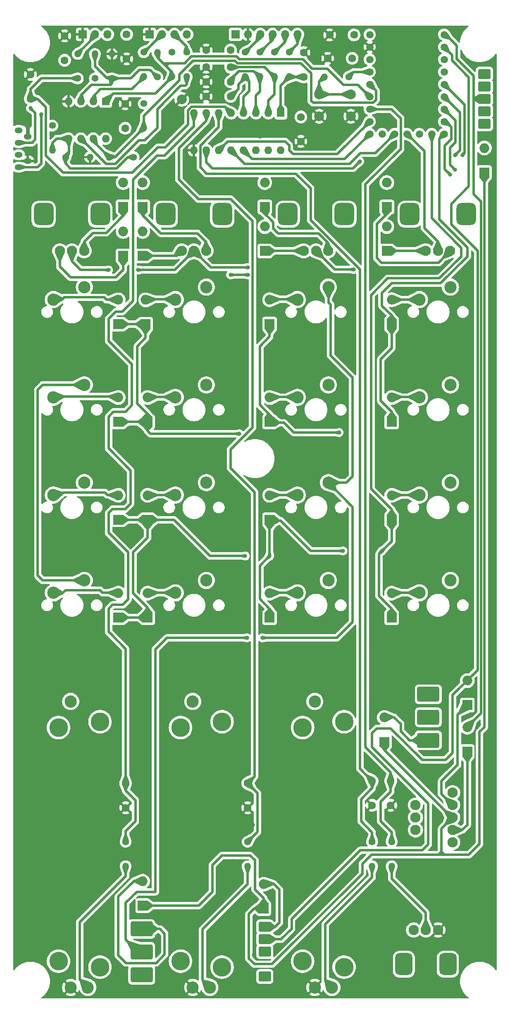
<source format=gtl>
G04 #@! TF.GenerationSoftware,KiCad,Pcbnew,7.0.10*
G04 #@! TF.CreationDate,2024-11-07T19:02:29+09:00*
G04 #@! TF.ProjectId,Flight_Master,466c6967-6874-45f4-9d61-737465722e6b,rev?*
G04 #@! TF.SameCoordinates,Original*
G04 #@! TF.FileFunction,Copper,L1,Top*
G04 #@! TF.FilePolarity,Positive*
%FSLAX46Y46*%
G04 Gerber Fmt 4.6, Leading zero omitted, Abs format (unit mm)*
G04 Created by KiCad (PCBNEW 7.0.10) date 2024-11-07 19:02:29*
%MOMM*%
%LPD*%
G01*
G04 APERTURE LIST*
G04 Aperture macros list*
%AMRoundRect*
0 Rectangle with rounded corners*
0 $1 Rounding radius*
0 $2 $3 $4 $5 $6 $7 $8 $9 X,Y pos of 4 corners*
0 Add a 4 corners polygon primitive as box body*
4,1,4,$2,$3,$4,$5,$6,$7,$8,$9,$2,$3,0*
0 Add four circle primitives for the rounded corners*
1,1,$1+$1,$2,$3*
1,1,$1+$1,$4,$5*
1,1,$1+$1,$6,$7*
1,1,$1+$1,$8,$9*
0 Add four rect primitives between the rounded corners*
20,1,$1+$1,$2,$3,$4,$5,0*
20,1,$1+$1,$4,$5,$6,$7,0*
20,1,$1+$1,$6,$7,$8,$9,0*
20,1,$1+$1,$8,$9,$2,$3,0*%
G04 Aperture macros list end*
G04 #@! TA.AperFunction,ComponentPad*
%ADD10O,1.600000X1.200000*%
G04 #@! TD*
G04 #@! TA.AperFunction,ComponentPad*
%ADD11C,1.600000*%
G04 #@! TD*
G04 #@! TA.AperFunction,ComponentPad*
%ADD12C,1.400000*%
G04 #@! TD*
G04 #@! TA.AperFunction,ComponentPad*
%ADD13O,1.400000X1.400000*%
G04 #@! TD*
G04 #@! TA.AperFunction,ComponentPad*
%ADD14C,2.500000*%
G04 #@! TD*
G04 #@! TA.AperFunction,ComponentPad*
%ADD15C,3.800000*%
G04 #@! TD*
G04 #@! TA.AperFunction,ComponentPad*
%ADD16R,2.000000X2.000000*%
G04 #@! TD*
G04 #@! TA.AperFunction,ComponentPad*
%ADD17O,2.000000X2.000000*%
G04 #@! TD*
G04 #@! TA.AperFunction,ComponentPad*
%ADD18C,2.000000*%
G04 #@! TD*
G04 #@! TA.AperFunction,ComponentPad*
%ADD19RoundRect,1.000000X-1.000000X-1.250000X1.000000X-1.250000X1.000000X1.250000X-1.000000X1.250000X0*%
G04 #@! TD*
G04 #@! TA.AperFunction,ComponentPad*
%ADD20C,2.100000*%
G04 #@! TD*
G04 #@! TA.AperFunction,ComponentPad*
%ADD21R,1.700000X1.700000*%
G04 #@! TD*
G04 #@! TA.AperFunction,ComponentPad*
%ADD22O,1.700000X1.700000*%
G04 #@! TD*
G04 #@! TA.AperFunction,ComponentPad*
%ADD23R,1.600000X1.600000*%
G04 #@! TD*
G04 #@! TA.AperFunction,ComponentPad*
%ADD24O,1.600000X1.600000*%
G04 #@! TD*
G04 #@! TA.AperFunction,ComponentPad*
%ADD25RoundRect,0.200000X-1.050000X0.800000X-1.050000X-0.800000X1.050000X-0.800000X1.050000X0.800000X0*%
G04 #@! TD*
G04 #@! TA.AperFunction,ComponentPad*
%ADD26RoundRect,0.875000X0.875000X1.375000X-0.875000X1.375000X-0.875000X-1.375000X0.875000X-1.375000X0*%
G04 #@! TD*
G04 #@! TA.AperFunction,ComponentPad*
%ADD27RoundRect,0.200000X1.050000X-0.800000X1.050000X0.800000X-1.050000X0.800000X-1.050000X-0.800000X0*%
G04 #@! TD*
G04 #@! TA.AperFunction,ComponentPad*
%ADD28C,1.500000*%
G04 #@! TD*
G04 #@! TA.AperFunction,ComponentPad*
%ADD29RoundRect,0.300000X-1.950000X1.200000X-1.950000X-1.200000X1.950000X-1.200000X1.950000X1.200000X0*%
G04 #@! TD*
G04 #@! TA.AperFunction,ComponentPad*
%ADD30RoundRect,0.300000X1.950000X-1.200000X1.950000X1.200000X-1.950000X1.200000X-1.950000X-1.200000X0*%
G04 #@! TD*
G04 #@! TA.AperFunction,ViaPad*
%ADD31C,1.000000*%
G04 #@! TD*
G04 #@! TA.AperFunction,ViaPad*
%ADD32C,0.800000*%
G04 #@! TD*
G04 #@! TA.AperFunction,Conductor*
%ADD33C,0.500000*%
G04 #@! TD*
G04 #@! TA.AperFunction,Conductor*
%ADD34C,0.750000*%
G04 #@! TD*
G04 APERTURE END LIST*
D10*
X38565000Y186565593D03*
X40470000Y185295593D03*
X38565000Y184025593D03*
D11*
X82000000Y201495593D03*
X77000000Y201495593D03*
D12*
X94000000Y207535593D03*
D13*
X94000000Y202535593D03*
D14*
X127040000Y139500000D03*
X120690000Y136960000D03*
X52040000Y159500000D03*
X45690000Y156960000D03*
D11*
X48000000Y205895593D03*
X48000000Y210895593D03*
D12*
X57700000Y202195593D03*
D13*
X57700000Y207195593D03*
D15*
X96750000Y69400000D03*
X96750000Y21600000D03*
X105250000Y70600000D03*
X105250000Y20400000D03*
D14*
X99250000Y16250000D03*
X102750000Y16250000D03*
X99250000Y74750000D03*
D16*
X134000000Y182955593D03*
D17*
X134000000Y187955593D03*
D18*
X106650000Y194445593D03*
X100150000Y194445593D03*
X106650000Y198945593D03*
X100150000Y198945593D03*
D15*
X46750000Y69400000D03*
X46750000Y21600000D03*
X55250000Y70600000D03*
X55250000Y20400000D03*
D14*
X49250000Y16250000D03*
X52750000Y16250000D03*
X49250000Y74750000D03*
D16*
X65000000Y91900000D03*
D17*
X65000000Y96900000D03*
D16*
X130500000Y64460000D03*
D17*
X130500000Y69460000D03*
D16*
X90000000Y151920000D03*
D17*
X90000000Y156920000D03*
D16*
X59000000Y91900000D03*
D17*
X59000000Y96900000D03*
D19*
X118700000Y174420000D03*
X130300000Y174420000D03*
D20*
X122000000Y166920000D03*
X124500000Y166920000D03*
X127000000Y166920000D03*
D12*
X67000000Y202455593D03*
D13*
X67000000Y207455593D03*
D12*
X48200000Y186095593D03*
D13*
X53200000Y186095593D03*
D16*
X115000000Y91900000D03*
D17*
X115000000Y96900000D03*
D14*
X102040000Y99500000D03*
X95690000Y96960000D03*
D21*
X65400000Y211195593D03*
D22*
X67940000Y211195593D03*
X70480000Y211195593D03*
X73020000Y211195593D03*
D14*
X52040000Y99500000D03*
X45690000Y96960000D03*
X102040000Y119500000D03*
X95690000Y116960000D03*
D16*
X88800000Y32360000D03*
D17*
X88800000Y37360000D03*
D21*
X51675000Y211195593D03*
D22*
X54215000Y211195593D03*
X56755000Y211195593D03*
D14*
X127040000Y159500000D03*
X120690000Y156960000D03*
X127040000Y99500000D03*
X120690000Y96960000D03*
D16*
X90000000Y91900000D03*
D17*
X90000000Y96900000D03*
D23*
X92275000Y195095593D03*
D24*
X89735000Y195095593D03*
X87195000Y195095593D03*
X84655000Y195095593D03*
X82115000Y195095593D03*
X79575000Y195095593D03*
X77035000Y195095593D03*
X74495000Y195095593D03*
X74495000Y187475593D03*
X77035000Y187475593D03*
X79575000Y187475593D03*
X82115000Y187475593D03*
X84655000Y187475593D03*
X87195000Y187475593D03*
X89735000Y187475593D03*
X92275000Y187475593D03*
D14*
X52040000Y119500000D03*
X45690000Y116960000D03*
D16*
X59000000Y111920000D03*
D17*
X59000000Y116920000D03*
D12*
X70000000Y207535593D03*
D13*
X70000000Y202535593D03*
D14*
X77040000Y159500000D03*
X70690000Y156960000D03*
X77040000Y99500000D03*
X70690000Y96960000D03*
D11*
X111000000Y58500000D03*
X111000000Y53500000D03*
D12*
X91000000Y207535593D03*
D13*
X91000000Y202535593D03*
D11*
X107300000Y211095593D03*
X102300000Y211095593D03*
D25*
X89000000Y23563500D03*
X89000000Y26103500D03*
X89000000Y28643500D03*
X89000000Y18483500D03*
D12*
X54200000Y202195593D03*
D13*
X54200000Y207195593D03*
D12*
X85500000Y46040000D03*
D13*
X85500000Y41040000D03*
D12*
X50700000Y202195593D03*
D13*
X50700000Y207195593D03*
D11*
X60400000Y191995593D03*
X60400000Y196995593D03*
X114800000Y58500000D03*
X114800000Y53500000D03*
D16*
X130500000Y74000000D03*
D17*
X130500000Y79000000D03*
D16*
X59000000Y151900000D03*
D17*
X59000000Y156900000D03*
D12*
X111000000Y46040000D03*
D13*
X111000000Y41040000D03*
D12*
X106200000Y202500000D03*
D13*
X101200000Y202500000D03*
D16*
X115000000Y131920000D03*
D17*
X115000000Y136920000D03*
D12*
X88000000Y207535593D03*
D13*
X88000000Y202535593D03*
D11*
X106900000Y206295593D03*
X101900000Y206295593D03*
D14*
X102040000Y159500000D03*
X95690000Y156960000D03*
D26*
X126500000Y21000000D03*
X117500000Y21000000D03*
D20*
X124500000Y28000000D03*
X122000000Y28000000D03*
X119500000Y28000000D03*
X127500000Y48460000D03*
X127500000Y51000000D03*
X127500000Y53540000D03*
X127500000Y45920000D03*
X127500000Y56080000D03*
X119880000Y48460000D03*
X119880000Y51000000D03*
X119880000Y53540000D03*
D11*
X60700000Y211195593D03*
X60700000Y206195593D03*
D14*
X52040000Y139500000D03*
X45690000Y136960000D03*
D12*
X64200000Y197035593D03*
D13*
X64200000Y192035593D03*
D11*
X82000000Y204495593D03*
X77000000Y204495593D03*
X41000000Y197995593D03*
X41000000Y202995593D03*
D16*
X89000000Y166880000D03*
D17*
X89000000Y171880000D03*
D15*
X71750000Y69400000D03*
X71750000Y21600000D03*
X80250000Y70600000D03*
X80250000Y20400000D03*
D14*
X74250000Y16250000D03*
X77750000Y16250000D03*
X74250000Y74750000D03*
D27*
X134000000Y200535593D03*
X134000000Y197995593D03*
X134000000Y195455593D03*
X134000000Y203075593D03*
X134000000Y192915593D03*
D14*
X77040000Y139500000D03*
X70690000Y136960000D03*
D16*
X64000000Y165880000D03*
D17*
X64000000Y170880000D03*
D16*
X64000000Y175900000D03*
D17*
X64000000Y180900000D03*
D16*
X90000000Y111920000D03*
D17*
X90000000Y116920000D03*
D11*
X82000000Y207995593D03*
X77000000Y207995593D03*
D21*
X83000000Y211195593D03*
D22*
X85540000Y211195593D03*
X88080000Y211195593D03*
X90620000Y211195593D03*
X93160000Y211195593D03*
X95700000Y211195593D03*
D11*
X82000000Y198495593D03*
X77000000Y198495593D03*
D16*
X89000000Y175880000D03*
D17*
X89000000Y180880000D03*
D19*
X93700000Y174420000D03*
X105300000Y174420000D03*
D20*
X97000000Y166920000D03*
X99500000Y166920000D03*
X102000000Y166920000D03*
D10*
X38565000Y191565593D03*
X40470000Y190295593D03*
X38565000Y189025593D03*
D18*
X72000000Y197895593D03*
D16*
X65000000Y111920000D03*
D17*
X65000000Y116920000D03*
D16*
X114000000Y166880000D03*
D17*
X114000000Y171880000D03*
D28*
X110500000Y211155593D03*
X110500000Y208615593D03*
X110500000Y206075593D03*
X110500000Y203535593D03*
X110500000Y200995593D03*
X110500000Y198455593D03*
X110500000Y195915593D03*
X110500000Y193375593D03*
X110500000Y190835593D03*
X113040000Y190835593D03*
X115580000Y190835593D03*
X118120000Y190835593D03*
X120660000Y190835593D03*
X123200000Y190835593D03*
X125740000Y190835593D03*
X125740000Y193375593D03*
X125740000Y195915593D03*
X125740000Y198455593D03*
X125740000Y200995593D03*
X125740000Y203535593D03*
X125740000Y206075593D03*
X125740000Y208615593D03*
X125740000Y211155593D03*
D12*
X45500000Y192535593D03*
D13*
X45500000Y187535593D03*
D12*
X115000000Y46040000D03*
D13*
X115000000Y41040000D03*
D23*
X56400000Y197495593D03*
D24*
X53860000Y197495593D03*
X51320000Y197495593D03*
X48780000Y197495593D03*
X48780000Y189875593D03*
X51320000Y189875593D03*
X53860000Y189875593D03*
X56400000Y189875593D03*
D12*
X73000000Y207535593D03*
D13*
X73000000Y202535593D03*
D11*
X96400000Y194300000D03*
X96400000Y189300000D03*
D14*
X102040000Y139500000D03*
X95690000Y136960000D03*
D16*
X64000000Y32960000D03*
D17*
X64000000Y37960000D03*
D29*
X63800000Y18800000D03*
X63800000Y23500000D03*
X63800000Y28200000D03*
D19*
X43700000Y174420000D03*
X55300000Y174420000D03*
D20*
X47000000Y166920000D03*
X49500000Y166920000D03*
X52000000Y166920000D03*
D16*
X65000000Y131920000D03*
D17*
X65000000Y136920000D03*
D12*
X64200000Y207535593D03*
D13*
X64200000Y202535593D03*
D16*
X114000000Y175880000D03*
D17*
X114000000Y180880000D03*
D11*
X97000000Y202495593D03*
X97000000Y207495593D03*
D16*
X113500000Y66460000D03*
D17*
X113500000Y71460000D03*
D12*
X62140000Y186095593D03*
D13*
X57140000Y186095593D03*
D16*
X115000000Y111920000D03*
D17*
X115000000Y116920000D03*
D16*
X115000000Y151920000D03*
D17*
X115000000Y156920000D03*
D16*
X60000000Y165880000D03*
D17*
X60000000Y170880000D03*
D16*
X59000000Y131920000D03*
D17*
X59000000Y136920000D03*
D16*
X60000000Y175900000D03*
D17*
X60000000Y180900000D03*
D14*
X77040000Y119500000D03*
X70690000Y116960000D03*
D16*
X90000000Y131920000D03*
D17*
X90000000Y136920000D03*
D11*
X60500000Y58000000D03*
X60500000Y53000000D03*
D12*
X85000000Y207535593D03*
D13*
X85000000Y202535593D03*
D19*
X68700000Y174420000D03*
X80300000Y174420000D03*
D20*
X72000000Y166920000D03*
X74500000Y166920000D03*
X77000000Y166920000D03*
D30*
X122500000Y76200000D03*
X122500000Y71500000D03*
X122500000Y66800000D03*
D16*
X64600000Y151900000D03*
D17*
X64600000Y156900000D03*
D14*
X127040000Y119500000D03*
X120690000Y116960000D03*
D12*
X60500000Y46040000D03*
D13*
X60500000Y41040000D03*
D11*
X85500000Y58000000D03*
X85500000Y53000000D03*
D31*
X49910000Y199130000D03*
X90690000Y134860000D03*
X49500000Y90000000D03*
X45750000Y195250000D03*
X87000000Y30500000D03*
X111050000Y115980000D03*
X88500000Y66000000D03*
X91750000Y212500000D03*
X135750000Y84250000D03*
X113500000Y202250000D03*
X51500000Y32000000D03*
X59000000Y76500000D03*
X105000000Y107100000D03*
X60400000Y178300000D03*
X123000000Y212500000D03*
X63750000Y187000000D03*
X90200000Y89100000D03*
X76000000Y145000000D03*
X70000000Y31500000D03*
X54500000Y150500000D03*
X58750000Y209500000D03*
X135750000Y171500000D03*
X97250000Y212500000D03*
X69500000Y128000000D03*
X46000000Y73500000D03*
X103000000Y41500000D03*
X92500000Y14500000D03*
X120200000Y179500000D03*
X69000000Y19000000D03*
X99760000Y176780000D03*
X52500000Y26500000D03*
X104960000Y164480000D03*
X113500000Y197250000D03*
X51800000Y170500000D03*
X82500000Y170500000D03*
X51000000Y109500000D03*
X107000000Y14500000D03*
X48200000Y168900000D03*
X88500000Y76500000D03*
X90000000Y128300000D03*
X130600000Y124500000D03*
X106000000Y32000000D03*
X63600000Y178500000D03*
X56500000Y195500000D03*
X84500000Y14500000D03*
X135750000Y104250000D03*
X51500000Y84000000D03*
X120200000Y130500000D03*
X87220000Y179360000D03*
X112500000Y109740000D03*
X113000000Y29500000D03*
X38000000Y134000000D03*
X130800000Y67100000D03*
X96000000Y160700000D03*
X99730000Y179590000D03*
X97720000Y171890000D03*
X116200000Y115100000D03*
X117000000Y14500000D03*
X79000000Y150000000D03*
X79200000Y100500000D03*
X44570000Y206500000D03*
X56500000Y135500000D03*
X119000000Y209000000D03*
X91400000Y24300000D03*
X109800000Y63300000D03*
X92500000Y21000000D03*
X60500000Y159500000D03*
X98500000Y84000000D03*
X76800000Y178900000D03*
X86500000Y49500000D03*
X126200000Y127300000D03*
X135750000Y133250000D03*
X129800000Y85700000D03*
X107590000Y167330000D03*
X78000000Y26500000D03*
X82500000Y38000000D03*
X99800000Y33300000D03*
X58500000Y73000000D03*
X62000000Y31000000D03*
X38000000Y182300000D03*
X112130000Y154580000D03*
X129200000Y54900000D03*
X109000000Y57500000D03*
X58000000Y170100000D03*
X126800000Y78700000D03*
X111500000Y21000000D03*
X38000000Y109000000D03*
X74500000Y26500000D03*
X47000000Y80000000D03*
X64500000Y139000000D03*
X125800000Y68100000D03*
X63000000Y212500000D03*
X120800000Y78700000D03*
X74500000Y99000000D03*
X85500000Y76500000D03*
X55500000Y90000000D03*
X54500000Y159500000D03*
X59000000Y84000000D03*
X68500000Y73000000D03*
X90200000Y35500000D03*
X52200000Y174500000D03*
X42500000Y84000000D03*
X86800000Y22900000D03*
X46000000Y162500000D03*
X84800000Y112300000D03*
X102800000Y142700000D03*
X104600000Y160300000D03*
X85450000Y181440000D03*
X83500000Y57500000D03*
X123000000Y196500000D03*
X49500000Y159500000D03*
X123200000Y192700000D03*
X73400000Y181500000D03*
X85000000Y66000000D03*
X131370000Y164760000D03*
X64000000Y161500000D03*
X112400000Y178500000D03*
X43600000Y203500000D03*
X88500000Y73000000D03*
X79750000Y198000000D03*
X113400000Y169300000D03*
D32*
X42000000Y188000000D03*
D31*
X104800000Y145500000D03*
X89800000Y139300000D03*
X88400000Y106300000D03*
X101800000Y117100000D03*
X82500000Y42000000D03*
X109000000Y26500000D03*
X50000000Y195500000D03*
X135750000Y159500000D03*
X79500000Y160500000D03*
X119200000Y85700000D03*
X38000000Y47000000D03*
X42500000Y166500000D03*
X129000000Y127100000D03*
X58500000Y19000000D03*
X77000000Y76500000D03*
X46000000Y40500000D03*
X91800000Y109900000D03*
X103000000Y121900000D03*
X52500000Y205500000D03*
X58500000Y47000000D03*
X46370000Y114740000D03*
X100000000Y28000000D03*
X38000000Y154500000D03*
X129200000Y60500000D03*
X77000000Y89100000D03*
X38000000Y171000000D03*
X74400000Y169100000D03*
X105600000Y103500000D03*
X129600000Y142700000D03*
X130800000Y76500000D03*
X130600000Y157700000D03*
X128500000Y30500000D03*
X118400000Y122500000D03*
X135750000Y190500000D03*
X51000000Y185250000D03*
X67000000Y110000000D03*
X66000000Y149500000D03*
X47500000Y174500000D03*
X111200000Y95500000D03*
X38000000Y80000000D03*
X113000000Y118500000D03*
X42000000Y182700000D03*
X115860000Y154890000D03*
X135750000Y68750000D03*
X77500000Y142000000D03*
X54000000Y168900000D03*
X113000000Y127300000D03*
X74750000Y197750000D03*
X55640000Y205560000D03*
X38000000Y121500000D03*
X89000000Y55500000D03*
X82500000Y165500000D03*
X63500000Y76500000D03*
X130400000Y118500000D03*
X94200000Y195100000D03*
X119750000Y204750000D03*
X66000000Y170100000D03*
X133260000Y185950000D03*
X120300000Y182260000D03*
X117000000Y26500000D03*
X115600000Y66100000D03*
X104800000Y38100000D03*
X70000000Y26500000D03*
X60000000Y119500000D03*
X69250000Y212500000D03*
X58500000Y14500000D03*
X77200000Y96100000D03*
X123800000Y52500000D03*
X55000000Y109500000D03*
X42500000Y148500000D03*
X86500000Y34500000D03*
X113000000Y45700000D03*
X58500000Y57500000D03*
X105000000Y212500000D03*
X52500000Y19000000D03*
X97800000Y103700000D03*
X116400000Y107900000D03*
X48000000Y101500000D03*
X103000000Y51500000D03*
X105000000Y66000000D03*
X107000000Y77000000D03*
X129800000Y112700000D03*
X98500000Y77000000D03*
X72500000Y172000000D03*
X117000000Y42000000D03*
X77000000Y73000000D03*
X68500000Y47000000D03*
X84500000Y26500000D03*
X65100000Y87200000D03*
X58500000Y127000000D03*
X64500000Y145000000D03*
X75000000Y201000000D03*
X61500000Y154000000D03*
X38600000Y177300000D03*
X99200000Y158100000D03*
X106770000Y179590000D03*
X54500000Y178000000D03*
X113600000Y194300000D03*
X96400000Y145500000D03*
X85400000Y98100000D03*
X83800000Y102900000D03*
X73500000Y139000000D03*
X68500000Y57500000D03*
X60630000Y168030000D03*
X120500000Y30500000D03*
X67500000Y158500000D03*
X58500000Y192250000D03*
X62810000Y119490000D03*
X86800000Y119700000D03*
X98600000Y89100000D03*
X105200000Y190900000D03*
X126000000Y146900000D03*
X91770000Y27490000D03*
X113000000Y39500000D03*
X44000000Y126000000D03*
X104800000Y112700000D03*
X105200000Y91500000D03*
X113500000Y207500000D03*
X96200000Y28900000D03*
X88200000Y161900000D03*
X127140000Y62130000D03*
X47600000Y181500000D03*
X85500000Y84000000D03*
X136000000Y42000000D03*
X68000000Y119500000D03*
X42500000Y162500000D03*
X62600000Y94200000D03*
X136000000Y21500000D03*
X77000000Y84000000D03*
X117000000Y83500000D03*
X129800000Y96500000D03*
X123400000Y158900000D03*
X129250000Y212250000D03*
X68000000Y181500000D03*
X120400000Y60100000D03*
X128500000Y14500000D03*
X74500000Y117500000D03*
X49500000Y119500000D03*
X96000000Y123700000D03*
X63500000Y62500000D03*
X82500000Y155500000D03*
X88000000Y149900000D03*
X50000000Y205500000D03*
X119500000Y36000000D03*
X44000000Y132500000D03*
X121800000Y64300000D03*
X68500000Y35000000D03*
X67600000Y131100000D03*
X73000000Y107000000D03*
X129800000Y81300000D03*
X132000000Y205000000D03*
X48500000Y148500000D03*
X38160000Y193600000D03*
X110910000Y173210000D03*
X51500000Y132000000D03*
X123800000Y44900000D03*
X66480000Y25880000D03*
X129600000Y136300000D03*
X96800000Y196300000D03*
X61530000Y108810000D03*
X107000000Y84000000D03*
X75000000Y203750000D03*
X62000000Y130500000D03*
X80750000Y212500000D03*
X55000000Y126000000D03*
X101600000Y172100000D03*
X99400000Y139300000D03*
X53750000Y195500000D03*
X38000000Y66000000D03*
X44000000Y109500000D03*
X117800000Y71300000D03*
X99500000Y205500000D03*
X57120000Y188100000D03*
X122140000Y162740000D03*
X62230000Y113640000D03*
X57500000Y26500000D03*
X46000000Y26500000D03*
X88000000Y190350000D03*
X101000000Y128300000D03*
X104000000Y29000000D03*
X115500000Y212500000D03*
X83000000Y143000000D03*
X67500000Y14500000D03*
X74500000Y31500000D03*
X63500000Y101000000D03*
X76800000Y176100000D03*
X83000000Y31500000D03*
X129200000Y49900000D03*
X87870000Y164850000D03*
X77000000Y38000000D03*
X79500000Y126000000D03*
X105000000Y208750000D03*
X114200000Y77700000D03*
X135750000Y119750000D03*
X116400000Y146900000D03*
X111070000Y104120000D03*
X135750000Y180500000D03*
X101000000Y131700000D03*
X74750000Y212500000D03*
X50370000Y188170000D03*
X115620000Y158930000D03*
X126400000Y107900000D03*
X84000000Y106300000D03*
X129800000Y102300000D03*
X46500000Y134500000D03*
X100800000Y106900000D03*
X111200000Y87100000D03*
X77400000Y170500000D03*
X67800000Y98300000D03*
X42500000Y171000000D03*
X58500000Y40500000D03*
X49750000Y212500000D03*
X79750000Y201250000D03*
X135750000Y147250000D03*
X89400000Y100900000D03*
X76000000Y122000000D03*
X94800000Y111100000D03*
X75800000Y131100000D03*
X51500000Y102000000D03*
X79000000Y33500000D03*
X90400000Y169700000D03*
X57800000Y164500000D03*
X130040000Y71460000D03*
X85200000Y171700000D03*
X70000000Y161500000D03*
X48200000Y203500000D03*
X77000000Y62000000D03*
X124000000Y202100000D03*
X58500000Y66000000D03*
X123800000Y56500000D03*
X82500000Y147500000D03*
X74500000Y164500000D03*
X71000000Y113500000D03*
X85500000Y73000000D03*
X66500000Y164500000D03*
X62250000Y192250000D03*
X128500000Y42000000D03*
X38000000Y144000000D03*
X103000000Y23000000D03*
X69500000Y101000000D03*
X79500000Y119500000D03*
X82500000Y45000000D03*
X125400000Y101500000D03*
X57500000Y32000000D03*
X54500000Y192250000D03*
X38000000Y94000000D03*
X44000000Y119000000D03*
X38000000Y206000000D03*
X111160000Y160430000D03*
X48500000Y141500000D03*
X78500000Y165500000D03*
X67750000Y190000000D03*
X132810000Y70140000D03*
X38250000Y199250000D03*
X111140000Y70290000D03*
X56400000Y98200000D03*
X126130000Y164370000D03*
X80000000Y106300000D03*
X42500000Y141500000D03*
X44500000Y212500000D03*
X109000000Y46500000D03*
X46000000Y57500000D03*
X38000000Y32000000D03*
X100400000Y151300000D03*
X60000000Y143000000D03*
X80110000Y181440000D03*
X52500000Y95500000D03*
X68500000Y66000000D03*
X64500000Y52500000D03*
X88500000Y84000000D03*
X42500000Y90000000D03*
D32*
X68470000Y203180000D03*
D31*
X79750000Y204000000D03*
X61000000Y149000000D03*
X76000000Y128000000D03*
X99500000Y45000000D03*
X104500000Y73500000D03*
X81000000Y116900000D03*
X56980000Y115270000D03*
X79500000Y132500000D03*
X84200000Y118100000D03*
X97500000Y73000000D03*
X108800000Y42900000D03*
X111400000Y84100000D03*
X38000000Y163000000D03*
X51250000Y192250000D03*
X59500000Y102000000D03*
X52600000Y181500000D03*
X99500000Y55500000D03*
X124800000Y139300000D03*
X94500000Y34500000D03*
X93060000Y179480000D03*
X108180000Y177280000D03*
X124250000Y209750000D03*
X80000000Y139000000D03*
X57000000Y155500000D03*
X88400000Y114700000D03*
X79200000Y189700000D03*
X116750000Y200000000D03*
X38000000Y21500000D03*
X95600000Y165100000D03*
X57800000Y181500000D03*
X86750000Y212500000D03*
X135750000Y205750000D03*
X63500000Y73000000D03*
X101360000Y188090000D03*
X45000000Y183700000D03*
X55500000Y138500000D03*
X76000000Y108500000D03*
X44500000Y101500000D03*
X62250000Y207750000D03*
X99200000Y169100000D03*
X54500000Y119500000D03*
X88000000Y158100000D03*
X68500000Y76500000D03*
X122000000Y21500000D03*
X125220000Y73840000D03*
X71820000Y194490000D03*
X113200000Y147500000D03*
X52200000Y164500000D03*
X123200000Y118500000D03*
X75000000Y158000000D03*
X47750000Y192000000D03*
X80250000Y209500000D03*
X129430000Y152390000D03*
X99500000Y209250000D03*
X66400000Y95100000D03*
X51500000Y126000000D03*
X58750000Y212500000D03*
X84500000Y21000000D03*
X99500000Y66000000D03*
X42500000Y158000000D03*
X64000000Y84000000D03*
X97000000Y200500000D03*
X116800000Y57100000D03*
X67500000Y154000000D03*
X44200000Y177900000D03*
X120400000Y45700000D03*
X42600000Y199500000D03*
X116160000Y182270000D03*
X83000000Y135000000D03*
X50000000Y151500000D03*
X113000000Y34500000D03*
X122160000Y169150000D03*
X94000000Y200500000D03*
X116750000Y196500000D03*
X103000000Y60500000D03*
X59000000Y89500000D03*
X113000000Y133900000D03*
X89800000Y146900000D03*
X65000000Y43500000D03*
X68430000Y195410000D03*
X88500000Y45000000D03*
X114000000Y98900000D03*
X68000000Y84000000D03*
X77000000Y52000000D03*
X45250000Y200750000D03*
X136000000Y30500000D03*
X51500000Y145000000D03*
X114000000Y138900000D03*
X99600000Y164500000D03*
X85400000Y89500000D03*
X72500000Y178500000D03*
X53000000Y76500000D03*
X42500000Y98500000D03*
X136000000Y56000000D03*
X76000000Y151500000D03*
D32*
X82000000Y162000000D03*
X88500000Y87750000D03*
X85600000Y162000000D03*
X85400000Y87749982D03*
X63000000Y163000000D03*
X85600000Y163500000D03*
X107213603Y163113603D03*
X57000000Y163000000D03*
X90000000Y104500000D03*
X85000000Y104500000D03*
X105030000Y105536402D03*
X113000000Y105500000D03*
X83750000Y129500000D03*
X104250000Y129750000D03*
X127000000Y182500000D03*
X128000000Y183495593D03*
X128000000Y186495593D03*
X129499994Y186495593D03*
X108475109Y185195593D03*
X43200000Y194900000D03*
X41000000Y196095593D03*
D33*
X57724407Y202220000D02*
X57700000Y202195593D01*
X63300000Y203920000D02*
X61600000Y202220000D01*
X65535593Y203920000D02*
X63300000Y203920000D01*
X61600000Y202220000D02*
X57724407Y202220000D01*
X67000000Y202455593D02*
X65535593Y203920000D01*
X57955593Y199095593D02*
X66600000Y199095593D01*
X66600000Y199095593D02*
X69960000Y202455593D01*
X56400000Y197540000D02*
X57955593Y199095593D01*
X56400000Y197495593D02*
X56400000Y197540000D01*
X98400000Y173200000D02*
X108500000Y163100000D01*
X79575000Y192217902D02*
X75785000Y188427902D01*
X79575000Y195095593D02*
X79575000Y192217902D01*
X95400000Y182700000D02*
X98400000Y179700000D01*
X75785000Y188427902D02*
X75785000Y184015000D01*
X75785000Y184015000D02*
X77100000Y182700000D01*
X77100000Y182700000D02*
X95400000Y182700000D01*
X98400000Y179700000D02*
X98400000Y173200000D01*
X108500000Y163100000D02*
X108500000Y61000000D01*
X108500000Y61000000D02*
X111000000Y58500000D01*
X115000000Y134000000D02*
X115000000Y131920000D01*
X112760000Y136240000D02*
X115000000Y134000000D01*
X115000000Y147000000D02*
X112760000Y144760000D01*
X115000000Y151920000D02*
X115000000Y147000000D01*
X112760000Y144760000D02*
X112760000Y136240000D01*
X115000000Y114000000D02*
X115000000Y111920000D01*
X110790000Y118210000D02*
X115000000Y114000000D01*
X114200000Y161300000D02*
X110790000Y157890000D01*
X129250000Y165750000D02*
X124800000Y161300000D01*
X124800000Y161300000D02*
X114200000Y161300000D01*
X129250000Y167550000D02*
X129250000Y165750000D01*
X110790000Y157890000D02*
X110790000Y118210000D01*
X123200000Y173600000D02*
X129250000Y167550000D01*
X123200000Y190835593D02*
X123200000Y173600000D01*
X116850000Y187750000D02*
X116850000Y194018199D01*
X109620000Y180520000D02*
X116850000Y187750000D01*
X109620000Y65380000D02*
X109620000Y180520000D01*
X114800000Y60200000D02*
X109620000Y65380000D01*
X116850000Y194018199D02*
X114972606Y195895593D01*
X114972606Y195895593D02*
X110520000Y195895593D01*
X114800000Y58500000D02*
X114800000Y60200000D01*
X92950000Y131750000D02*
X94950000Y129750000D01*
X90170000Y131750000D02*
X92950000Y131750000D01*
X94950000Y129750000D02*
X104250000Y129750000D01*
X133300000Y72340000D02*
X130500000Y69540000D01*
X133300000Y177000000D02*
X133300000Y72340000D01*
X131800000Y178500000D02*
X133300000Y177000000D01*
X131800000Y197600000D02*
X131800000Y178500000D01*
X92353500Y26103500D02*
X89000000Y26103500D01*
X94500000Y28250000D02*
X92353500Y26103500D01*
X94500000Y30250000D02*
X94500000Y28250000D01*
X108550000Y44300000D02*
X94500000Y30250000D01*
X121300000Y44300000D02*
X108550000Y44300000D01*
X122500000Y45500000D02*
X121300000Y44300000D01*
X122500000Y53875000D02*
X122500000Y45500000D01*
X111000000Y68250000D02*
X111000000Y65375000D01*
X114750000Y69250000D02*
X112000000Y69250000D01*
X121250000Y62750000D02*
X114750000Y69250000D01*
X127500000Y64250000D02*
X126000000Y62750000D01*
X112000000Y69250000D02*
X111000000Y68250000D01*
X127500000Y76080000D02*
X127500000Y64250000D01*
X132600000Y166900000D02*
X132600000Y81180000D01*
X127200000Y172300000D02*
X132600000Y166900000D01*
X130800000Y180100000D02*
X127200000Y176500000D01*
X130800000Y202395593D02*
X130800000Y180100000D01*
X127370000Y206985593D02*
X127370000Y205825593D01*
X127200000Y176500000D02*
X127200000Y172300000D01*
X126000000Y62750000D02*
X121250000Y62750000D01*
X111000000Y65375000D02*
X122500000Y53875000D01*
X125740000Y208615593D02*
X127370000Y206985593D01*
X132600000Y81180000D02*
X127500000Y76080000D01*
X127370000Y205825593D02*
X130800000Y202395593D01*
D34*
X40900000Y192660000D02*
X40470000Y192230000D01*
X40900000Y193300000D02*
X40900000Y192660000D01*
X40470000Y192230000D02*
X39900000Y192800000D01*
X40470000Y190295593D02*
X40470000Y192230000D01*
D33*
X60500000Y39000000D02*
X51100000Y29600000D01*
X51100000Y17900000D02*
X52750000Y16250000D01*
X51100000Y29600000D02*
X51100000Y17900000D01*
X60500000Y40960000D02*
X60500000Y39000000D01*
X76250000Y17750000D02*
X77750000Y16250000D01*
X85500000Y37360000D02*
X76250000Y28110000D01*
X85500000Y40960000D02*
X85500000Y37360000D01*
X76250000Y28110000D02*
X76250000Y17750000D01*
X134000000Y197995593D02*
X132400000Y197995593D01*
X132400000Y197995593D02*
X132204407Y197995593D01*
X131800000Y198000000D02*
X131800000Y197600000D01*
X126080000Y211155593D02*
X128300000Y208935593D01*
X131800000Y198400000D02*
X131800000Y198000000D01*
X128300000Y206195593D02*
X131800000Y202695593D01*
X131804407Y197995593D02*
X131800000Y198000000D01*
X132204407Y197995593D02*
X131800000Y198400000D01*
X128300000Y208935593D02*
X128300000Y206195593D01*
X132195593Y197995593D02*
X131800000Y197600000D01*
X131800000Y202695593D02*
X131800000Y198400000D01*
X132400000Y197995593D02*
X131804407Y197995593D01*
X132204407Y197995593D02*
X132195593Y197995593D01*
X111000000Y38750000D02*
X101400000Y29150000D01*
X101400000Y29150000D02*
X101400000Y17600000D01*
X111000000Y40960000D02*
X111000000Y38750000D01*
X101400000Y17600000D02*
X102750000Y16250000D01*
X62750000Y35800000D02*
X66600000Y35800000D01*
X102500000Y145500000D02*
X107000000Y141000000D01*
X107000000Y141000000D02*
X107000000Y120750000D01*
X107000000Y91000000D02*
X103750000Y87750000D01*
X64000000Y22500000D02*
X60500000Y26000000D01*
X102040000Y156360000D02*
X102500000Y155900000D01*
X102500000Y155900000D02*
X102500000Y145500000D01*
X103750000Y87750000D02*
X88500000Y87750000D01*
X82000000Y162000000D02*
X85600000Y162000000D01*
X102040000Y158580000D02*
X102040000Y156360000D01*
X60500000Y33550000D02*
X62750000Y35800000D01*
X66600000Y85400000D02*
X68949982Y87749982D01*
X60500000Y26000000D02*
X60500000Y33550000D01*
X66600000Y35800000D02*
X66600000Y85400000D01*
X107000000Y114540000D02*
X107000000Y91000000D01*
X107000000Y120750000D02*
X105750000Y119500000D01*
X68949982Y87749982D02*
X85400000Y87749982D01*
X105750000Y119500000D02*
X102040000Y119500000D01*
X102040000Y119500000D02*
X107000000Y114540000D01*
X111000000Y48000000D02*
X111000000Y46040000D01*
X111000000Y57000000D02*
X108750000Y54750000D01*
X108750000Y50250000D02*
X111000000Y48000000D01*
X111000000Y58500000D02*
X111000000Y57000000D01*
X108750000Y54750000D02*
X108750000Y50250000D01*
X127500000Y48460000D02*
X129460000Y48460000D01*
X129460000Y48460000D02*
X130500000Y49500000D01*
X130500000Y49500000D02*
X130500000Y64460000D01*
X127500000Y53540000D02*
X125200000Y55840000D01*
X125200000Y58450000D02*
X128500000Y61750000D01*
X125200000Y55840000D02*
X125200000Y58450000D01*
X128500000Y61750000D02*
X128500000Y72000000D01*
X128500000Y72000000D02*
X130500000Y74000000D01*
X110500000Y203535593D02*
X107235593Y203535593D01*
X107235593Y203535593D02*
X106200000Y202500000D01*
X83395593Y205300000D02*
X82900000Y205795593D01*
X110500000Y200995593D02*
X111800000Y199695593D01*
X53860000Y189335593D02*
X57060000Y186135593D01*
X98900000Y197195593D02*
X98500000Y197595593D01*
X71500000Y201795593D02*
X64200000Y194495593D01*
X71500000Y202995593D02*
X71500000Y201795593D01*
X111800000Y197795593D02*
X111200000Y197195593D01*
X64200000Y194495593D02*
X64200000Y191955593D01*
X58300000Y186095593D02*
X64160000Y191955593D01*
X111200000Y197195593D02*
X98900000Y197195593D01*
X82900000Y205795593D02*
X74300000Y205795593D01*
X57060000Y186095593D02*
X58300000Y186095593D01*
X74300000Y205795593D02*
X71500000Y202995593D01*
X111800000Y199695593D02*
X111800000Y197795593D01*
X98500000Y197595593D02*
X98500000Y203200000D01*
X96400000Y205300000D02*
X83395593Y205300000D01*
X98500000Y203200000D02*
X96400000Y205300000D01*
X70000000Y203495593D02*
X70000000Y202455593D01*
X101800000Y204200000D02*
X98700000Y204200000D01*
X72600000Y205295593D02*
X69400000Y205295593D01*
X105104407Y200895593D02*
X101800000Y204200000D01*
X74000000Y206695593D02*
X72600000Y205295593D01*
X67000000Y206495593D02*
X68200000Y205295593D01*
X68997796Y204497796D02*
X69197796Y204297796D01*
X96800000Y206100000D02*
X83795593Y206100000D01*
X98700000Y204200000D02*
X96800000Y206100000D01*
X110500000Y198455593D02*
X108060000Y200895593D01*
X68997796Y204900000D02*
X68997796Y204497796D01*
X69400000Y205295593D02*
X69200000Y205295593D01*
X83200000Y206695593D02*
X74000000Y206695593D01*
X69393389Y205295593D02*
X69400000Y205295593D01*
X67000000Y207535593D02*
X67000000Y206495593D01*
X69200000Y205295593D02*
X68200000Y205295593D01*
X69000000Y205295593D02*
X68997796Y205293389D01*
X69197796Y204297796D02*
X70000000Y203495593D01*
X68997796Y204900000D02*
X69393389Y205295593D01*
X83795593Y206100000D02*
X83200000Y206695593D01*
X108060000Y200895593D02*
X105104407Y200895593D01*
X68200000Y205295593D02*
X69197796Y204297796D01*
X68997796Y205293389D02*
X68997796Y204900000D01*
X112750000Y54250000D02*
X114800000Y56300000D01*
X114800000Y56300000D02*
X114800000Y58500000D01*
X115000000Y48000000D02*
X112750000Y50250000D01*
X112750000Y50250000D02*
X112750000Y54250000D01*
X115000000Y46040000D02*
X115000000Y48000000D01*
X63000000Y163000000D02*
X70580000Y163000000D01*
X77920000Y163500000D02*
X85600000Y163500000D01*
X124500000Y168800000D02*
X124500000Y166920000D01*
X103306397Y163113603D02*
X107213603Y163113603D01*
X118160000Y190835593D02*
X121700000Y187295593D01*
X49500000Y166000000D02*
X49500000Y164800000D01*
X49500000Y164800000D02*
X51300000Y163000000D01*
X121700000Y187295593D02*
X121700000Y171600000D01*
X99500000Y166920000D02*
X103306397Y163113603D01*
X121700000Y171600000D02*
X124500000Y168800000D01*
X70580000Y163000000D02*
X74500000Y166920000D01*
X51300000Y163000000D02*
X57000000Y163000000D01*
X74500000Y166920000D02*
X77920000Y163500000D01*
X64000000Y32960000D02*
X75460000Y32960000D01*
X85750000Y22150000D02*
X86900000Y21000000D01*
X87000000Y42250000D02*
X87000000Y36300000D01*
X109000000Y39500000D02*
X109000000Y41500000D01*
X134000000Y69500000D02*
X134000000Y182955593D01*
X88800000Y34500000D02*
X88800000Y32360000D01*
X125200000Y44000000D02*
X124600000Y43400000D01*
X125100000Y43400000D02*
X125800000Y43400000D01*
X78250000Y35750000D02*
X78250000Y41250000D01*
X127500000Y51000000D02*
X125200000Y48700000D01*
X125200000Y44000000D02*
X125800000Y43400000D01*
X87000000Y36300000D02*
X88800000Y34500000D01*
X133000000Y45600000D02*
X133000000Y68500000D01*
X125200000Y48700000D02*
X125200000Y44000000D01*
X109000000Y41500000D02*
X110900000Y43400000D01*
X125200000Y43500000D02*
X125100000Y43400000D01*
X125200000Y44000000D02*
X125200000Y43500000D01*
X124400000Y43400000D02*
X125100000Y43400000D01*
X86900000Y21000000D02*
X90500000Y21000000D01*
X86000000Y43250000D02*
X87000000Y42250000D01*
X86860000Y32360000D02*
X85750000Y31250000D01*
X130800000Y43400000D02*
X133000000Y45600000D01*
X125800000Y43400000D02*
X130800000Y43400000D01*
X78250000Y41250000D02*
X80250000Y43250000D01*
X75460000Y32960000D02*
X78250000Y35750000D01*
X88800000Y32360000D02*
X86860000Y32360000D01*
X80250000Y43250000D02*
X86000000Y43250000D01*
X124600000Y43400000D02*
X124400000Y43400000D01*
X110900000Y43400000D02*
X124400000Y43400000D01*
X85750000Y31250000D02*
X85750000Y22150000D01*
X113500000Y66460000D02*
X113500000Y64800000D01*
X133000000Y68500000D02*
X134000000Y69500000D01*
X113500000Y64800000D02*
X127300000Y51000000D01*
X90500000Y21000000D02*
X109000000Y39500000D01*
X90000000Y104500000D02*
X88000000Y102500000D01*
X62000000Y96900000D02*
X62000000Y105250000D01*
X105030000Y105536402D02*
X98463598Y105536402D01*
X77800000Y104500000D02*
X85000000Y104500000D01*
X90000000Y93700000D02*
X90000000Y91900000D01*
X65000000Y93900000D02*
X62000000Y96900000D01*
X65000000Y91900000D02*
X65000000Y93900000D01*
X113000000Y105500000D02*
X112400000Y104900000D01*
X112400000Y96300000D02*
X115000000Y93700000D01*
X62000000Y105250000D02*
X65000000Y108250000D01*
X65020000Y111900000D02*
X70400000Y111900000D01*
X65000000Y108250000D02*
X65000000Y111920000D01*
X92250000Y111750000D02*
X90170000Y111750000D01*
X88000000Y95700000D02*
X90000000Y93700000D01*
X90000000Y111920000D02*
X90000000Y104500000D01*
X115000000Y93700000D02*
X115000000Y91900000D01*
X115000000Y107500000D02*
X115000000Y111920000D01*
X59000000Y91900000D02*
X65000000Y91900000D01*
X113000000Y105500000D02*
X115000000Y107500000D01*
X70400000Y111900000D02*
X77800000Y104500000D01*
X88000000Y102500000D02*
X88000000Y95700000D01*
X112400000Y104900000D02*
X112400000Y96300000D01*
X98463598Y105536402D02*
X92250000Y111750000D01*
X59020000Y111900000D02*
X64980000Y111900000D01*
X115000000Y160300000D02*
X113000000Y158300000D01*
X113000000Y155700000D02*
X115000000Y153700000D01*
X124750000Y189845593D02*
X124750000Y173350000D01*
X65000000Y133600000D02*
X65000000Y131920000D01*
X88000000Y135400000D02*
X90000000Y133400000D01*
X115000000Y153700000D02*
X115000000Y151920000D01*
X90000000Y149400000D02*
X88000000Y147400000D01*
X64600000Y151920000D02*
X64600000Y149100000D01*
X88000000Y147400000D02*
X88000000Y135400000D01*
X124750000Y173350000D02*
X130500000Y167600000D01*
X65000000Y131920000D02*
X59000000Y131920000D01*
X62900000Y135700000D02*
X65000000Y133600000D01*
X64600000Y149100000D02*
X62900000Y147400000D01*
X130500000Y165750000D02*
X125050000Y160300000D01*
X65000000Y131920000D02*
X65000000Y130100000D01*
X65600000Y129500000D02*
X83750000Y129500000D01*
X90000000Y151000000D02*
X90000000Y149400000D01*
X65000000Y130100000D02*
X65600000Y129500000D01*
X113000000Y158300000D02*
X113000000Y155700000D01*
X90000000Y133400000D02*
X90000000Y131920000D01*
X62900000Y147400000D02*
X62900000Y135700000D01*
X125050000Y160300000D02*
X115000000Y160300000D01*
X130500000Y167600000D02*
X130500000Y165750000D01*
X59020000Y151920000D02*
X64600000Y151920000D01*
X125740000Y190835593D02*
X124750000Y189845593D01*
X125900000Y183600000D02*
X127000000Y182500000D01*
X125900000Y188395593D02*
X125900000Y183600000D01*
X127250000Y192245593D02*
X127250000Y189745593D01*
X127250000Y189745593D02*
X125900000Y188395593D01*
X126120000Y193375593D02*
X127250000Y192245593D01*
X128100000Y189095593D02*
X126969480Y187965073D01*
X126969480Y187965073D02*
X126969480Y184526113D01*
X125740000Y195915593D02*
X128100000Y193555593D01*
X128100000Y193555593D02*
X128100000Y189095593D01*
X126969480Y184526113D02*
X128000000Y183495593D01*
X125740000Y198455593D02*
X129000000Y195195593D01*
X129000000Y187495593D02*
X128000000Y186495593D01*
X129000000Y195195593D02*
X129000000Y187495593D01*
X125740000Y200995593D02*
X129900000Y196835593D01*
X52040000Y139500000D02*
X43500000Y139500000D01*
X42500000Y138500000D02*
X42500000Y100500000D01*
X43500000Y139500000D02*
X42500000Y138500000D01*
X43500000Y99500000D02*
X52040000Y99500000D01*
X42500000Y100500000D02*
X43500000Y99500000D01*
X129900000Y186895599D02*
X129499994Y186495593D01*
X129900000Y196835593D02*
X129900000Y186895599D01*
X68500000Y23000000D02*
X68500000Y27250000D01*
X64000000Y38040000D02*
X62240000Y38040000D01*
X59000000Y34800000D02*
X59000000Y22800000D01*
X60550000Y21250000D02*
X66750000Y21250000D01*
X66750000Y21250000D02*
X68500000Y23000000D01*
X59000000Y22800000D02*
X60550000Y21250000D01*
X67550000Y28200000D02*
X63800000Y28200000D01*
X68500000Y27250000D02*
X67550000Y28200000D01*
X62240000Y38040000D02*
X59000000Y34800000D01*
X113500000Y71540000D02*
X115460000Y71540000D01*
X116850000Y70150000D02*
X116850000Y68650000D01*
X115460000Y71540000D02*
X116850000Y70150000D01*
X118700000Y66800000D02*
X122500000Y66800000D01*
X116850000Y68650000D02*
X118700000Y66800000D01*
X94800000Y186700000D02*
X94000000Y187500000D01*
X94000000Y187500000D02*
X94000000Y188500000D01*
X103824407Y186700000D02*
X94800000Y186700000D01*
X93204407Y189295593D02*
X81395000Y189295593D01*
X110500000Y193375593D02*
X103824407Y186700000D01*
X81395000Y189295593D02*
X79575000Y187475593D01*
X94000000Y188500000D02*
X93204407Y189295593D01*
X84655000Y187475593D02*
X86430593Y185700000D01*
X105364407Y185700000D02*
X110500000Y190835593D01*
X86430593Y185700000D02*
X105364407Y185700000D01*
X77035000Y185075593D02*
X78310593Y183800000D01*
X107079516Y183800000D02*
X108475109Y185195593D01*
X78310593Y183800000D02*
X107079516Y183800000D01*
X77035000Y187475593D02*
X77035000Y185075593D01*
X111640000Y186895593D02*
X115580000Y190835593D01*
X106400000Y184700000D02*
X108595593Y186895593D01*
X82115000Y187475593D02*
X84890593Y184700000D01*
X84890593Y184700000D02*
X106400000Y184700000D01*
X108595593Y186895593D02*
X111640000Y186895593D01*
X60000000Y163000000D02*
X58500000Y161500000D01*
X49200000Y161500000D02*
X47000000Y163700000D01*
X58500000Y161500000D02*
X49200000Y161500000D01*
X47000000Y163700000D02*
X47000000Y166000000D01*
X60000000Y164960000D02*
X60000000Y163000000D01*
X60000000Y174100000D02*
X60000000Y175000000D01*
X56500000Y170600000D02*
X60000000Y174100000D01*
X52000000Y166920000D02*
X52000000Y168800000D01*
X52000000Y168800000D02*
X53800000Y170600000D01*
X53800000Y170600000D02*
X56500000Y170600000D01*
X64020000Y165900000D02*
X70980000Y165900000D01*
X70980000Y165900000D02*
X72000000Y166920000D01*
X64000000Y174200000D02*
X64000000Y174960000D01*
X67700000Y170500000D02*
X64000000Y174200000D01*
X75200000Y170500000D02*
X67700000Y170500000D01*
X77000000Y168700000D02*
X75200000Y170500000D01*
X77000000Y166920000D02*
X77000000Y168700000D01*
X91143500Y28643500D02*
X92000000Y29500000D01*
X90810000Y37440000D02*
X88800000Y37440000D01*
X92000000Y36250000D02*
X90810000Y37440000D01*
X89000000Y28643500D02*
X91143500Y28643500D01*
X92000000Y29500000D02*
X92000000Y36250000D01*
X55250000Y97500000D02*
X55770000Y96980000D01*
X55770000Y96980000D02*
X59000000Y96980000D01*
X48200000Y97500000D02*
X55250000Y97500000D01*
X47500000Y96800000D02*
X48200000Y97500000D01*
X45850000Y96800000D02*
X47500000Y96800000D01*
X45690000Y96960000D02*
X45850000Y96800000D01*
X65020000Y96960000D02*
X70690000Y96960000D01*
X90020000Y96960000D02*
X95690000Y96960000D01*
X115020000Y97000000D02*
X120650000Y97000000D01*
X96980000Y166900000D02*
X89020000Y166900000D01*
X100000000Y170500000D02*
X91750000Y170500000D01*
X102000000Y168500000D02*
X100000000Y170500000D01*
X91750000Y170500000D02*
X90750000Y171500000D01*
X90750000Y171500000D02*
X90750000Y172750000D01*
X89000000Y174500000D02*
X89000000Y174960000D01*
X102000000Y166920000D02*
X102000000Y168500000D01*
X90750000Y172750000D02*
X89000000Y174500000D01*
X114020000Y166900000D02*
X121980000Y166900000D01*
X124600000Y164500000D02*
X112900000Y164500000D01*
X111949390Y165450610D02*
X111949390Y172399390D01*
X127000000Y166900000D02*
X124600000Y164500000D01*
X111949390Y172399390D02*
X114000000Y174450000D01*
X112900000Y164500000D02*
X111949390Y165450610D01*
X114000000Y174450000D02*
X114000000Y175880000D01*
X115000000Y38500000D02*
X115000000Y40960000D01*
X122000000Y28000000D02*
X122000000Y31500000D01*
X122000000Y31500000D02*
X115000000Y38500000D01*
X95700000Y211195593D02*
X95700000Y209235593D01*
X95700000Y209235593D02*
X94000000Y207535593D01*
X94000000Y202455593D02*
X92275000Y200730593D01*
X94000000Y202455593D02*
X96960000Y202455593D01*
X92275000Y200730593D02*
X92275000Y195095593D01*
X91040000Y207535593D02*
X93160000Y209655593D01*
X93160000Y209655593D02*
X93160000Y211195593D01*
X91000000Y202455593D02*
X91000000Y198895593D01*
X82000000Y204495593D02*
X88960000Y204495593D01*
X88960000Y204495593D02*
X91000000Y202455593D01*
X91000000Y198895593D02*
X89735000Y197630593D01*
X89735000Y197630593D02*
X89735000Y195095593D01*
X88040000Y207537796D02*
X88040000Y207535593D01*
X90620000Y211195593D02*
X90620000Y210117796D01*
X90620000Y210117796D02*
X88040000Y207537796D01*
X88000000Y199495593D02*
X87200000Y198695593D01*
X88000000Y202455593D02*
X86760000Y203695593D01*
X88000000Y202455593D02*
X88000000Y199495593D01*
X86760000Y203695593D02*
X83700000Y203695593D01*
X83700000Y203695593D02*
X82000000Y201995593D01*
X87200000Y198695593D02*
X87200000Y195100593D01*
X88080000Y211195593D02*
X88080000Y210580000D01*
X88080000Y210580000D02*
X85040000Y207540000D01*
X85040000Y207540000D02*
X85040000Y207535593D01*
X85000000Y202455593D02*
X85800000Y201655593D01*
X84600000Y198395593D02*
X84600000Y195150593D01*
X82100000Y198495593D02*
X83600000Y199995593D01*
X85800000Y199595593D02*
X84600000Y198395593D01*
X83600000Y200995593D02*
X85000000Y202395593D01*
X83600000Y199995593D02*
X83600000Y200995593D01*
X85800000Y201655593D02*
X85800000Y199595593D01*
X49160000Y183795593D02*
X48200000Y184755593D01*
X48200000Y186095593D02*
X48900000Y186795593D01*
X60940000Y186095593D02*
X58640000Y183795593D01*
X58640000Y183795593D02*
X49160000Y183795593D01*
X45500000Y187455593D02*
X45500000Y188995593D01*
X46380000Y189875593D02*
X48780000Y189875593D01*
X48200000Y184755593D02*
X48200000Y186095593D01*
X48900000Y186795593D02*
X48900000Y189755593D01*
X45500000Y188995593D02*
X46380000Y189875593D01*
X62140000Y186095593D02*
X60940000Y186095593D01*
X86500000Y130800000D02*
X82000000Y126300000D01*
X71400000Y181500000D02*
X75400000Y177500000D01*
X82000000Y126300000D02*
X82000000Y122489592D01*
X87500000Y56000000D02*
X85500000Y58000000D01*
X87500000Y48040000D02*
X87500000Y56000000D01*
X77035000Y193535000D02*
X71400000Y187900000D01*
X71400000Y187900000D02*
X71400000Y181500000D01*
X77035000Y195095593D02*
X77035000Y193535000D01*
X86900000Y117589592D02*
X86900000Y59400000D01*
X86900000Y59400000D02*
X85500000Y58000000D01*
X75400000Y177500000D02*
X82000000Y177500000D01*
X82000000Y177500000D02*
X86500000Y173000000D01*
X86500000Y173000000D02*
X86500000Y130800000D01*
X85500000Y46040000D02*
X87500000Y48040000D01*
X82000000Y122489592D02*
X86900000Y117589592D01*
X68495593Y186395593D02*
X66895593Y186395593D01*
X61500000Y122000000D02*
X61500000Y115200000D01*
X60400000Y114100000D02*
X57800000Y114100000D01*
X60500000Y56500000D02*
X60500000Y58000000D01*
X62000000Y156700000D02*
X59800000Y154500000D01*
X60500000Y48250000D02*
X62500000Y50250000D01*
X62500000Y50250000D02*
X62500000Y54500000D01*
X57000000Y153000000D02*
X57000000Y148500000D01*
X59900000Y94500000D02*
X57800000Y94500000D01*
X58000000Y134000000D02*
X57000000Y133000000D01*
X57000000Y89000000D02*
X60500000Y85500000D01*
X57800000Y94500000D02*
X57000000Y93700000D01*
X58500000Y154500000D02*
X57000000Y153000000D01*
X61800000Y135300000D02*
X60500000Y134000000D01*
X62000000Y181500000D02*
X62000000Y156700000D01*
X61000000Y95600000D02*
X59900000Y94500000D01*
X61800000Y143700000D02*
X61800000Y135300000D01*
X57000000Y148500000D02*
X61800000Y143700000D01*
X61000000Y105250000D02*
X61000000Y95600000D01*
X74495000Y192395000D02*
X68495593Y186395593D01*
X61500000Y115200000D02*
X60400000Y114100000D01*
X57800000Y114100000D02*
X57000000Y113300000D01*
X57000000Y126500000D02*
X61500000Y122000000D01*
X62500000Y54500000D02*
X60500000Y56500000D01*
X60500000Y46040000D02*
X60500000Y48250000D01*
X59800000Y154500000D02*
X58500000Y154500000D01*
X57000000Y113300000D02*
X57000000Y109250000D01*
X66895593Y186395593D02*
X62000000Y181500000D01*
X57000000Y133000000D02*
X57000000Y126500000D01*
X60500000Y85500000D02*
X60500000Y58000000D01*
X57000000Y109250000D02*
X61000000Y105250000D01*
X60500000Y134000000D02*
X58000000Y134000000D01*
X57000000Y93700000D02*
X57000000Y89000000D01*
X74495000Y195095593D02*
X74495000Y192395000D01*
X51320000Y198715593D02*
X51320000Y197495593D01*
X57700000Y202195593D02*
X57700000Y201195593D01*
X56700000Y202195593D02*
X57700000Y202195593D01*
X53500000Y200895593D02*
X51320000Y198715593D01*
X57400000Y200895593D02*
X53500000Y200895593D01*
X54200000Y207275593D02*
X54200000Y204695593D01*
X57700000Y201195593D02*
X57400000Y200895593D01*
X54200000Y204695593D02*
X56700000Y202195593D01*
X73000000Y208675593D02*
X73000000Y207735593D01*
X43200000Y184752091D02*
X43200000Y194900000D01*
X42473502Y184025593D02*
X43200000Y184752091D01*
X38565000Y184025593D02*
X42473502Y184025593D01*
X70480000Y211195593D02*
X73000000Y208675593D01*
X71800000Y200695593D02*
X67000000Y195895593D01*
X72700000Y200695593D02*
X71800000Y200695593D01*
X73000000Y200995593D02*
X72700000Y200695593D01*
X64400000Y189495593D02*
X63200000Y189495593D01*
X63200000Y189495593D02*
X58400000Y184695593D01*
X58400000Y184695593D02*
X56500000Y184695593D01*
X73000000Y202455593D02*
X73000000Y200995593D01*
X67000000Y195895593D02*
X67000000Y192095593D01*
X56500000Y184695593D02*
X51320000Y189875593D01*
X67000000Y192095593D02*
X64400000Y189495593D01*
X67940000Y211195593D02*
X64280000Y207535593D01*
X42000000Y189695593D02*
X41330000Y189025593D01*
X42000000Y195095593D02*
X42000000Y189695593D01*
X41330000Y189025593D02*
X38565000Y189025593D01*
X41000000Y196095593D02*
X42000000Y195095593D01*
X61800000Y199995593D02*
X55360000Y199995593D01*
X64200000Y202395593D02*
X61800000Y199995593D01*
X53860000Y198495593D02*
X53860000Y197495593D01*
X55360000Y199995593D02*
X53860000Y198495593D01*
X100150000Y201530000D02*
X101120000Y202500000D01*
X106650000Y198945593D02*
X100150000Y198945593D01*
X100150000Y198945593D02*
X100150000Y201530000D01*
X42500000Y197995593D02*
X44200000Y196295593D01*
X43200000Y202195593D02*
X41000000Y199995593D01*
X80865000Y196345593D02*
X82115000Y195095593D01*
X41000000Y197995593D02*
X42500000Y197995593D01*
X44200000Y196295593D02*
X44200000Y186400000D01*
X73245000Y195613360D02*
X73977233Y196345593D01*
X61895593Y182895593D02*
X67100000Y188100000D01*
X67100000Y188100000D02*
X68600000Y188100000D01*
X68600000Y188100000D02*
X73245000Y192745000D01*
X73977233Y196345593D02*
X80865000Y196345593D01*
X41000000Y199995593D02*
X41000000Y197995593D01*
X44200000Y186400000D02*
X47704407Y182895593D01*
X50700000Y202195593D02*
X43200000Y202195593D01*
X47704407Y182895593D02*
X61895593Y182895593D01*
X73245000Y192745000D02*
X73245000Y195613360D01*
X65000000Y117000000D02*
X70650000Y117000000D01*
X56100000Y157400000D02*
X48000000Y157400000D01*
X48000000Y157400000D02*
X47500000Y156900000D01*
X56600000Y156900000D02*
X56100000Y157400000D01*
X47500000Y156900000D02*
X45750000Y156900000D01*
X58900000Y156900000D02*
X56600000Y156900000D01*
X65000000Y157000000D02*
X70650000Y157000000D01*
X90000000Y157000000D02*
X95650000Y157000000D01*
X115100000Y156900000D02*
X120630000Y156900000D01*
X46750000Y137100000D02*
X45690000Y136040000D01*
X58900000Y137100000D02*
X46750000Y137100000D01*
X70650000Y137000000D02*
X65000000Y137000000D01*
X95650000Y137000000D02*
X90000000Y137000000D01*
X120650000Y137000000D02*
X115000000Y137000000D01*
X47750000Y117500000D02*
X56250000Y117500000D01*
X56250000Y117500000D02*
X56750000Y117000000D01*
X45690000Y116960000D02*
X47210000Y116960000D01*
X47210000Y116960000D02*
X47750000Y117500000D01*
X56750000Y117000000D02*
X59000000Y117000000D01*
X90040000Y116960000D02*
X95690000Y116960000D01*
X115040000Y116960000D02*
X120690000Y116960000D01*
X54215000Y210810593D02*
X50700000Y207295593D01*
G04 #@! TA.AperFunction,Conductor*
G36*
X129255703Y208053774D02*
G01*
X129291251Y208001836D01*
X129304477Y207964872D01*
X129304482Y207964858D01*
X129472316Y207610002D01*
X129674120Y207273314D01*
X129907962Y206958014D01*
X130171572Y206667165D01*
X130462421Y206403555D01*
X130777721Y206169713D01*
X131114409Y205967909D01*
X131469265Y205800075D01*
X131469285Y205800067D01*
X131838850Y205667835D01*
X131838858Y205667832D01*
X131838861Y205667832D01*
X131924941Y205646270D01*
X132219632Y205572453D01*
X132607921Y205514855D01*
X132607925Y205514854D01*
X132607931Y205514854D01*
X133000000Y205495593D01*
X133392069Y205514854D01*
X133392074Y205514854D01*
X133392078Y205514855D01*
X133764633Y205570119D01*
X133780361Y205572452D01*
X133780362Y205572452D01*
X133780367Y205572453D01*
X133972244Y205620516D01*
X134161139Y205667832D01*
X134161143Y205667833D01*
X134161149Y205667835D01*
X134530714Y205800067D01*
X134530734Y205800075D01*
X134885590Y205967909D01*
X135222278Y206169713D01*
X135223265Y206170445D01*
X135537573Y206403551D01*
X135537574Y206403552D01*
X135537578Y206403555D01*
X135828427Y206667165D01*
X136092037Y206958014D01*
X136092038Y206958016D01*
X136092042Y206958020D01*
X136275902Y207205927D01*
X136331649Y207248047D01*
X136401317Y207253343D01*
X136462789Y207220132D01*
X136496547Y207158958D01*
X136499500Y207132060D01*
X136499500Y19863532D01*
X136479815Y19796493D01*
X136427011Y19750738D01*
X136357853Y19740794D01*
X136294297Y19769819D01*
X136275905Y19789661D01*
X136092042Y20037573D01*
X135828427Y20328427D01*
X135537573Y20592042D01*
X135222281Y20825878D01*
X134885587Y21027685D01*
X134530734Y21195518D01*
X134161139Y21327761D01*
X133780361Y21423141D01*
X133392069Y21480739D01*
X133000000Y21500000D01*
X132607931Y21480739D01*
X132219639Y21423141D01*
X131838861Y21327761D01*
X131838850Y21327757D01*
X131469285Y21195525D01*
X131469280Y21195523D01*
X131469266Y21195518D01*
X131114413Y21027685D01*
X131114409Y21027683D01*
X130889950Y20893147D01*
X130777719Y20825878D01*
X130462427Y20592042D01*
X130462423Y20592038D01*
X130462421Y20592037D01*
X130171572Y20328427D01*
X129907962Y20037578D01*
X129907959Y20037574D01*
X129907958Y20037573D01*
X129688931Y19742249D01*
X129674120Y19722278D01*
X129472316Y19385590D01*
X129304482Y19030734D01*
X129304474Y19030714D01*
X129172242Y18661149D01*
X129172240Y18661143D01*
X129172239Y18661139D01*
X129143580Y18546727D01*
X129076860Y18280367D01*
X129026743Y17942505D01*
X129019261Y17892069D01*
X129000000Y17500000D01*
X129019261Y17107931D01*
X129019261Y17107925D01*
X129019262Y17107921D01*
X129076860Y16719632D01*
X129172242Y16338850D01*
X129304474Y15969285D01*
X129304482Y15969265D01*
X129472316Y15614409D01*
X129674120Y15277721D01*
X129907962Y14962421D01*
X130171572Y14671572D01*
X130462421Y14407962D01*
X130509526Y14373027D01*
X130710336Y14224096D01*
X130752455Y14168352D01*
X130757751Y14098683D01*
X130724540Y14037211D01*
X130663367Y14003453D01*
X130636468Y14000500D01*
X43363532Y14000500D01*
X43296493Y14020185D01*
X43250738Y14072989D01*
X43240794Y14142147D01*
X43269819Y14205703D01*
X43289661Y14224094D01*
X43537573Y14407958D01*
X43537574Y14407959D01*
X43537578Y14407962D01*
X43828427Y14671572D01*
X44092037Y14962421D01*
X44092038Y14962423D01*
X44092042Y14962427D01*
X44325878Y15277719D01*
X44452259Y15488573D01*
X44527683Y15614409D01*
X44561825Y15686597D01*
X44695518Y15969266D01*
X44795964Y16249995D01*
X47495093Y16249995D01*
X47514692Y15988454D01*
X47514693Y15988449D01*
X47573058Y15732729D01*
X47668883Y15488573D01*
X47668882Y15488573D01*
X47800028Y15261425D01*
X47847874Y15201427D01*
X48647453Y16001005D01*
X48657188Y15971044D01*
X48745186Y15832381D01*
X48864903Y15719960D01*
X48999511Y15645958D01*
X48200830Y14847277D01*
X48372539Y14730210D01*
X48372547Y14730205D01*
X48608854Y14616405D01*
X48608858Y14616404D01*
X48859494Y14539092D01*
X48859500Y14539090D01*
X49118848Y14500000D01*
X49381151Y14500000D01*
X49640499Y14539090D01*
X49640505Y14539092D01*
X49891143Y14616404D01*
X50127445Y14730201D01*
X50127454Y14730206D01*
X50299168Y14847278D01*
X49497534Y15648913D01*
X49565629Y15675874D01*
X49698492Y15772405D01*
X49803175Y15898945D01*
X49851631Y16001920D01*
X50652124Y15201427D01*
X50699972Y15261426D01*
X50831113Y15488567D01*
X50884302Y15624092D01*
X50927118Y15679306D01*
X50992988Y15702607D01*
X51060999Y15686597D01*
X51109557Y15636359D01*
X51115159Y15624093D01*
X51168433Y15488354D01*
X51299614Y15261143D01*
X51463198Y15056014D01*
X51655520Y14877567D01*
X51846839Y14747128D01*
X51871659Y14730206D01*
X51872302Y14729768D01*
X51872303Y14729767D01*
X52108674Y14615938D01*
X52108672Y14615938D01*
X52359376Y14538606D01*
X52359381Y14538605D01*
X52359385Y14538604D01*
X52448764Y14525132D01*
X52618812Y14499500D01*
X52618818Y14499500D01*
X52881187Y14499500D01*
X53015823Y14519794D01*
X53140615Y14538604D01*
X53140619Y14538605D01*
X53140623Y14538606D01*
X53391326Y14615938D01*
X53627696Y14729767D01*
X53627697Y14729768D01*
X53627700Y14729770D01*
X53627704Y14729772D01*
X53844479Y14877567D01*
X53852910Y14885390D01*
X54036801Y15056014D01*
X54069298Y15096764D01*
X54200386Y15261143D01*
X54331568Y15488357D01*
X54427420Y15732584D01*
X54485802Y15988370D01*
X54485808Y15988449D01*
X54505408Y16249995D01*
X54505408Y16250004D01*
X54485803Y16511620D01*
X54485802Y16511625D01*
X54485802Y16511630D01*
X54427420Y16767416D01*
X54331568Y17011643D01*
X54200386Y17238857D01*
X54036805Y17443981D01*
X53844479Y17622433D01*
X53627704Y17770228D01*
X53391323Y17884063D01*
X53140615Y17961396D01*
X53140609Y17961396D01*
X53140609Y17961397D01*
X53095346Y17968219D01*
X53059390Y17973638D01*
X53038827Y17978560D01*
X51935450Y18344649D01*
X51878022Y18384443D01*
X51851223Y18448969D01*
X51850500Y18462340D01*
X51850500Y20399994D01*
X52844754Y20399994D01*
X52863718Y20098553D01*
X52863719Y20098546D01*
X52920320Y19801835D01*
X53013659Y19514568D01*
X53013661Y19514563D01*
X53142265Y19241267D01*
X53142268Y19241261D01*
X53304111Y18986236D01*
X53496652Y18753494D01*
X53716836Y18546727D01*
X53716846Y18546719D01*
X53961193Y18369191D01*
X53961205Y18369184D01*
X54225903Y18223664D01*
X54225904Y18223663D01*
X54506734Y18112475D01*
X54506737Y18112474D01*
X54799304Y18037357D01*
X55098963Y17999500D01*
X55098973Y17999500D01*
X55401036Y17999500D01*
X55700695Y18037357D01*
X55993262Y18112474D01*
X55993265Y18112475D01*
X56274095Y18223663D01*
X56274096Y18223664D01*
X56274101Y18223666D01*
X56274104Y18223668D01*
X56538795Y18369184D01*
X56538799Y18369186D01*
X56538806Y18369191D01*
X56783153Y18546719D01*
X56783163Y18546727D01*
X57003347Y18753494D01*
X57195888Y18986236D01*
X57331229Y19199500D01*
X57357733Y19241264D01*
X57486341Y19514570D01*
X57579681Y19801840D01*
X57636280Y20098543D01*
X57641797Y20186232D01*
X57655246Y20399994D01*
X57655246Y20400005D01*
X57636281Y20701446D01*
X57636280Y20701453D01*
X57636280Y20701457D01*
X57579681Y20998160D01*
X57486341Y21285430D01*
X57357733Y21558736D01*
X57195885Y21813768D01*
X57003349Y22046504D01*
X56783162Y22253274D01*
X56538795Y22430816D01*
X56274104Y22576332D01*
X56274095Y22576335D01*
X56274095Y22576336D01*
X55993265Y22687524D01*
X55993262Y22687525D01*
X55700698Y22762642D01*
X55480591Y22790448D01*
X55401036Y22800499D01*
X55401032Y22800499D01*
X55401027Y22800500D01*
X55098973Y22800500D01*
X55098969Y22800499D01*
X55098963Y22800499D01*
X54946039Y22781179D01*
X54799302Y22762642D01*
X54604259Y22712564D01*
X54506737Y22687525D01*
X54506734Y22687524D01*
X54225904Y22576336D01*
X54225903Y22576335D01*
X54225901Y22576334D01*
X54225896Y22576332D01*
X53961205Y22430816D01*
X53961198Y22430810D01*
X53961193Y22430808D01*
X53728317Y22261614D01*
X53716838Y22253274D01*
X53594492Y22138383D01*
X53521047Y22069413D01*
X53496651Y22046504D01*
X53376649Y21901446D01*
X53304111Y21813763D01*
X53142268Y21558738D01*
X53142265Y21558732D01*
X53013661Y21285436D01*
X53013659Y21285431D01*
X52920320Y20998164D01*
X52863719Y20701453D01*
X52863718Y20701446D01*
X52844754Y20400005D01*
X52844754Y20399994D01*
X51850500Y20399994D01*
X51850500Y29237770D01*
X51870185Y29304809D01*
X51886819Y29325451D01*
X60985634Y38424267D01*
X60999266Y38436048D01*
X61018529Y38450389D01*
X61018530Y38450390D01*
X61050376Y38488343D01*
X61057686Y38496319D01*
X61061590Y38500222D01*
X61061591Y38500223D01*
X61080816Y38524538D01*
X61083059Y38527293D01*
X61131302Y38584786D01*
X61131304Y38584790D01*
X61135272Y38590823D01*
X61135322Y38590789D01*
X61139370Y38597144D01*
X61139318Y38597177D01*
X61143104Y38603315D01*
X61143110Y38603323D01*
X61174808Y38671301D01*
X61176333Y38674452D01*
X61210040Y38741567D01*
X61210041Y38741572D01*
X61212510Y38748355D01*
X61212567Y38748334D01*
X61215040Y38755451D01*
X61214984Y38755470D01*
X61217255Y38762324D01*
X61218550Y38768594D01*
X61232441Y38835870D01*
X61233181Y38839209D01*
X61250500Y38912279D01*
X61250500Y38912284D01*
X61251338Y38919452D01*
X61251397Y38919445D01*
X61252163Y38926946D01*
X61252104Y38926952D01*
X61252733Y38934141D01*
X61252677Y38936051D01*
X61250551Y39009110D01*
X61250500Y39012715D01*
X61250500Y39518630D01*
X61257477Y39559637D01*
X61526945Y40328629D01*
X61619558Y40592922D01*
X61622171Y40599111D01*
X61622155Y40599118D01*
X61624226Y40604467D01*
X61624229Y40604472D01*
X61685115Y40818464D01*
X61705643Y41040000D01*
X61685115Y41261536D01*
X61624229Y41475528D01*
X61525058Y41674689D01*
X61390981Y41852236D01*
X61226562Y42002124D01*
X61037401Y42119247D01*
X60829940Y42199618D01*
X60611243Y42240500D01*
X60388757Y42240500D01*
X60170060Y42199618D01*
X59962599Y42119247D01*
X59962596Y42119245D01*
X59962595Y42119245D01*
X59773439Y42002125D01*
X59773438Y42002124D01*
X59761088Y41990866D01*
X59609020Y41852238D01*
X59474943Y41674691D01*
X59474938Y41674683D01*
X59375775Y41475538D01*
X59375769Y41475523D01*
X59314885Y41261537D01*
X59314884Y41261535D01*
X59294357Y41040000D01*
X59294357Y41039999D01*
X59314884Y40818464D01*
X59314885Y40818461D01*
X59375770Y40604472D01*
X59377841Y40599127D01*
X59377824Y40599120D01*
X59380438Y40592930D01*
X59742523Y39559637D01*
X59749500Y39518630D01*
X59749500Y39362229D01*
X59729815Y39295190D01*
X59713181Y39274548D01*
X50614361Y30175729D01*
X50600730Y30163949D01*
X50581470Y30149610D01*
X50549619Y30111651D01*
X50542318Y30103686D01*
X50538411Y30099780D01*
X50519168Y30075443D01*
X50516890Y30072647D01*
X50468698Y30015214D01*
X50464729Y30009180D01*
X50464680Y30009212D01*
X50460628Y30002853D01*
X50460679Y30002822D01*
X50456891Y29996680D01*
X50456889Y29996677D01*
X50446991Y29975451D01*
X50425186Y29928691D01*
X50423615Y29925447D01*
X50408088Y29894530D01*
X50389960Y29858433D01*
X50389959Y29858431D01*
X50389959Y29858430D01*
X50387489Y29851645D01*
X50387433Y29851665D01*
X50384959Y29844549D01*
X50385015Y29844531D01*
X50382743Y29837674D01*
X50367573Y29764210D01*
X50366793Y29760693D01*
X50349499Y29687718D01*
X50348661Y29680547D01*
X50348601Y29680553D01*
X50347835Y29673055D01*
X50347895Y29673050D01*
X50347265Y29665860D01*
X50349448Y29590870D01*
X50349500Y29587263D01*
X50349500Y17963705D01*
X50348191Y17945735D01*
X50344710Y17921973D01*
X50349028Y17872630D01*
X50349500Y17861822D01*
X50349500Y17853024D01*
X50329815Y17785985D01*
X50277011Y17740230D01*
X50207853Y17730286D01*
X50155647Y17750571D01*
X50127449Y17769796D01*
X50127445Y17769798D01*
X49891142Y17883595D01*
X49891144Y17883595D01*
X49640505Y17960907D01*
X49640499Y17960909D01*
X49381151Y17999999D01*
X49381143Y18000000D01*
X49118857Y18000000D01*
X49118848Y17999999D01*
X48859500Y17960909D01*
X48859494Y17960907D01*
X48608858Y17883595D01*
X48608854Y17883594D01*
X48372550Y17769795D01*
X48372546Y17769793D01*
X48200830Y17652720D01*
X49002465Y16851086D01*
X48934371Y16824126D01*
X48801508Y16727595D01*
X48696825Y16601055D01*
X48648367Y16498078D01*
X47847874Y17298571D01*
X47800027Y17238573D01*
X47668883Y17011426D01*
X47573058Y16767270D01*
X47514693Y16511550D01*
X47514692Y16511545D01*
X47495093Y16250004D01*
X47495093Y16249995D01*
X44795964Y16249995D01*
X44827761Y16338861D01*
X44923141Y16719639D01*
X44980739Y17107931D01*
X45000000Y17500000D01*
X44980739Y17892069D01*
X44923141Y18280361D01*
X44827761Y18661139D01*
X44695518Y19030734D01*
X44527685Y19385587D01*
X44325878Y19722281D01*
X44092042Y20037573D01*
X43828427Y20328427D01*
X43537573Y20592042D01*
X43222281Y20825878D01*
X42885587Y21027685D01*
X42530734Y21195518D01*
X42161139Y21327761D01*
X41780361Y21423141D01*
X41392069Y21480739D01*
X41000000Y21500000D01*
X40607931Y21480739D01*
X40219639Y21423141D01*
X39838861Y21327761D01*
X39838850Y21327757D01*
X39469285Y21195525D01*
X39469280Y21195523D01*
X39469266Y21195518D01*
X39114413Y21027685D01*
X39114409Y21027683D01*
X38889950Y20893147D01*
X38777719Y20825878D01*
X38462427Y20592042D01*
X38462423Y20592038D01*
X38462421Y20592037D01*
X38171572Y20328427D01*
X37907962Y20037578D01*
X37907959Y20037574D01*
X37907958Y20037573D01*
X37724096Y19789663D01*
X37668352Y19747545D01*
X37598683Y19742249D01*
X37537211Y19775460D01*
X37503453Y19836633D01*
X37500500Y19863532D01*
X37500500Y21599994D01*
X44344754Y21599994D01*
X44363718Y21298553D01*
X44363719Y21298546D01*
X44420320Y21001835D01*
X44513659Y20714568D01*
X44513661Y20714563D01*
X44642265Y20441267D01*
X44642268Y20441261D01*
X44804111Y20186236D01*
X44996652Y19953494D01*
X45216836Y19746727D01*
X45216846Y19746719D01*
X45461193Y19569191D01*
X45461205Y19569184D01*
X45725903Y19423664D01*
X45725904Y19423663D01*
X46006734Y19312475D01*
X46006737Y19312474D01*
X46299304Y19237357D01*
X46598963Y19199500D01*
X46598973Y19199500D01*
X46901036Y19199500D01*
X47200695Y19237357D01*
X47493262Y19312474D01*
X47493265Y19312475D01*
X47774095Y19423663D01*
X47774096Y19423664D01*
X47774101Y19423666D01*
X47774104Y19423668D01*
X48038795Y19569184D01*
X48038799Y19569186D01*
X48038806Y19569191D01*
X48283153Y19746719D01*
X48283163Y19746727D01*
X48313761Y19775460D01*
X48503349Y19953496D01*
X48695885Y20186232D01*
X48732997Y20244710D01*
X48857731Y20441261D01*
X48857734Y20441267D01*
X48860031Y20446147D01*
X48979312Y20699632D01*
X48986338Y20714563D01*
X48986340Y20714568D01*
X48986341Y20714570D01*
X49079681Y21001840D01*
X49136280Y21298543D01*
X49138118Y21327757D01*
X49155246Y21599994D01*
X49155246Y21600005D01*
X49136281Y21901446D01*
X49136280Y21901453D01*
X49136280Y21901457D01*
X49079681Y22198160D01*
X48986341Y22485430D01*
X48857733Y22758736D01*
X48695885Y23013768D01*
X48503349Y23246504D01*
X48283162Y23453274D01*
X48038795Y23630816D01*
X47774104Y23776332D01*
X47774095Y23776335D01*
X47774095Y23776336D01*
X47493265Y23887524D01*
X47493262Y23887525D01*
X47200698Y23962642D01*
X46980591Y23990448D01*
X46901036Y24000499D01*
X46901032Y24000499D01*
X46901027Y24000500D01*
X46598973Y24000500D01*
X46598969Y24000499D01*
X46598963Y24000499D01*
X46446039Y23981179D01*
X46299302Y23962642D01*
X46104259Y23912564D01*
X46006737Y23887525D01*
X46006734Y23887524D01*
X45725904Y23776336D01*
X45725903Y23776335D01*
X45725901Y23776334D01*
X45725896Y23776332D01*
X45461205Y23630816D01*
X45461198Y23630810D01*
X45461193Y23630808D01*
X45284000Y23502070D01*
X45216838Y23453274D01*
X44996651Y23246504D01*
X44804115Y23013768D01*
X44804111Y23013763D01*
X44642268Y22758738D01*
X44642265Y22758732D01*
X44513661Y22485436D01*
X44513659Y22485431D01*
X44420320Y22198164D01*
X44420319Y22198160D01*
X44395779Y22069515D01*
X44363719Y21901453D01*
X44363718Y21901446D01*
X44344754Y21600005D01*
X44344754Y21599994D01*
X37500500Y21599994D01*
X37500500Y69399994D01*
X44344754Y69399994D01*
X44363718Y69098553D01*
X44363719Y69098546D01*
X44420320Y68801835D01*
X44513659Y68514568D01*
X44513661Y68514563D01*
X44642265Y68241267D01*
X44642268Y68241261D01*
X44804111Y67986236D01*
X44996652Y67753494D01*
X45216836Y67546727D01*
X45216846Y67546719D01*
X45461193Y67369191D01*
X45461205Y67369184D01*
X45725903Y67223664D01*
X45725904Y67223663D01*
X46006734Y67112475D01*
X46006737Y67112474D01*
X46299304Y67037357D01*
X46598963Y66999500D01*
X46598973Y66999500D01*
X46901036Y66999500D01*
X47200695Y67037357D01*
X47493262Y67112474D01*
X47493265Y67112475D01*
X47774095Y67223663D01*
X47774096Y67223664D01*
X47774101Y67223666D01*
X47774104Y67223668D01*
X48038795Y67369184D01*
X48038799Y67369186D01*
X48038806Y67369191D01*
X48283153Y67546719D01*
X48283163Y67546727D01*
X48316387Y67577926D01*
X48503349Y67753496D01*
X48695885Y67986232D01*
X48705796Y68001848D01*
X48847698Y68225451D01*
X48857733Y68241264D01*
X48969987Y68479815D01*
X48986338Y68514563D01*
X48986340Y68514568D01*
X48993049Y68535215D01*
X49079681Y68801840D01*
X49136280Y69098543D01*
X49136281Y69098553D01*
X49155246Y69399994D01*
X49155246Y69400005D01*
X49136281Y69701446D01*
X49136280Y69701453D01*
X49136280Y69701457D01*
X49079681Y69998160D01*
X48986341Y70285430D01*
X48857733Y70558736D01*
X48831550Y70599994D01*
X52844754Y70599994D01*
X52863718Y70298553D01*
X52863719Y70298546D01*
X52905186Y70081172D01*
X52920148Y70002734D01*
X52920320Y70001835D01*
X53013659Y69714568D01*
X53013661Y69714563D01*
X53142265Y69441267D01*
X53142268Y69441261D01*
X53304111Y69186236D01*
X53496652Y68953494D01*
X53716836Y68746727D01*
X53716846Y68746719D01*
X53961193Y68569191D01*
X53961205Y68569184D01*
X54225903Y68423664D01*
X54225904Y68423663D01*
X54506734Y68312475D01*
X54506737Y68312474D01*
X54799304Y68237357D01*
X55098963Y68199500D01*
X55098973Y68199500D01*
X55401036Y68199500D01*
X55700695Y68237357D01*
X55993262Y68312474D01*
X55993265Y68312475D01*
X56274095Y68423663D01*
X56274096Y68423664D01*
X56274101Y68423666D01*
X56274104Y68423668D01*
X56538795Y68569184D01*
X56538799Y68569186D01*
X56538806Y68569191D01*
X56783153Y68746719D01*
X56783163Y68746727D01*
X57003347Y68953494D01*
X57009448Y68960868D01*
X57195885Y69186232D01*
X57200936Y69194190D01*
X57346349Y69423325D01*
X57357733Y69441264D01*
X57465455Y69670184D01*
X57486338Y69714563D01*
X57486340Y69714568D01*
X57497616Y69749271D01*
X57579681Y70001840D01*
X57636280Y70298543D01*
X57636281Y70298553D01*
X57655246Y70599994D01*
X57655246Y70600005D01*
X57636281Y70901446D01*
X57636280Y70901453D01*
X57636280Y70901457D01*
X57579681Y71198160D01*
X57486341Y71485430D01*
X57357733Y71758736D01*
X57195885Y72013768D01*
X57003349Y72246504D01*
X56783162Y72453274D01*
X56538795Y72630816D01*
X56274104Y72776332D01*
X56274095Y72776335D01*
X56274095Y72776336D01*
X55993265Y72887524D01*
X55993262Y72887525D01*
X55973819Y72892517D01*
X55700698Y72962642D01*
X55480591Y72990448D01*
X55401036Y73000499D01*
X55401032Y73000499D01*
X55401027Y73000500D01*
X55098973Y73000500D01*
X55098969Y73000499D01*
X55098963Y73000499D01*
X54946039Y72981179D01*
X54799302Y72962642D01*
X54631550Y72919571D01*
X54506737Y72887525D01*
X54506734Y72887524D01*
X54225904Y72776336D01*
X54225903Y72776335D01*
X54225901Y72776334D01*
X54225896Y72776332D01*
X53961205Y72630816D01*
X53961198Y72630810D01*
X53961193Y72630808D01*
X53780464Y72499501D01*
X53716838Y72453274D01*
X53496651Y72246504D01*
X53341149Y72058534D01*
X53304111Y72013763D01*
X53142268Y71758738D01*
X53142265Y71758732D01*
X53013661Y71485436D01*
X53013659Y71485431D01*
X52920320Y71198164D01*
X52863719Y70901453D01*
X52863718Y70901446D01*
X52844754Y70600005D01*
X52844754Y70599994D01*
X48831550Y70599994D01*
X48695885Y70813768D01*
X48503349Y71046504D01*
X48283162Y71253274D01*
X48038795Y71430816D01*
X47774104Y71576332D01*
X47774095Y71576335D01*
X47774095Y71576336D01*
X47493265Y71687524D01*
X47493262Y71687525D01*
X47489484Y71688495D01*
X47200698Y71762642D01*
X46980591Y71790448D01*
X46901036Y71800499D01*
X46901032Y71800499D01*
X46901027Y71800500D01*
X46598973Y71800500D01*
X46598969Y71800499D01*
X46598963Y71800499D01*
X46446039Y71781179D01*
X46299302Y71762642D01*
X46138845Y71721444D01*
X46006737Y71687525D01*
X46006734Y71687524D01*
X45725904Y71576336D01*
X45725903Y71576335D01*
X45725901Y71576334D01*
X45725896Y71576332D01*
X45461205Y71430816D01*
X45461198Y71430810D01*
X45461193Y71430808D01*
X45216846Y71253280D01*
X45216838Y71253274D01*
X44996651Y71046504D01*
X44824846Y70838827D01*
X44804111Y70813763D01*
X44642268Y70558738D01*
X44642265Y70558732D01*
X44513661Y70285436D01*
X44513659Y70285431D01*
X44421096Y70000552D01*
X44420319Y69998160D01*
X44414424Y69967257D01*
X44363719Y69701453D01*
X44363718Y69701446D01*
X44344754Y69400005D01*
X44344754Y69399994D01*
X37500500Y69399994D01*
X37500500Y74749995D01*
X47494592Y74749995D01*
X47514196Y74488379D01*
X47514197Y74488374D01*
X47572576Y74232597D01*
X47572582Y74232578D01*
X47668432Y73988356D01*
X47799614Y73761143D01*
X47963198Y73556014D01*
X48155520Y73377567D01*
X48372302Y73229768D01*
X48372303Y73229767D01*
X48608674Y73115938D01*
X48608672Y73115938D01*
X48859376Y73038606D01*
X48859381Y73038605D01*
X48859385Y73038604D01*
X48957247Y73023853D01*
X49118812Y72999500D01*
X49118818Y72999500D01*
X49381187Y72999500D01*
X49515823Y73019794D01*
X49640615Y73038604D01*
X49640619Y73038605D01*
X49640623Y73038606D01*
X49891326Y73115938D01*
X50127696Y73229767D01*
X50127697Y73229768D01*
X50127700Y73229770D01*
X50127704Y73229772D01*
X50344479Y73377567D01*
X50432638Y73459366D01*
X50536801Y73556014D01*
X50536805Y73556019D01*
X50700386Y73761143D01*
X50831568Y73988357D01*
X50927420Y74232584D01*
X50985802Y74488370D01*
X50987442Y74510254D01*
X51005408Y74749995D01*
X51005408Y74750004D01*
X50985803Y75011620D01*
X50985802Y75011625D01*
X50985802Y75011630D01*
X50927420Y75267416D01*
X50831568Y75511643D01*
X50700386Y75738857D01*
X50536805Y75943981D01*
X50344479Y76122433D01*
X50127704Y76270228D01*
X49891323Y76384063D01*
X49640615Y76461396D01*
X49381182Y76500500D01*
X49118818Y76500500D01*
X48859385Y76461396D01*
X48608677Y76384063D01*
X48608673Y76384061D01*
X48372303Y76270232D01*
X48372302Y76270231D01*
X48372296Y76270228D01*
X48155521Y76122433D01*
X48155520Y76122432D01*
X47963198Y75943985D01*
X47963195Y75943981D01*
X47799614Y75738857D01*
X47668432Y75511643D01*
X47572582Y75267421D01*
X47572576Y75267402D01*
X47514197Y75011625D01*
X47514196Y75011620D01*
X47494592Y74750004D01*
X47494592Y74749995D01*
X37500500Y74749995D01*
X37500500Y173087149D01*
X41199500Y173087149D01*
X41205918Y172983764D01*
X41205919Y172983761D01*
X41256950Y172740384D01*
X41256953Y172740374D01*
X41347342Y172508730D01*
X41474639Y172295097D01*
X41635348Y172105350D01*
X41635350Y172105348D01*
X41825097Y171944639D01*
X42038730Y171817342D01*
X42270374Y171726953D01*
X42270384Y171726950D01*
X42513761Y171675919D01*
X42513764Y171675918D01*
X42617149Y171669500D01*
X42617158Y171669500D01*
X44782850Y171669500D01*
X44886235Y171675918D01*
X44886238Y171675919D01*
X45129615Y171726950D01*
X45129625Y171726953D01*
X45361269Y171817342D01*
X45361271Y171817343D01*
X45361273Y171817344D01*
X45574894Y171944634D01*
X45574902Y171944639D01*
X45764649Y172105348D01*
X45764651Y172105350D01*
X45925360Y172295097D01*
X45925363Y172295103D01*
X45925366Y172295106D01*
X46052656Y172508727D01*
X46102733Y172637063D01*
X46143046Y172740374D01*
X46143049Y172740384D01*
X46143050Y172740386D01*
X46194081Y172983763D01*
X46200500Y173087158D01*
X46200500Y175752842D01*
X46194081Y175856237D01*
X46143050Y176099614D01*
X46052656Y176331273D01*
X45925366Y176544894D01*
X45925361Y176544898D01*
X45925360Y176544902D01*
X45764651Y176734649D01*
X45764649Y176734651D01*
X45574902Y176895360D01*
X45574899Y176895362D01*
X45574894Y176895366D01*
X45361273Y177022656D01*
X45208980Y177082080D01*
X45129625Y177113046D01*
X45129622Y177113047D01*
X45129614Y177113050D01*
X44886237Y177164081D01*
X44782842Y177170500D01*
X42617158Y177170500D01*
X42513763Y177164081D01*
X42270386Y177113050D01*
X42270381Y177113048D01*
X42270374Y177113046D01*
X42158367Y177069340D01*
X42038727Y177022656D01*
X41825106Y176895366D01*
X41825103Y176895363D01*
X41825097Y176895360D01*
X41635350Y176734651D01*
X41635348Y176734649D01*
X41474639Y176544902D01*
X41347342Y176331269D01*
X41256953Y176099625D01*
X41256950Y176099615D01*
X41205919Y175856238D01*
X41205918Y175856235D01*
X41199500Y175752850D01*
X41199500Y173087149D01*
X37500500Y173087149D01*
X37500500Y183045917D01*
X37520185Y183112956D01*
X37572989Y183158711D01*
X37642147Y183168655D01*
X37691539Y183150233D01*
X37858427Y183042980D01*
X38053544Y182964867D01*
X38259914Y182925093D01*
X38259915Y182925093D01*
X38817419Y182925093D01*
X38817425Y182925093D01*
X38974218Y182940065D01*
X38974224Y182940066D01*
X39135658Y182987467D01*
X39150690Y182990882D01*
X39153626Y182991359D01*
X39153633Y182991361D01*
X40040232Y183269411D01*
X40077338Y183275093D01*
X42409797Y183275093D01*
X42427767Y183273784D01*
X42451528Y183270303D01*
X42498367Y183274402D01*
X42500871Y183274621D01*
X42511678Y183275093D01*
X42517213Y183275093D01*
X42547997Y183278691D01*
X42551585Y183279057D01*
X42626293Y183285593D01*
X42626296Y183285593D01*
X42626299Y183285594D01*
X42626300Y183285594D01*
X42633369Y183287054D01*
X42633380Y183286996D01*
X42640739Y183288627D01*
X42640726Y183288685D01*
X42647751Y183290350D01*
X42647756Y183290351D01*
X42647757Y183290352D01*
X42718223Y183315998D01*
X42721609Y183317175D01*
X42792828Y183340775D01*
X42799376Y183343829D01*
X42799400Y183343775D01*
X42806190Y183347063D01*
X42806165Y183347114D01*
X42812616Y183350354D01*
X42875286Y183391572D01*
X42878284Y183393482D01*
X42942158Y183432881D01*
X42942160Y183432882D01*
X42947821Y183437359D01*
X42947858Y183437312D01*
X42953704Y183442075D01*
X42953666Y183442121D01*
X42959195Y183446761D01*
X42959198Y183446763D01*
X43010655Y183501304D01*
X43013167Y183503890D01*
X43297017Y183787740D01*
X43685635Y184176359D01*
X43699268Y184188141D01*
X43718529Y184202480D01*
X43718530Y184202481D01*
X43750376Y184240434D01*
X43757686Y184248410D01*
X43761587Y184252310D01*
X43780821Y184276635D01*
X43783099Y184279431D01*
X43822063Y184325867D01*
X43831302Y184336877D01*
X43831306Y184336885D01*
X43835273Y184342915D01*
X43835323Y184342881D01*
X43839366Y184349228D01*
X43839316Y184349260D01*
X43843110Y184355412D01*
X43851022Y184372380D01*
X43874809Y184423392D01*
X43876362Y184426601D01*
X43910040Y184493658D01*
X43910042Y184493667D01*
X43912510Y184500446D01*
X43912567Y184500425D01*
X43915040Y184507542D01*
X43914984Y184507561D01*
X43917255Y184514415D01*
X43917256Y184514418D01*
X43932436Y184587939D01*
X43933181Y184591300D01*
X43950500Y184664370D01*
X43950500Y184664375D01*
X43951338Y184671543D01*
X43951397Y184671536D01*
X43952163Y184679037D01*
X43952104Y184679043D01*
X43952733Y184686232D01*
X43952307Y184700858D01*
X43950551Y184761201D01*
X43950500Y184764806D01*
X43950500Y185288769D01*
X43970185Y185355808D01*
X44022989Y185401563D01*
X44092147Y185411507D01*
X44155703Y185382482D01*
X44162181Y185376450D01*
X47128679Y182409951D01*
X47140458Y182396322D01*
X47154797Y182377062D01*
X47192738Y182345225D01*
X47200691Y182337939D01*
X47204631Y182334000D01*
X47228952Y182314769D01*
X47231744Y182312495D01*
X47289197Y182264287D01*
X47295226Y182260322D01*
X47295195Y182260275D01*
X47301554Y182256223D01*
X47301584Y182256272D01*
X47307728Y182252482D01*
X47375701Y182220785D01*
X47378943Y182219216D01*
X47445979Y182185550D01*
X47452764Y182183081D01*
X47452743Y182183025D01*
X47459857Y182180553D01*
X47459876Y182180608D01*
X47466732Y182178336D01*
X47540195Y182163166D01*
X47543711Y182162386D01*
X47616686Y182145092D01*
X47623861Y182144254D01*
X47623854Y182144194D01*
X47631351Y182143428D01*
X47631357Y182143488D01*
X47638546Y182142858D01*
X47713537Y182145041D01*
X47717144Y182145093D01*
X58824009Y182145093D01*
X58891048Y182125408D01*
X58936803Y182072604D01*
X58946747Y182003446D01*
X58917722Y181939890D01*
X58915259Y181937132D01*
X58857701Y181874608D01*
X58811833Y181824782D01*
X58675826Y181616606D01*
X58575936Y181388881D01*
X58514892Y181147824D01*
X58514890Y181147812D01*
X58494357Y180900005D01*
X58494357Y180899994D01*
X58514890Y180652187D01*
X58514892Y180652175D01*
X58575936Y180411118D01*
X58675826Y180183393D01*
X58811833Y179975217D01*
X58980257Y179792261D01*
X59176493Y179639524D01*
X59395188Y179521172D01*
X59395197Y179521169D01*
X59630383Y179440429D01*
X59875665Y179399500D01*
X60124335Y179399500D01*
X60369616Y179440429D01*
X60604802Y179521169D01*
X60604811Y179521172D01*
X60823506Y179639524D01*
X60950039Y179738008D01*
X61019744Y179792262D01*
X61034271Y179808042D01*
X61094158Y179844033D01*
X61163996Y179841932D01*
X61221612Y179802408D01*
X61248713Y179738008D01*
X61249500Y179724059D01*
X61249500Y177516868D01*
X61229815Y177449829D01*
X61177011Y177404074D01*
X61112244Y177393579D01*
X61107483Y177394090D01*
X61107483Y177394091D01*
X61047873Y177400500D01*
X58952128Y177400499D01*
X58903757Y177395299D01*
X58892516Y177394091D01*
X58757671Y177343797D01*
X58757664Y177343793D01*
X58642455Y177257547D01*
X58642452Y177257544D01*
X58556206Y177142335D01*
X58556202Y177142328D01*
X58505908Y177007482D01*
X58499688Y176949626D01*
X58499501Y176947876D01*
X58499500Y176947864D01*
X58499500Y174852129D01*
X58499501Y174852123D01*
X58505908Y174792520D01*
X58505909Y174792514D01*
X58523136Y174746322D01*
X58526648Y174735380D01*
X58527059Y174733860D01*
X58530005Y174725405D01*
X58539645Y174701882D01*
X58541085Y174698202D01*
X58556204Y174657668D01*
X58606612Y174590331D01*
X58610696Y174584537D01*
X58630052Y174555339D01*
X58630052Y174555338D01*
X58912202Y174238903D01*
X58942125Y174175765D01*
X58933164Y174106472D01*
X58907331Y174068698D01*
X58012179Y173173547D01*
X57950858Y173140063D01*
X57881166Y173145047D01*
X57825233Y173186919D01*
X57800816Y173252383D01*
X57800500Y173261229D01*
X57800500Y175752831D01*
X57800500Y175752842D01*
X57794081Y175856237D01*
X57743050Y176099614D01*
X57652656Y176331273D01*
X57525366Y176544894D01*
X57525361Y176544898D01*
X57525360Y176544902D01*
X57364651Y176734649D01*
X57364649Y176734651D01*
X57174902Y176895360D01*
X57174899Y176895362D01*
X57174894Y176895366D01*
X56961273Y177022656D01*
X56808980Y177082080D01*
X56729625Y177113046D01*
X56729622Y177113047D01*
X56729614Y177113050D01*
X56486237Y177164081D01*
X56382842Y177170500D01*
X54217158Y177170500D01*
X54113763Y177164081D01*
X53870386Y177113050D01*
X53870381Y177113048D01*
X53870374Y177113046D01*
X53758367Y177069340D01*
X53638727Y177022656D01*
X53425106Y176895366D01*
X53425103Y176895363D01*
X53425097Y176895360D01*
X53235350Y176734651D01*
X53235348Y176734649D01*
X53074639Y176544902D01*
X52947342Y176331269D01*
X52856953Y176099625D01*
X52856950Y176099615D01*
X52805919Y175856238D01*
X52805918Y175856235D01*
X52799500Y175752850D01*
X52799500Y173087149D01*
X52805918Y172983764D01*
X52805919Y172983761D01*
X52856950Y172740384D01*
X52856953Y172740374D01*
X52947342Y172508730D01*
X53074639Y172295097D01*
X53235348Y172105350D01*
X53235350Y172105348D01*
X53425097Y171944639D01*
X53638730Y171817342D01*
X53870374Y171726953D01*
X53870384Y171726950D01*
X54113761Y171675919D01*
X54113764Y171675918D01*
X54217149Y171669500D01*
X56208770Y171669500D01*
X56275809Y171649815D01*
X56321564Y171597011D01*
X56331508Y171527853D01*
X56302483Y171464297D01*
X56296451Y171457819D01*
X56225451Y171386819D01*
X56164128Y171353334D01*
X56137770Y171350500D01*
X53863705Y171350500D01*
X53845735Y171351809D01*
X53844947Y171351924D01*
X53821977Y171355289D01*
X53772632Y171350971D01*
X53761826Y171350500D01*
X53756291Y171350500D01*
X53725478Y171346898D01*
X53721930Y171346535D01*
X53647202Y171339998D01*
X53647195Y171339995D01*
X53640133Y171338538D01*
X53640120Y171338597D01*
X53632764Y171336967D01*
X53632779Y171336908D01*
X53625748Y171335241D01*
X53625745Y171335241D01*
X53555196Y171309563D01*
X53551918Y171308424D01*
X53480665Y171284814D01*
X53480663Y171284813D01*
X53474121Y171281763D01*
X53474095Y171281817D01*
X53467312Y171278533D01*
X53467340Y171278480D01*
X53460885Y171275238D01*
X53460884Y171275237D01*
X53460883Y171275237D01*
X53398176Y171233994D01*
X53395232Y171232118D01*
X53331344Y171192711D01*
X53331341Y171192708D01*
X53325681Y171188233D01*
X53325643Y171188280D01*
X53319799Y171183519D01*
X53319838Y171183473D01*
X53314307Y171178832D01*
X53314304Y171178830D01*
X53314301Y171178826D01*
X53314300Y171178826D01*
X53262832Y171124274D01*
X53260320Y171121688D01*
X51514361Y169375729D01*
X51500730Y169363949D01*
X51481470Y169349610D01*
X51449619Y169311651D01*
X51442318Y169303686D01*
X51438411Y169299780D01*
X51419168Y169275443D01*
X51416890Y169272647D01*
X51368698Y169215214D01*
X51364729Y169209180D01*
X51364680Y169209212D01*
X51360628Y169202853D01*
X51360679Y169202822D01*
X51356891Y169196680D01*
X51356889Y169196677D01*
X51330048Y169139118D01*
X51325186Y169128691D01*
X51323615Y169125447D01*
X51289960Y169058433D01*
X51289959Y169058431D01*
X51289959Y169058430D01*
X51287489Y169051645D01*
X51287433Y169051665D01*
X51284959Y169044549D01*
X51285015Y169044531D01*
X51282743Y169037674D01*
X51267573Y168964210D01*
X51266793Y168960693D01*
X51249499Y168887718D01*
X51248661Y168880547D01*
X51248602Y168880553D01*
X51247834Y168873042D01*
X51247895Y168873037D01*
X51247602Y168869693D01*
X51247432Y168869106D01*
X51246938Y168864266D01*
X51245806Y168858784D01*
X51244525Y168859048D01*
X51234332Y168823777D01*
X50822103Y168022714D01*
X50773925Y167972112D01*
X50706037Y167955589D01*
X50639993Y167978393D01*
X50617554Y167998923D01*
X50599759Y168019759D01*
X50414179Y168178259D01*
X50206089Y168305777D01*
X49980619Y168399169D01*
X49980621Y168399169D01*
X49980616Y168399170D01*
X49980612Y168399172D01*
X49743302Y168456146D01*
X49500000Y168475294D01*
X49256698Y168456146D01*
X49019388Y168399172D01*
X49019381Y168399169D01*
X49019380Y168399169D01*
X48793910Y168305777D01*
X48585826Y168178262D01*
X48585823Y168178261D01*
X48520334Y168122328D01*
X48400241Y168019759D01*
X48344287Y167954245D01*
X48285784Y167916055D01*
X48215917Y167915555D01*
X48156870Y167952908D01*
X48155818Y167954121D01*
X48099759Y168019759D01*
X47914179Y168178259D01*
X47706089Y168305777D01*
X47480619Y168399169D01*
X47480621Y168399169D01*
X47480616Y168399170D01*
X47480612Y168399172D01*
X47243302Y168456146D01*
X47000000Y168475294D01*
X46756698Y168456146D01*
X46519388Y168399172D01*
X46519381Y168399169D01*
X46519380Y168399169D01*
X46293910Y168305777D01*
X46085826Y168178262D01*
X46085823Y168178261D01*
X46085821Y168178259D01*
X45900241Y168019759D01*
X45811670Y167916055D01*
X45741738Y167834176D01*
X45741737Y167834173D01*
X45614222Y167626089D01*
X45520830Y167400619D01*
X45520829Y167400614D01*
X45520828Y167400612D01*
X45498872Y167309159D01*
X45463853Y167163297D01*
X45444706Y166920000D01*
X45463853Y166676701D01*
X45520826Y166439390D01*
X45558445Y166348568D01*
X45563419Y166334090D01*
X45571476Y166304880D01*
X46239129Y164776689D01*
X46249500Y164727046D01*
X46249500Y163763705D01*
X46248191Y163745735D01*
X46244710Y163721973D01*
X46249028Y163672630D01*
X46249500Y163661822D01*
X46249500Y163656284D01*
X46253098Y163625501D01*
X46253464Y163621916D01*
X46260001Y163547199D01*
X46261460Y163540132D01*
X46261404Y163540120D01*
X46263035Y163532763D01*
X46263092Y163532777D01*
X46264760Y163525740D01*
X46290421Y163455231D01*
X46291603Y163451830D01*
X46315184Y163380668D01*
X46318235Y163374126D01*
X46318183Y163374101D01*
X46321471Y163367308D01*
X46321522Y163367334D01*
X46324760Y163360886D01*
X46365970Y163298228D01*
X46367905Y163295191D01*
X46407288Y163231344D01*
X46411769Y163225677D01*
X46411723Y163225641D01*
X46416484Y163219798D01*
X46416528Y163219835D01*
X46421164Y163214310D01*
X46475709Y163162848D01*
X46478294Y163160336D01*
X48624272Y161014358D01*
X48636051Y161000729D01*
X48650390Y160981469D01*
X48688331Y160949632D01*
X48696284Y160942346D01*
X48700224Y160938407D01*
X48724545Y160919176D01*
X48727337Y160916902D01*
X48784790Y160868694D01*
X48790819Y160864729D01*
X48790788Y160864682D01*
X48797147Y160860630D01*
X48797177Y160860679D01*
X48803321Y160856889D01*
X48871294Y160825192D01*
X48874536Y160823623D01*
X48941572Y160789957D01*
X48948357Y160787488D01*
X48948336Y160787432D01*
X48955450Y160784960D01*
X48955469Y160785015D01*
X48962325Y160782743D01*
X49035788Y160767573D01*
X49039304Y160766793D01*
X49112279Y160749499D01*
X49119454Y160748661D01*
X49119447Y160748601D01*
X49126944Y160747835D01*
X49126950Y160747895D01*
X49134139Y160747265D01*
X49209130Y160749448D01*
X49212737Y160749500D01*
X50539981Y160749500D01*
X50607020Y160729815D01*
X50652775Y160677011D01*
X50662719Y160607853D01*
X50636928Y160548188D01*
X50589616Y160488860D01*
X50589614Y160488857D01*
X50458432Y160261643D01*
X50362582Y160017421D01*
X50362576Y160017402D01*
X50304197Y159761625D01*
X50304196Y159761620D01*
X50284592Y159500004D01*
X50284592Y159499995D01*
X50304196Y159238379D01*
X50304197Y159238374D01*
X50362576Y158982597D01*
X50362582Y158982578D01*
X50458432Y158738356D01*
X50541740Y158594063D01*
X50589614Y158511143D01*
X50716676Y158351811D01*
X50743084Y158287126D01*
X50730328Y158218431D01*
X50682458Y158167537D01*
X50619729Y158150500D01*
X48063705Y158150500D01*
X48045735Y158151809D01*
X48044947Y158151924D01*
X48021977Y158155289D01*
X47972630Y158150971D01*
X47961824Y158150500D01*
X47956291Y158150500D01*
X47925509Y158146901D01*
X47921929Y158146536D01*
X47847201Y158139999D01*
X47840129Y158138539D01*
X47840116Y158138597D01*
X47832757Y158136965D01*
X47832772Y158136906D01*
X47825751Y158135241D01*
X47825745Y158135241D01*
X47755212Y158109569D01*
X47751909Y158108421D01*
X47680666Y158084814D01*
X47680659Y158084810D01*
X47674118Y158081760D01*
X47674091Y158081815D01*
X47667313Y158078533D01*
X47667340Y158078480D01*
X47660885Y158075238D01*
X47660884Y158075237D01*
X47660883Y158075237D01*
X47600123Y158035274D01*
X47598200Y158034009D01*
X47595212Y158032105D01*
X47591896Y158030060D01*
X47524503Y158011632D01*
X47471049Y158024858D01*
X46577321Y158474906D01*
X46571092Y158478271D01*
X46567712Y158480222D01*
X46567704Y158480228D01*
X46331323Y158594063D01*
X46080615Y158671396D01*
X45821182Y158710500D01*
X45558818Y158710500D01*
X45299385Y158671396D01*
X45048677Y158594063D01*
X45048673Y158594061D01*
X44812303Y158480232D01*
X44812302Y158480231D01*
X44812296Y158480228D01*
X44596001Y158332760D01*
X44595520Y158332432D01*
X44403198Y158153985D01*
X44373909Y158117257D01*
X44239614Y157948857D01*
X44108432Y157721643D01*
X44032343Y157527770D01*
X44012582Y157477421D01*
X44012576Y157477402D01*
X43954197Y157221625D01*
X43954196Y157221620D01*
X43934592Y156960004D01*
X43934592Y156959995D01*
X43954196Y156698379D01*
X43954197Y156698374D01*
X44012576Y156442597D01*
X44012582Y156442578D01*
X44108432Y156198356D01*
X44239614Y155971143D01*
X44365376Y155813442D01*
X44391785Y155748755D01*
X44379028Y155680059D01*
X44331158Y155629166D01*
X44279871Y155612658D01*
X44198464Y155605115D01*
X43984472Y155544229D01*
X43984465Y155544225D01*
X43984461Y155544224D01*
X43785316Y155445061D01*
X43785308Y155445056D01*
X43607761Y155310979D01*
X43457876Y155146562D01*
X43457874Y155146560D01*
X43340754Y154957404D01*
X43340753Y154957401D01*
X43260382Y154749940D01*
X43219500Y154531243D01*
X43219500Y154308757D01*
X43260382Y154090060D01*
X43288316Y154017955D01*
X43340752Y153882601D01*
X43340754Y153882595D01*
X43457874Y153693439D01*
X43457876Y153693437D01*
X43607761Y153529020D01*
X43785308Y153394943D01*
X43785316Y153394938D01*
X43984461Y153295775D01*
X43984476Y153295769D01*
X44198462Y153234885D01*
X44198464Y153234884D01*
X44319601Y153223660D01*
X44364497Y153219500D01*
X44364501Y153219500D01*
X44475499Y153219500D01*
X44475503Y153219500D01*
X44523653Y153223961D01*
X44641535Y153234884D01*
X44641537Y153234885D01*
X44855523Y153295769D01*
X44855538Y153295775D01*
X45054683Y153394938D01*
X45054691Y153394943D01*
X45232238Y153529020D01*
X45382123Y153693437D01*
X45382125Y153693439D01*
X45499245Y153882595D01*
X45499245Y153882596D01*
X45499247Y153882599D01*
X45579618Y154090060D01*
X45620500Y154308757D01*
X45620500Y154531243D01*
X45579618Y154749940D01*
X45499247Y154957401D01*
X45488496Y154974765D01*
X45460350Y155020223D01*
X45441795Y155087584D01*
X45462603Y155154283D01*
X45516168Y155199144D01*
X45565777Y155209500D01*
X45821187Y155209500D01*
X45955823Y155229794D01*
X46080615Y155248604D01*
X46080619Y155248605D01*
X46080623Y155248606D01*
X46331326Y155325938D01*
X46567696Y155439767D01*
X46567697Y155439768D01*
X46567700Y155439770D01*
X46567704Y155439772D01*
X46784479Y155587567D01*
X46895114Y155690221D01*
X46910476Y155702365D01*
X46975267Y155745735D01*
X47548602Y156129517D01*
X47615262Y156150450D01*
X47682658Y156132022D01*
X47729391Y156080082D01*
X47740625Y156011121D01*
X47712793Y155947034D01*
X47710807Y155944713D01*
X47709927Y155943709D01*
X47631222Y155853964D01*
X47631218Y155853958D01*
X47631212Y155853951D01*
X47460041Y155597774D01*
X47460037Y155597767D01*
X47323762Y155321429D01*
X47323758Y155321419D01*
X47224723Y155029671D01*
X47224718Y155029651D01*
X47164611Y154727470D01*
X47164609Y154727458D01*
X47144457Y154420000D01*
X47164609Y154112541D01*
X47164611Y154112529D01*
X47224718Y153810348D01*
X47224722Y153810333D01*
X47323760Y153518577D01*
X47323769Y153518556D01*
X47460034Y153242238D01*
X47460043Y153242223D01*
X47631223Y152986034D01*
X47834379Y152754379D01*
X48066034Y152551223D01*
X48322223Y152380043D01*
X48322238Y152380034D01*
X48598556Y152243769D01*
X48598577Y152243760D01*
X48890333Y152144722D01*
X48890348Y152144718D01*
X49192529Y152084611D01*
X49192534Y152084610D01*
X49192540Y152084609D01*
X49423059Y152069500D01*
X49423070Y152069500D01*
X49576930Y152069500D01*
X49576941Y152069500D01*
X49807460Y152084609D01*
X49815305Y152086169D01*
X50109651Y152144718D01*
X50109666Y152144722D01*
X50401422Y152243760D01*
X50401443Y152243769D01*
X50677761Y152380034D01*
X50677776Y152380043D01*
X50933965Y152551223D01*
X51165620Y152754379D01*
X51260540Y152862616D01*
X51368778Y152986036D01*
X51368782Y152986042D01*
X51368787Y152986048D01*
X51539958Y153242225D01*
X51539962Y153242232D01*
X51676237Y153518570D01*
X51676241Y153518580D01*
X51775276Y153810328D01*
X51775277Y153810333D01*
X51775280Y153810341D01*
X51835391Y154112540D01*
X51848252Y154308757D01*
X53379500Y154308757D01*
X53420382Y154090060D01*
X53448316Y154017955D01*
X53500752Y153882601D01*
X53500754Y153882595D01*
X53617874Y153693439D01*
X53617876Y153693437D01*
X53767761Y153529020D01*
X53945308Y153394943D01*
X53945316Y153394938D01*
X54144461Y153295775D01*
X54144476Y153295769D01*
X54358462Y153234885D01*
X54358464Y153234884D01*
X54479601Y153223660D01*
X54524497Y153219500D01*
X54524501Y153219500D01*
X54635499Y153219500D01*
X54635503Y153219500D01*
X54683653Y153223961D01*
X54801535Y153234884D01*
X54801537Y153234885D01*
X55015523Y153295769D01*
X55015538Y153295775D01*
X55214683Y153394938D01*
X55214691Y153394943D01*
X55392238Y153529020D01*
X55542123Y153693437D01*
X55542125Y153693439D01*
X55659245Y153882595D01*
X55659245Y153882596D01*
X55659247Y153882599D01*
X55739618Y154090060D01*
X55780500Y154308757D01*
X55780500Y154531243D01*
X55739618Y154749940D01*
X55659247Y154957401D01*
X55542124Y155146562D01*
X55392236Y155310981D01*
X55214689Y155445058D01*
X55015528Y155544229D01*
X54801536Y155605115D01*
X54635503Y155620500D01*
X54524497Y155620500D01*
X54358464Y155605115D01*
X54144472Y155544229D01*
X54144465Y155544225D01*
X54144461Y155544224D01*
X53945316Y155445061D01*
X53945308Y155445056D01*
X53767761Y155310979D01*
X53617876Y155146562D01*
X53617874Y155146560D01*
X53500754Y154957404D01*
X53500753Y154957401D01*
X53420382Y154749940D01*
X53379500Y154531243D01*
X53379500Y154308757D01*
X51848252Y154308757D01*
X51855543Y154420000D01*
X51835391Y154727460D01*
X51775280Y155029659D01*
X51676238Y155321427D01*
X51575479Y155525745D01*
X51539965Y155597761D01*
X51539964Y155597761D01*
X51539960Y155597771D01*
X51368778Y155853964D01*
X51165620Y156085620D01*
X50933964Y156288778D01*
X50750867Y156411119D01*
X50733987Y156422398D01*
X50689182Y156476010D01*
X50680475Y156545335D01*
X50710629Y156608362D01*
X50770072Y156645082D01*
X50802878Y156649500D01*
X55737770Y156649500D01*
X55804809Y156629815D01*
X55825446Y156613185D01*
X55976301Y156462330D01*
X56024273Y156414358D01*
X56036051Y156400729D01*
X56050390Y156381469D01*
X56088331Y156349632D01*
X56096284Y156342346D01*
X56100224Y156338407D01*
X56124545Y156319176D01*
X56127337Y156316902D01*
X56184790Y156268694D01*
X56190819Y156264729D01*
X56190788Y156264682D01*
X56197147Y156260630D01*
X56197177Y156260679D01*
X56203321Y156256889D01*
X56271294Y156225192D01*
X56274536Y156223623D01*
X56341572Y156189957D01*
X56348357Y156187488D01*
X56348336Y156187432D01*
X56355450Y156184960D01*
X56355469Y156185015D01*
X56362325Y156182743D01*
X56435788Y156167573D01*
X56439304Y156166793D01*
X56512279Y156149499D01*
X56519454Y156148661D01*
X56519447Y156148601D01*
X56526944Y156147835D01*
X56526950Y156147895D01*
X56534139Y156147265D01*
X56609130Y156149448D01*
X56612737Y156149500D01*
X56862097Y156149500D01*
X56909789Y156139962D01*
X58412090Y155514005D01*
X58463615Y155495739D01*
X58469544Y155494274D01*
X58468974Y155491971D01*
X58522947Y155467243D01*
X58560649Y155408419D01*
X58560563Y155338549D01*
X58522717Y155279818D01*
X58459126Y155250871D01*
X58456037Y155250470D01*
X58425478Y155246898D01*
X58421930Y155246535D01*
X58347202Y155239998D01*
X58347195Y155239995D01*
X58340133Y155238538D01*
X58340120Y155238597D01*
X58332764Y155236967D01*
X58332779Y155236908D01*
X58325748Y155235241D01*
X58325745Y155235241D01*
X58255196Y155209563D01*
X58251918Y155208424D01*
X58180665Y155184814D01*
X58180663Y155184813D01*
X58174121Y155181763D01*
X58174095Y155181817D01*
X58167312Y155178533D01*
X58167340Y155178480D01*
X58160885Y155175238D01*
X58160884Y155175237D01*
X58160883Y155175237D01*
X58098225Y155134026D01*
X58095212Y155132107D01*
X58031347Y155092714D01*
X58025681Y155088234D01*
X58025643Y155088280D01*
X58019799Y155083519D01*
X58019838Y155083474D01*
X58014305Y155078831D01*
X57962848Y155024290D01*
X57960335Y155021703D01*
X56514361Y153575729D01*
X56500730Y153563949D01*
X56481470Y153549610D01*
X56449619Y153511651D01*
X56442318Y153503686D01*
X56438411Y153499780D01*
X56419168Y153475443D01*
X56416890Y153472647D01*
X56368698Y153415214D01*
X56364729Y153409180D01*
X56364680Y153409212D01*
X56360628Y153402853D01*
X56360679Y153402822D01*
X56356891Y153396680D01*
X56356889Y153396677D01*
X56332230Y153343797D01*
X56325186Y153328691D01*
X56323615Y153325447D01*
X56316347Y153310975D01*
X56289960Y153258433D01*
X56289959Y153258431D01*
X56289959Y153258430D01*
X56287489Y153251645D01*
X56287433Y153251665D01*
X56284959Y153244549D01*
X56285015Y153244531D01*
X56282743Y153237674D01*
X56267573Y153164210D01*
X56266793Y153160693D01*
X56249499Y153087718D01*
X56248661Y153080547D01*
X56248601Y153080553D01*
X56247835Y153073055D01*
X56247895Y153073050D01*
X56247265Y153065860D01*
X56249448Y152990870D01*
X56249500Y152987263D01*
X56249500Y148563705D01*
X56248191Y148545735D01*
X56244710Y148521973D01*
X56249028Y148472630D01*
X56249500Y148461822D01*
X56249500Y148456284D01*
X56253098Y148425501D01*
X56253464Y148421916D01*
X56260001Y148347199D01*
X56261460Y148340132D01*
X56261404Y148340120D01*
X56263035Y148332763D01*
X56263092Y148332777D01*
X56264760Y148325740D01*
X56290421Y148255231D01*
X56291603Y148251830D01*
X56315184Y148180668D01*
X56318235Y148174126D01*
X56318183Y148174101D01*
X56321471Y148167308D01*
X56321522Y148167334D01*
X56324760Y148160886D01*
X56365970Y148098228D01*
X56367905Y148095191D01*
X56407288Y148031344D01*
X56411769Y148025677D01*
X56411723Y148025641D01*
X56416484Y148019798D01*
X56416528Y148019835D01*
X56421164Y148014310D01*
X56475709Y147962848D01*
X56478294Y147960336D01*
X61013181Y143425450D01*
X61046666Y143364127D01*
X61049500Y143337769D01*
X61049500Y135662229D01*
X61029815Y135595190D01*
X61013181Y135574548D01*
X60225451Y134786819D01*
X60164128Y134753334D01*
X60137770Y134750500D01*
X58063705Y134750500D01*
X58045735Y134751809D01*
X58044947Y134751924D01*
X58021977Y134755289D01*
X57972630Y134750971D01*
X57961824Y134750500D01*
X57956291Y134750500D01*
X57925509Y134746901D01*
X57921929Y134746536D01*
X57847201Y134739999D01*
X57840129Y134738539D01*
X57840116Y134738597D01*
X57832757Y134736965D01*
X57832772Y134736906D01*
X57825751Y134735241D01*
X57825745Y134735241D01*
X57755212Y134709569D01*
X57751909Y134708421D01*
X57680666Y134684814D01*
X57680659Y134684810D01*
X57674118Y134681760D01*
X57674091Y134681815D01*
X57667313Y134678533D01*
X57667340Y134678480D01*
X57660886Y134675238D01*
X57660883Y134675237D01*
X57660880Y134675235D01*
X57598223Y134634025D01*
X57595181Y134632086D01*
X57531342Y134592710D01*
X57525682Y134588234D01*
X57525644Y134588281D01*
X57519799Y134583519D01*
X57519838Y134583474D01*
X57514305Y134578831D01*
X57462832Y134524273D01*
X57460319Y134521686D01*
X56514361Y133575729D01*
X56500730Y133563949D01*
X56481470Y133549610D01*
X56449619Y133511651D01*
X56442318Y133503686D01*
X56438411Y133499780D01*
X56419168Y133475443D01*
X56416890Y133472647D01*
X56368698Y133415214D01*
X56364729Y133409180D01*
X56364680Y133409212D01*
X56360628Y133402853D01*
X56360679Y133402822D01*
X56356891Y133396680D01*
X56356889Y133396677D01*
X56341556Y133363796D01*
X56325186Y133328691D01*
X56323615Y133325447D01*
X56319994Y133318236D01*
X56289960Y133258433D01*
X56289959Y133258431D01*
X56289959Y133258430D01*
X56287489Y133251645D01*
X56287433Y133251665D01*
X56284959Y133244549D01*
X56285015Y133244531D01*
X56282743Y133237674D01*
X56267573Y133164210D01*
X56266793Y133160693D01*
X56249499Y133087718D01*
X56248661Y133080547D01*
X56248601Y133080553D01*
X56247835Y133073055D01*
X56247895Y133073050D01*
X56247265Y133065860D01*
X56249448Y132990870D01*
X56249500Y132987263D01*
X56249500Y126563705D01*
X56248191Y126545735D01*
X56244710Y126521973D01*
X56249028Y126472630D01*
X56249500Y126461822D01*
X56249500Y126456284D01*
X56253098Y126425501D01*
X56253464Y126421916D01*
X56260001Y126347199D01*
X56261460Y126340132D01*
X56261404Y126340120D01*
X56263035Y126332763D01*
X56263092Y126332777D01*
X56264760Y126325740D01*
X56290421Y126255231D01*
X56291603Y126251830D01*
X56315184Y126180668D01*
X56318235Y126174126D01*
X56318183Y126174101D01*
X56321471Y126167308D01*
X56321522Y126167334D01*
X56324760Y126160886D01*
X56365970Y126098228D01*
X56367905Y126095191D01*
X56407288Y126031344D01*
X56411769Y126025677D01*
X56411723Y126025641D01*
X56416484Y126019798D01*
X56416528Y126019835D01*
X56421164Y126014310D01*
X56475709Y125962848D01*
X56478294Y125960336D01*
X60713181Y121725450D01*
X60746666Y121664127D01*
X60749500Y121637769D01*
X60749500Y116975127D01*
X60732467Y116917121D01*
X60746956Y116889862D01*
X60749500Y116864872D01*
X60749500Y115562229D01*
X60729815Y115495190D01*
X60713181Y115474548D01*
X60125451Y114886819D01*
X60064128Y114853334D01*
X60037770Y114850500D01*
X57863705Y114850500D01*
X57845735Y114851809D01*
X57844947Y114851924D01*
X57821977Y114855289D01*
X57772630Y114850971D01*
X57761824Y114850500D01*
X57756291Y114850500D01*
X57725509Y114846901D01*
X57721929Y114846536D01*
X57647201Y114839999D01*
X57640129Y114838539D01*
X57640116Y114838597D01*
X57632757Y114836965D01*
X57632772Y114836906D01*
X57625751Y114835241D01*
X57625745Y114835241D01*
X57555212Y114809569D01*
X57551909Y114808421D01*
X57480666Y114784814D01*
X57480659Y114784810D01*
X57474118Y114781760D01*
X57474091Y114781815D01*
X57467313Y114778533D01*
X57467340Y114778480D01*
X57460886Y114775238D01*
X57460883Y114775237D01*
X57460880Y114775235D01*
X57398223Y114734025D01*
X57395187Y114732090D01*
X57337179Y114696310D01*
X57331342Y114692710D01*
X57325682Y114688234D01*
X57325644Y114688281D01*
X57319799Y114683519D01*
X57319838Y114683474D01*
X57314305Y114678831D01*
X57262832Y114624273D01*
X57260319Y114621686D01*
X56514361Y113875729D01*
X56500730Y113863949D01*
X56481470Y113849610D01*
X56449619Y113811651D01*
X56442318Y113803686D01*
X56438411Y113799780D01*
X56419168Y113775443D01*
X56416890Y113772647D01*
X56368698Y113715214D01*
X56364729Y113709180D01*
X56364680Y113709212D01*
X56360628Y113702853D01*
X56360679Y113702822D01*
X56356891Y113696680D01*
X56356889Y113696677D01*
X56343459Y113667876D01*
X56325186Y113628691D01*
X56323615Y113625447D01*
X56289960Y113558433D01*
X56289959Y113558431D01*
X56289959Y113558430D01*
X56287489Y113551645D01*
X56287433Y113551665D01*
X56284959Y113544549D01*
X56285015Y113544531D01*
X56282743Y113537674D01*
X56267573Y113464210D01*
X56266793Y113460693D01*
X56249499Y113387718D01*
X56248661Y113380547D01*
X56248601Y113380553D01*
X56247835Y113373055D01*
X56247895Y113373050D01*
X56247265Y113365860D01*
X56249448Y113290870D01*
X56249500Y113287263D01*
X56249500Y109313705D01*
X56248191Y109295735D01*
X56244710Y109271973D01*
X56249028Y109222630D01*
X56249500Y109211822D01*
X56249500Y109206284D01*
X56253098Y109175501D01*
X56253464Y109171916D01*
X56260001Y109097199D01*
X56261460Y109090132D01*
X56261404Y109090120D01*
X56263035Y109082763D01*
X56263092Y109082777D01*
X56264760Y109075740D01*
X56290421Y109005231D01*
X56291603Y109001830D01*
X56315184Y108930668D01*
X56318235Y108924126D01*
X56318183Y108924101D01*
X56321471Y108917308D01*
X56321522Y108917334D01*
X56324760Y108910886D01*
X56365970Y108848228D01*
X56367905Y108845191D01*
X56407288Y108781344D01*
X56411769Y108775677D01*
X56411723Y108775641D01*
X56416484Y108769798D01*
X56416528Y108769835D01*
X56421164Y108764310D01*
X56475709Y108712848D01*
X56478294Y108710336D01*
X60213181Y104975450D01*
X60246666Y104914127D01*
X60249500Y104887769D01*
X60249500Y98075940D01*
X60229815Y98008901D01*
X60177011Y97963146D01*
X60107853Y97953202D01*
X60044297Y97982227D01*
X60034274Y97991953D01*
X60019744Y98007738D01*
X59823509Y98160474D01*
X59604810Y98278828D01*
X59369614Y98359571D01*
X59124335Y98400500D01*
X58875665Y98400500D01*
X58630385Y98359571D01*
X58551337Y98332433D01*
X58459891Y98301039D01*
X58445759Y98297106D01*
X58433070Y98294370D01*
X58430994Y98293923D01*
X57068399Y97788605D01*
X56932581Y97738237D01*
X56889465Y97730500D01*
X56132230Y97730500D01*
X56065191Y97750185D01*
X56044553Y97766814D01*
X55825718Y97985648D01*
X55813947Y97999271D01*
X55799610Y98018530D01*
X55761676Y98050360D01*
X55753691Y98057677D01*
X55749781Y98061587D01*
X55749780Y98061587D01*
X55749777Y98061591D01*
X55725438Y98080833D01*
X55722693Y98083069D01*
X55665214Y98131302D01*
X55665203Y98131307D01*
X55659175Y98135274D01*
X55659208Y98135325D01*
X55652856Y98139372D01*
X55652824Y98139320D01*
X55646680Y98143108D01*
X55646677Y98143111D01*
X55578673Y98174821D01*
X55575488Y98176362D01*
X55508433Y98210040D01*
X55508417Y98210043D01*
X55501646Y98212509D01*
X55501667Y98212567D01*
X55494546Y98215043D01*
X55494528Y98214986D01*
X55487677Y98217256D01*
X55487673Y98217256D01*
X55487673Y98217257D01*
X55414102Y98232447D01*
X55410798Y98233179D01*
X55337721Y98250500D01*
X55337712Y98250500D01*
X55330548Y98251338D01*
X55330555Y98251398D01*
X55323055Y98252164D01*
X55323050Y98252105D01*
X55315860Y98252734D01*
X55315856Y98252733D01*
X55315856Y98252734D01*
X55255304Y98250972D01*
X55240870Y98250552D01*
X55237263Y98250500D01*
X53540019Y98250500D01*
X53472980Y98270185D01*
X53427225Y98322989D01*
X53417281Y98392147D01*
X53443072Y98451812D01*
X53490383Y98511139D01*
X53490386Y98511143D01*
X53621568Y98738357D01*
X53717420Y98982584D01*
X53775802Y99238370D01*
X53795408Y99500000D01*
X53775802Y99761630D01*
X53717420Y100017416D01*
X53621568Y100261643D01*
X53490386Y100488857D01*
X53326805Y100693981D01*
X53134479Y100872433D01*
X52917704Y101020228D01*
X52681323Y101134063D01*
X52430615Y101211396D01*
X52171182Y101250500D01*
X51908818Y101250500D01*
X51649385Y101211396D01*
X51398677Y101134063D01*
X51398673Y101134061D01*
X51162303Y101020232D01*
X51162298Y101020229D01*
X51162296Y101020228D01*
X51162295Y101020227D01*
X50997156Y100907638D01*
X50981981Y100898797D01*
X49688220Y100263205D01*
X49633544Y100250500D01*
X43862229Y100250500D01*
X43795190Y100270185D01*
X43774548Y100286819D01*
X43286819Y100774548D01*
X43253334Y100835871D01*
X43250500Y100862229D01*
X43250500Y113600837D01*
X43270185Y113667876D01*
X43322989Y113713631D01*
X43392147Y113723575D01*
X43455703Y113694550D01*
X43466137Y113684375D01*
X43607761Y113529020D01*
X43785308Y113394943D01*
X43785316Y113394938D01*
X43984461Y113295775D01*
X43984476Y113295769D01*
X44198462Y113234885D01*
X44198464Y113234884D01*
X44319601Y113223660D01*
X44364497Y113219500D01*
X44364501Y113219500D01*
X44475499Y113219500D01*
X44475503Y113219500D01*
X44523653Y113223961D01*
X44641535Y113234884D01*
X44641537Y113234885D01*
X44855523Y113295769D01*
X44855538Y113295775D01*
X45054683Y113394938D01*
X45054691Y113394943D01*
X45232238Y113529020D01*
X45382123Y113693437D01*
X45382125Y113693439D01*
X45499245Y113882595D01*
X45499245Y113882596D01*
X45499247Y113882599D01*
X45579618Y114090060D01*
X45620500Y114308757D01*
X45620500Y114531243D01*
X45579618Y114749940D01*
X45499247Y114957401D01*
X45491341Y114970168D01*
X45460350Y115020223D01*
X45441795Y115087584D01*
X45462603Y115154283D01*
X45516168Y115199144D01*
X45565777Y115209500D01*
X45821187Y115209500D01*
X45955823Y115229794D01*
X46080615Y115248604D01*
X46080619Y115248605D01*
X46080623Y115248606D01*
X46331326Y115325938D01*
X46567696Y115439767D01*
X46567697Y115439768D01*
X46567700Y115439770D01*
X46567704Y115439772D01*
X46784479Y115587567D01*
X46976805Y115766019D01*
X47012481Y115810755D01*
X47026262Y115825417D01*
X47504030Y116257328D01*
X47523791Y116270444D01*
X47523200Y116271403D01*
X47527970Y116274344D01*
X47534241Y116277380D01*
X47534714Y116277694D01*
X47535806Y116278204D01*
X47535831Y116278150D01*
X47542688Y116281470D01*
X47542663Y116281521D01*
X47549114Y116284761D01*
X47611784Y116325979D01*
X47614782Y116327889D01*
X47674431Y116364682D01*
X47678658Y116367289D01*
X47684319Y116371766D01*
X47684356Y116371719D01*
X47690202Y116376482D01*
X47690164Y116376528D01*
X47695693Y116381168D01*
X47695696Y116381170D01*
X47747153Y116435711D01*
X47749665Y116438297D01*
X48024548Y116713181D01*
X48085871Y116746666D01*
X48112229Y116749500D01*
X48377550Y116749500D01*
X48444589Y116729815D01*
X48490344Y116677011D01*
X48500288Y116607853D01*
X48471263Y116544297D01*
X48432394Y116514288D01*
X48322238Y116459965D01*
X48322232Y116459961D01*
X48322229Y116459960D01*
X48066036Y116288778D01*
X48041439Y116267207D01*
X47834379Y116085620D01*
X47755098Y115995217D01*
X47631222Y115853964D01*
X47631218Y115853958D01*
X47631212Y115853951D01*
X47460041Y115597774D01*
X47460037Y115597767D01*
X47323762Y115321429D01*
X47323758Y115321419D01*
X47224723Y115029671D01*
X47224718Y115029651D01*
X47177975Y114794658D01*
X47164609Y114727460D01*
X47144457Y114420000D01*
X47164609Y114112541D01*
X47164611Y114112529D01*
X47224718Y113810348D01*
X47224722Y113810333D01*
X47323760Y113518577D01*
X47323769Y113518556D01*
X47460034Y113242238D01*
X47460043Y113242223D01*
X47631223Y112986034D01*
X47834379Y112754379D01*
X48066034Y112551223D01*
X48322223Y112380043D01*
X48322238Y112380034D01*
X48598556Y112243769D01*
X48598577Y112243760D01*
X48890333Y112144722D01*
X48890348Y112144718D01*
X49192529Y112084611D01*
X49192534Y112084610D01*
X49192540Y112084609D01*
X49423059Y112069500D01*
X49423070Y112069500D01*
X49576930Y112069500D01*
X49576941Y112069500D01*
X49807460Y112084609D01*
X49815305Y112086169D01*
X50109651Y112144718D01*
X50109666Y112144722D01*
X50401422Y112243760D01*
X50401443Y112243769D01*
X50677761Y112380034D01*
X50677776Y112380043D01*
X50858053Y112500500D01*
X50933964Y112551222D01*
X50962649Y112576378D01*
X51165620Y112754379D01*
X51294923Y112901821D01*
X51368778Y112986036D01*
X51368782Y112986042D01*
X51368787Y112986048D01*
X51539958Y113242225D01*
X51539962Y113242232D01*
X51676237Y113518570D01*
X51676241Y113518580D01*
X51775276Y113810328D01*
X51775277Y113810333D01*
X51775280Y113810341D01*
X51835391Y114112540D01*
X51848252Y114308757D01*
X53379500Y114308757D01*
X53408655Y114152797D01*
X53420382Y114090062D01*
X53420382Y114090061D01*
X53500752Y113882601D01*
X53500754Y113882595D01*
X53617874Y113693439D01*
X53617876Y113693437D01*
X53767761Y113529020D01*
X53945308Y113394943D01*
X53945316Y113394938D01*
X54144461Y113295775D01*
X54144476Y113295769D01*
X54358462Y113234885D01*
X54358464Y113234884D01*
X54479601Y113223660D01*
X54524497Y113219500D01*
X54524501Y113219500D01*
X54635499Y113219500D01*
X54635503Y113219500D01*
X54683653Y113223961D01*
X54801535Y113234884D01*
X54801537Y113234885D01*
X55015523Y113295769D01*
X55015538Y113295775D01*
X55214683Y113394938D01*
X55214691Y113394943D01*
X55392238Y113529020D01*
X55542123Y113693437D01*
X55542125Y113693439D01*
X55659245Y113882595D01*
X55659245Y113882596D01*
X55659247Y113882599D01*
X55739618Y114090060D01*
X55780500Y114308757D01*
X55780500Y114531243D01*
X55739618Y114749940D01*
X55659247Y114957401D01*
X55542124Y115146562D01*
X55392236Y115310981D01*
X55214689Y115445058D01*
X55015528Y115544229D01*
X54801536Y115605115D01*
X54635503Y115620500D01*
X54524497Y115620500D01*
X54358464Y115605115D01*
X54144472Y115544229D01*
X54144465Y115544225D01*
X54144461Y115544224D01*
X53945316Y115445061D01*
X53945308Y115445056D01*
X53767761Y115310979D01*
X53617876Y115146562D01*
X53617874Y115146560D01*
X53500754Y114957404D01*
X53500753Y114957401D01*
X53420382Y114749940D01*
X53379500Y114531243D01*
X53379500Y114308757D01*
X51848252Y114308757D01*
X51855543Y114420000D01*
X51835391Y114727460D01*
X51775280Y115029659D01*
X51676238Y115321427D01*
X51569104Y115538673D01*
X51539965Y115597761D01*
X51539964Y115597761D01*
X51539960Y115597771D01*
X51368778Y115853964D01*
X51165620Y116085620D01*
X50933964Y116288778D01*
X50677771Y116459960D01*
X50677761Y116459965D01*
X50567606Y116514288D01*
X50516187Y116561593D01*
X50498505Y116629189D01*
X50520175Y116695613D01*
X50574317Y116739777D01*
X50622450Y116749500D01*
X55887770Y116749500D01*
X55954809Y116729815D01*
X55975446Y116713185D01*
X56127038Y116561593D01*
X56174273Y116514358D01*
X56186051Y116500729D01*
X56200390Y116481469D01*
X56238331Y116449632D01*
X56246284Y116442346D01*
X56250224Y116438407D01*
X56274545Y116419176D01*
X56277337Y116416902D01*
X56334790Y116368694D01*
X56340819Y116364729D01*
X56340788Y116364682D01*
X56347147Y116360630D01*
X56347177Y116360679D01*
X56353321Y116356889D01*
X56421294Y116325192D01*
X56424536Y116323623D01*
X56491572Y116289957D01*
X56498357Y116287488D01*
X56498336Y116287432D01*
X56505450Y116284960D01*
X56505469Y116285015D01*
X56512325Y116282743D01*
X56585788Y116267573D01*
X56589304Y116266793D01*
X56662279Y116249499D01*
X56669454Y116248661D01*
X56669447Y116248601D01*
X56676944Y116247835D01*
X56676950Y116247895D01*
X56684139Y116247265D01*
X56759130Y116249448D01*
X56762737Y116249500D01*
X56864528Y116249500D01*
X56917343Y116237690D01*
X58380637Y115548825D01*
X58386830Y115545695D01*
X58395189Y115541172D01*
X58395187Y115541172D01*
X58400372Y115539392D01*
X58402631Y115538591D01*
X58463817Y115516241D01*
X58470026Y115514676D01*
X58469935Y115514319D01*
X58481712Y115511468D01*
X58630386Y115460428D01*
X58875665Y115419500D01*
X59124335Y115419500D01*
X59369616Y115460429D01*
X59604802Y115541169D01*
X59604811Y115541172D01*
X59823506Y115659524D01*
X59823509Y115659526D01*
X60019744Y115812262D01*
X60188164Y115995215D01*
X60188166Y115995217D01*
X60324173Y116203393D01*
X60424063Y116431118D01*
X60485107Y116672175D01*
X60485109Y116672187D01*
X60501924Y116875112D01*
X60519340Y116920247D01*
X60506523Y116940192D01*
X60501924Y116964887D01*
X60485109Y117167812D01*
X60485108Y117167815D01*
X60485108Y117167821D01*
X60424063Y117408881D01*
X60324173Y117636607D01*
X60188164Y117844785D01*
X60019744Y118027738D01*
X59823509Y118180474D01*
X59604810Y118298828D01*
X59369614Y118379571D01*
X59124335Y118420500D01*
X58875665Y118420500D01*
X58630385Y118379571D01*
X58570882Y118359143D01*
X58459891Y118321039D01*
X58445759Y118317106D01*
X58433070Y118314370D01*
X58430994Y118313923D01*
X57095078Y117818498D01*
X57025380Y117813645D01*
X56964288Y117847078D01*
X56825717Y117985649D01*
X56813947Y117999271D01*
X56799610Y118018530D01*
X56761676Y118050360D01*
X56753691Y118057677D01*
X56749781Y118061587D01*
X56749780Y118061587D01*
X56749777Y118061591D01*
X56725438Y118080833D01*
X56722693Y118083069D01*
X56665214Y118131302D01*
X56665203Y118131307D01*
X56659175Y118135274D01*
X56659208Y118135325D01*
X56652856Y118139372D01*
X56652824Y118139320D01*
X56646680Y118143108D01*
X56646677Y118143111D01*
X56578673Y118174821D01*
X56575488Y118176362D01*
X56508433Y118210040D01*
X56508417Y118210043D01*
X56501646Y118212509D01*
X56501667Y118212567D01*
X56494546Y118215043D01*
X56494528Y118214986D01*
X56487677Y118217256D01*
X56487673Y118217256D01*
X56487673Y118217257D01*
X56414102Y118232447D01*
X56410798Y118233179D01*
X56337721Y118250500D01*
X56337712Y118250500D01*
X56330548Y118251338D01*
X56330555Y118251398D01*
X56323055Y118252164D01*
X56323050Y118252105D01*
X56315860Y118252734D01*
X56315856Y118252733D01*
X56315856Y118252734D01*
X56255304Y118250972D01*
X56240870Y118250552D01*
X56237263Y118250500D01*
X53540019Y118250500D01*
X53472980Y118270185D01*
X53427225Y118322989D01*
X53417281Y118392147D01*
X53443072Y118451812D01*
X53490383Y118511139D01*
X53490386Y118511143D01*
X53621568Y118738357D01*
X53717420Y118982584D01*
X53775802Y119238370D01*
X53795408Y119500000D01*
X53775802Y119761630D01*
X53717420Y120017416D01*
X53621568Y120261643D01*
X53490386Y120488857D01*
X53326805Y120693981D01*
X53134479Y120872433D01*
X52917704Y121020228D01*
X52908733Y121024548D01*
X52840646Y121057337D01*
X52681323Y121134063D01*
X52430615Y121211396D01*
X52171182Y121250500D01*
X51908818Y121250500D01*
X51649385Y121211396D01*
X51398677Y121134063D01*
X51398673Y121134061D01*
X51162303Y121020232D01*
X51162302Y121020231D01*
X51162296Y121020228D01*
X50945521Y120872433D01*
X50945520Y120872432D01*
X50753198Y120693985D01*
X50753195Y120693981D01*
X50589614Y120488857D01*
X50506361Y120344658D01*
X50458432Y120261643D01*
X50362582Y120017421D01*
X50362576Y120017402D01*
X50304197Y119761625D01*
X50304196Y119761620D01*
X50284592Y119500004D01*
X50284592Y119499995D01*
X50304196Y119238379D01*
X50304197Y119238374D01*
X50362576Y118982597D01*
X50362582Y118982578D01*
X50458432Y118738356D01*
X50589616Y118511139D01*
X50636928Y118451812D01*
X50663337Y118387126D01*
X50650580Y118318430D01*
X50602709Y118267537D01*
X50539981Y118250500D01*
X47813705Y118250500D01*
X47795735Y118251809D01*
X47794947Y118251924D01*
X47771977Y118255289D01*
X47722632Y118250971D01*
X47711826Y118250500D01*
X47706291Y118250500D01*
X47675478Y118246898D01*
X47671930Y118246535D01*
X47597202Y118239998D01*
X47597195Y118239995D01*
X47590133Y118238538D01*
X47590120Y118238597D01*
X47582764Y118236967D01*
X47582779Y118236908D01*
X47575748Y118235241D01*
X47575745Y118235241D01*
X47528497Y118218044D01*
X47458773Y118213614D01*
X47448154Y118216513D01*
X46454605Y118535993D01*
X46438782Y118542312D01*
X46331323Y118594063D01*
X46080615Y118671396D01*
X45821182Y118710500D01*
X45558818Y118710500D01*
X45299385Y118671396D01*
X45048677Y118594063D01*
X45048673Y118594061D01*
X44812303Y118480232D01*
X44812302Y118480231D01*
X44812296Y118480228D01*
X44596001Y118332760D01*
X44595520Y118332432D01*
X44403198Y118153985D01*
X44381486Y118126759D01*
X44239614Y117948857D01*
X44108432Y117721643D01*
X44047981Y117567615D01*
X44012582Y117477421D01*
X44012576Y117477402D01*
X43954197Y117221625D01*
X43954196Y117221620D01*
X43934592Y116960004D01*
X43934592Y116959995D01*
X43954196Y116698379D01*
X43954197Y116698374D01*
X44012576Y116442597D01*
X44012582Y116442578D01*
X44108432Y116198356D01*
X44239614Y115971143D01*
X44365376Y115813442D01*
X44391785Y115748755D01*
X44379028Y115680059D01*
X44331158Y115629166D01*
X44279871Y115612658D01*
X44198464Y115605115D01*
X43984472Y115544229D01*
X43984465Y115544225D01*
X43984461Y115544224D01*
X43785316Y115445061D01*
X43785308Y115445056D01*
X43607761Y115310979D01*
X43466137Y115155624D01*
X43406426Y115119342D01*
X43336578Y115121103D01*
X43278771Y115160346D01*
X43251356Y115224613D01*
X43250500Y115239162D01*
X43250500Y133600837D01*
X43270185Y133667876D01*
X43322989Y133713631D01*
X43392147Y133723575D01*
X43455703Y133694550D01*
X43466137Y133684375D01*
X43607761Y133529020D01*
X43785308Y133394943D01*
X43785316Y133394938D01*
X43984461Y133295775D01*
X43984476Y133295769D01*
X44198462Y133234885D01*
X44198464Y133234884D01*
X44319601Y133223660D01*
X44364497Y133219500D01*
X44364501Y133219500D01*
X44475499Y133219500D01*
X44475503Y133219500D01*
X44523653Y133223961D01*
X44641535Y133234884D01*
X44641537Y133234885D01*
X44855523Y133295769D01*
X44855538Y133295775D01*
X45054683Y133394938D01*
X45054691Y133394943D01*
X45232238Y133529020D01*
X45382123Y133693437D01*
X45382125Y133693439D01*
X45499245Y133882595D01*
X45499245Y133882596D01*
X45499247Y133882599D01*
X45579618Y134090060D01*
X45620500Y134308757D01*
X45620500Y134531243D01*
X45579618Y134749940D01*
X45499247Y134957401D01*
X45489628Y134972936D01*
X45460350Y135020223D01*
X45441795Y135087584D01*
X45462603Y135154283D01*
X45516168Y135199144D01*
X45565777Y135209500D01*
X45821187Y135209500D01*
X45955823Y135229794D01*
X46080615Y135248604D01*
X46080619Y135248605D01*
X46080623Y135248606D01*
X46316754Y135321443D01*
X46331323Y135325937D01*
X46331326Y135325938D01*
X46567696Y135439767D01*
X46567697Y135439768D01*
X46567700Y135439770D01*
X46567704Y135439772D01*
X46784479Y135587567D01*
X46826733Y135626773D01*
X46848622Y135642999D01*
X47435841Y135985341D01*
X47503671Y136002099D01*
X47569793Y135979526D01*
X47613215Y135924787D01*
X47620150Y135855263D01*
X47601395Y135809326D01*
X47460041Y135597774D01*
X47460037Y135597767D01*
X47323762Y135321429D01*
X47323758Y135321419D01*
X47224723Y135029671D01*
X47224718Y135029651D01*
X47170144Y134755288D01*
X47164609Y134727460D01*
X47144457Y134420000D01*
X47152886Y134291391D01*
X47164609Y134112541D01*
X47164611Y134112529D01*
X47224718Y133810348D01*
X47224722Y133810333D01*
X47323760Y133518577D01*
X47323769Y133518556D01*
X47460034Y133242238D01*
X47460043Y133242223D01*
X47631223Y132986034D01*
X47834379Y132754379D01*
X48066034Y132551223D01*
X48322223Y132380043D01*
X48322238Y132380034D01*
X48598556Y132243769D01*
X48598577Y132243760D01*
X48890333Y132144722D01*
X48890348Y132144718D01*
X49192529Y132084611D01*
X49192534Y132084610D01*
X49192540Y132084609D01*
X49423059Y132069500D01*
X49423070Y132069500D01*
X49576930Y132069500D01*
X49576941Y132069500D01*
X49807460Y132084609D01*
X49815305Y132086169D01*
X50109651Y132144718D01*
X50109666Y132144722D01*
X50401422Y132243760D01*
X50401443Y132243769D01*
X50677761Y132380034D01*
X50677776Y132380043D01*
X50858053Y132500500D01*
X50933964Y132551222D01*
X51069974Y132670500D01*
X51165620Y132754379D01*
X51294923Y132901821D01*
X51368778Y132986036D01*
X51368782Y132986042D01*
X51368787Y132986048D01*
X51539958Y133242225D01*
X51539962Y133242232D01*
X51676237Y133518570D01*
X51676241Y133518580D01*
X51775276Y133810328D01*
X51775277Y133810333D01*
X51775280Y133810341D01*
X51835391Y134112540D01*
X51848252Y134308757D01*
X53379500Y134308757D01*
X53420382Y134090060D01*
X53426184Y134075083D01*
X53500752Y133882601D01*
X53500754Y133882595D01*
X53617874Y133693439D01*
X53617876Y133693437D01*
X53767761Y133529020D01*
X53945308Y133394943D01*
X53945316Y133394938D01*
X54144461Y133295775D01*
X54144476Y133295769D01*
X54358462Y133234885D01*
X54358464Y133234884D01*
X54479601Y133223660D01*
X54524497Y133219500D01*
X54524501Y133219500D01*
X54635499Y133219500D01*
X54635503Y133219500D01*
X54683653Y133223961D01*
X54801535Y133234884D01*
X54801537Y133234885D01*
X55015523Y133295769D01*
X55015538Y133295775D01*
X55214683Y133394938D01*
X55214691Y133394943D01*
X55392238Y133529020D01*
X55542123Y133693437D01*
X55542125Y133693439D01*
X55659245Y133882595D01*
X55659245Y133882596D01*
X55659247Y133882599D01*
X55739618Y134090060D01*
X55780500Y134308757D01*
X55780500Y134531243D01*
X55739618Y134749940D01*
X55659247Y134957401D01*
X55542124Y135146562D01*
X55392236Y135310981D01*
X55214689Y135445058D01*
X55015528Y135544229D01*
X54801536Y135605115D01*
X54635503Y135620500D01*
X54524497Y135620500D01*
X54358464Y135605115D01*
X54144472Y135544229D01*
X54144465Y135544225D01*
X54144461Y135544224D01*
X53945316Y135445061D01*
X53945308Y135445056D01*
X53767761Y135310979D01*
X53617876Y135146562D01*
X53617874Y135146560D01*
X53500754Y134957404D01*
X53500753Y134957401D01*
X53420382Y134749940D01*
X53379500Y134531243D01*
X53379500Y134308757D01*
X51848252Y134308757D01*
X51855543Y134420000D01*
X51835391Y134727460D01*
X51775280Y135029659D01*
X51676238Y135321427D01*
X51579644Y135517300D01*
X51539965Y135597761D01*
X51539964Y135597761D01*
X51539960Y135597771D01*
X51368778Y135853964D01*
X51165620Y136085620D01*
X51112424Y136132272D01*
X51075000Y136191273D01*
X51075416Y136261142D01*
X51113539Y136319694D01*
X51177266Y136348341D01*
X51194183Y136349500D01*
X56867458Y136349500D01*
X56926368Y136334612D01*
X57011260Y136288778D01*
X58170812Y135662720D01*
X58173056Y135661385D01*
X58395187Y135541173D01*
X58395189Y135541172D01*
X58395190Y135541172D01*
X58426415Y135530451D01*
X58445812Y135523792D01*
X58449826Y135522336D01*
X58464089Y135516882D01*
X58467174Y135516080D01*
X58476201Y135513360D01*
X58630386Y135460428D01*
X58875665Y135419500D01*
X59124335Y135419500D01*
X59369616Y135460429D01*
X59604802Y135541169D01*
X59604811Y135541172D01*
X59823506Y135659524D01*
X59823509Y135659526D01*
X60019744Y135812262D01*
X60188164Y135995215D01*
X60188166Y135995217D01*
X60324173Y136203393D01*
X60424063Y136431118D01*
X60485107Y136672175D01*
X60485109Y136672187D01*
X60505643Y136919994D01*
X60505643Y136920005D01*
X60485109Y137167812D01*
X60485108Y137167815D01*
X60485108Y137167821D01*
X60424063Y137408881D01*
X60324173Y137636607D01*
X60188164Y137844785D01*
X60019744Y138027738D01*
X59823509Y138180474D01*
X59604810Y138298828D01*
X59369614Y138379571D01*
X59124335Y138420500D01*
X58875665Y138420500D01*
X58630385Y138379571D01*
X58570249Y138358926D01*
X58484933Y138329636D01*
X58464411Y138324500D01*
X58456442Y138323215D01*
X58456440Y138323214D01*
X58456437Y138323214D01*
X57005738Y137870185D01*
X56960753Y137856137D01*
X56923790Y137850500D01*
X53130094Y137850500D01*
X53063055Y137870185D01*
X53017300Y137922989D01*
X53007356Y137992147D01*
X53036381Y138055703D01*
X53060241Y138076952D01*
X53134479Y138127567D01*
X53217726Y138204809D01*
X53326801Y138306014D01*
X53333111Y138313926D01*
X53490386Y138511143D01*
X53621568Y138738357D01*
X53717420Y138982584D01*
X53775802Y139238370D01*
X53795408Y139500000D01*
X53775802Y139761630D01*
X53717420Y140017416D01*
X53621568Y140261643D01*
X53490386Y140488857D01*
X53326805Y140693981D01*
X53134479Y140872433D01*
X52917704Y141020228D01*
X52681323Y141134063D01*
X52430615Y141211396D01*
X52171182Y141250500D01*
X51908818Y141250500D01*
X51649385Y141211396D01*
X51398677Y141134063D01*
X51398673Y141134061D01*
X51162303Y141020232D01*
X51162298Y141020229D01*
X51162296Y141020228D01*
X51162295Y141020227D01*
X50997156Y140907638D01*
X50981981Y140898797D01*
X49688220Y140263205D01*
X49633544Y140250500D01*
X43563705Y140250500D01*
X43545735Y140251809D01*
X43544947Y140251924D01*
X43521977Y140255289D01*
X43472630Y140250971D01*
X43461824Y140250500D01*
X43456291Y140250500D01*
X43425509Y140246901D01*
X43421929Y140246536D01*
X43347201Y140239999D01*
X43340129Y140238539D01*
X43340116Y140238597D01*
X43332757Y140236965D01*
X43332772Y140236906D01*
X43325751Y140235241D01*
X43325745Y140235241D01*
X43255212Y140209569D01*
X43251909Y140208421D01*
X43180666Y140184814D01*
X43180659Y140184810D01*
X43174118Y140181760D01*
X43174091Y140181815D01*
X43167313Y140178533D01*
X43167340Y140178480D01*
X43160886Y140175238D01*
X43160883Y140175237D01*
X43160880Y140175235D01*
X43098223Y140134025D01*
X43095181Y140132086D01*
X43031342Y140092710D01*
X43025682Y140088234D01*
X43025644Y140088281D01*
X43019799Y140083519D01*
X43019838Y140083474D01*
X43014305Y140078831D01*
X42962832Y140024273D01*
X42960319Y140021686D01*
X42014361Y139075729D01*
X42000730Y139063949D01*
X41981470Y139049610D01*
X41949619Y139011651D01*
X41942318Y139003686D01*
X41938411Y138999780D01*
X41919168Y138975443D01*
X41916890Y138972647D01*
X41868698Y138915214D01*
X41864729Y138909180D01*
X41864680Y138909212D01*
X41860628Y138902853D01*
X41860679Y138902822D01*
X41856891Y138896680D01*
X41856889Y138896677D01*
X41825186Y138828691D01*
X41823615Y138825447D01*
X41789960Y138758433D01*
X41789959Y138758431D01*
X41789959Y138758430D01*
X41787489Y138751645D01*
X41787433Y138751665D01*
X41784959Y138744549D01*
X41785015Y138744531D01*
X41782743Y138737674D01*
X41767573Y138664210D01*
X41766793Y138660693D01*
X41749499Y138587718D01*
X41748661Y138580547D01*
X41748601Y138580553D01*
X41747835Y138573055D01*
X41747895Y138573050D01*
X41747265Y138565860D01*
X41749448Y138490870D01*
X41749500Y138487263D01*
X41749500Y100563705D01*
X41748191Y100545735D01*
X41744710Y100521973D01*
X41749028Y100472630D01*
X41749500Y100461822D01*
X41749500Y100456284D01*
X41753098Y100425501D01*
X41753464Y100421916D01*
X41760001Y100347199D01*
X41761460Y100340132D01*
X41761404Y100340120D01*
X41763035Y100332763D01*
X41763092Y100332777D01*
X41764760Y100325740D01*
X41790421Y100255231D01*
X41791603Y100251830D01*
X41815184Y100180668D01*
X41818235Y100174126D01*
X41818183Y100174101D01*
X41821471Y100167308D01*
X41821522Y100167334D01*
X41824760Y100160886D01*
X41865970Y100098228D01*
X41867905Y100095191D01*
X41907288Y100031344D01*
X41911769Y100025677D01*
X41911723Y100025641D01*
X41916487Y100019793D01*
X41916532Y100019831D01*
X41921172Y100014300D01*
X41975710Y99962847D01*
X41978297Y99960334D01*
X42924269Y99014361D01*
X42936046Y99000735D01*
X42950389Y98981470D01*
X42988338Y98949627D01*
X42996298Y98942334D01*
X43000223Y98938409D01*
X43024534Y98919186D01*
X43027325Y98916912D01*
X43084790Y98868694D01*
X43090819Y98864729D01*
X43090788Y98864682D01*
X43097147Y98860630D01*
X43097177Y98860679D01*
X43103319Y98856890D01*
X43171316Y98825181D01*
X43174557Y98823612D01*
X43241569Y98789958D01*
X43248350Y98787491D01*
X43248330Y98787436D01*
X43255455Y98784959D01*
X43255474Y98785014D01*
X43262328Y98782742D01*
X43335774Y98767577D01*
X43339293Y98766797D01*
X43412283Y98749499D01*
X43419453Y98748661D01*
X43419446Y98748601D01*
X43426945Y98747835D01*
X43426951Y98747895D01*
X43434140Y98747265D01*
X43509131Y98749448D01*
X43512738Y98749500D01*
X44828166Y98749500D01*
X44895205Y98729815D01*
X44940960Y98677011D01*
X44950904Y98607853D01*
X44921879Y98544297D01*
X44881967Y98513780D01*
X44812303Y98480232D01*
X44812302Y98480231D01*
X44812296Y98480228D01*
X44635324Y98359570D01*
X44595520Y98332432D01*
X44403198Y98153985D01*
X44371736Y98114533D01*
X44239614Y97948857D01*
X44147093Y97788606D01*
X44108432Y97721643D01*
X44012582Y97477421D01*
X44012576Y97477402D01*
X43954197Y97221625D01*
X43954196Y97221620D01*
X43934592Y96960004D01*
X43934592Y96959995D01*
X43954196Y96698379D01*
X43954197Y96698374D01*
X44012576Y96442597D01*
X44012582Y96442578D01*
X44108432Y96198356D01*
X44239614Y95971143D01*
X44365376Y95813442D01*
X44391785Y95748755D01*
X44379028Y95680059D01*
X44331158Y95629166D01*
X44279871Y95612658D01*
X44198464Y95605115D01*
X43984472Y95544229D01*
X43984465Y95544225D01*
X43984461Y95544224D01*
X43785316Y95445061D01*
X43785308Y95445056D01*
X43607761Y95310979D01*
X43457876Y95146562D01*
X43457874Y95146560D01*
X43340754Y94957404D01*
X43340753Y94957401D01*
X43260382Y94749940D01*
X43219500Y94531243D01*
X43219500Y94308757D01*
X43260382Y94090060D01*
X43303680Y93978295D01*
X43340752Y93882601D01*
X43340754Y93882595D01*
X43457874Y93693439D01*
X43457876Y93693437D01*
X43607761Y93529020D01*
X43785308Y93394943D01*
X43785316Y93394938D01*
X43984461Y93295775D01*
X43984476Y93295769D01*
X44198462Y93234885D01*
X44198464Y93234884D01*
X44319601Y93223660D01*
X44364497Y93219500D01*
X44364501Y93219500D01*
X44475499Y93219500D01*
X44475503Y93219500D01*
X44523653Y93223961D01*
X44641535Y93234884D01*
X44641537Y93234885D01*
X44855523Y93295769D01*
X44855538Y93295775D01*
X45054683Y93394938D01*
X45054691Y93394943D01*
X45232238Y93529020D01*
X45382123Y93693437D01*
X45382125Y93693439D01*
X45499245Y93882595D01*
X45499245Y93882596D01*
X45499247Y93882599D01*
X45579618Y94090060D01*
X45620500Y94308757D01*
X45620500Y94531243D01*
X45579618Y94749940D01*
X45499247Y94957401D01*
X45480219Y94988132D01*
X45460350Y95020223D01*
X45441795Y95087584D01*
X45462603Y95154283D01*
X45516168Y95199144D01*
X45565777Y95209500D01*
X45821187Y95209500D01*
X45955823Y95229794D01*
X46080615Y95248604D01*
X46080619Y95248605D01*
X46080623Y95248606D01*
X46331326Y95325938D01*
X46567696Y95439767D01*
X46567697Y95439768D01*
X46567700Y95439770D01*
X46567704Y95439772D01*
X46784479Y95587567D01*
X46784480Y95587568D01*
X46784483Y95587570D01*
X46828195Y95628130D01*
X46834404Y95633891D01*
X46854507Y95649056D01*
X47451767Y96010786D01*
X47519306Y96028678D01*
X47585798Y96007215D01*
X47630130Y95953211D01*
X47638228Y95883812D01*
X47619106Y95835832D01*
X47460041Y95597774D01*
X47460037Y95597767D01*
X47323762Y95321429D01*
X47323758Y95321419D01*
X47224723Y95029671D01*
X47224718Y95029651D01*
X47210347Y94957401D01*
X47164609Y94727460D01*
X47144457Y94420000D01*
X47157178Y94225908D01*
X47164609Y94112541D01*
X47164611Y94112529D01*
X47224718Y93810348D01*
X47224722Y93810333D01*
X47323760Y93518577D01*
X47323769Y93518556D01*
X47460034Y93242238D01*
X47460043Y93242223D01*
X47631223Y92986034D01*
X47834379Y92754379D01*
X48066034Y92551223D01*
X48322223Y92380043D01*
X48322238Y92380034D01*
X48598556Y92243769D01*
X48598577Y92243760D01*
X48890333Y92144722D01*
X48890348Y92144718D01*
X49192529Y92084611D01*
X49192534Y92084610D01*
X49192540Y92084609D01*
X49423059Y92069500D01*
X49423070Y92069500D01*
X49576930Y92069500D01*
X49576941Y92069500D01*
X49807460Y92084609D01*
X49815305Y92086169D01*
X50109651Y92144718D01*
X50109666Y92144722D01*
X50401422Y92243760D01*
X50401443Y92243769D01*
X50677761Y92380034D01*
X50677776Y92380043D01*
X50933965Y92551223D01*
X51165620Y92754379D01*
X51284102Y92889482D01*
X51368778Y92986036D01*
X51368782Y92986042D01*
X51368787Y92986048D01*
X51539958Y93242225D01*
X51539962Y93242232D01*
X51676237Y93518570D01*
X51676241Y93518580D01*
X51775276Y93810328D01*
X51775277Y93810333D01*
X51775280Y93810341D01*
X51835391Y94112540D01*
X51848252Y94308757D01*
X53379500Y94308757D01*
X53420382Y94090060D01*
X53463680Y93978295D01*
X53500752Y93882601D01*
X53500754Y93882595D01*
X53617874Y93693439D01*
X53617876Y93693437D01*
X53767761Y93529020D01*
X53945308Y93394943D01*
X53945316Y93394938D01*
X54144461Y93295775D01*
X54144476Y93295769D01*
X54358462Y93234885D01*
X54358464Y93234884D01*
X54479601Y93223660D01*
X54524497Y93219500D01*
X54524501Y93219500D01*
X54635499Y93219500D01*
X54635503Y93219500D01*
X54683653Y93223961D01*
X54801535Y93234884D01*
X54801537Y93234885D01*
X55015523Y93295769D01*
X55015538Y93295775D01*
X55214683Y93394938D01*
X55214691Y93394943D01*
X55392238Y93529020D01*
X55542123Y93693437D01*
X55542125Y93693439D01*
X55659245Y93882595D01*
X55659245Y93882596D01*
X55659247Y93882599D01*
X55739618Y94090060D01*
X55780500Y94308757D01*
X55780500Y94531243D01*
X55739618Y94749940D01*
X55659247Y94957401D01*
X55542124Y95146562D01*
X55392236Y95310981D01*
X55214689Y95445058D01*
X55015528Y95544229D01*
X54801536Y95605115D01*
X54635503Y95620500D01*
X54524497Y95620500D01*
X54358464Y95605115D01*
X54144472Y95544229D01*
X54144465Y95544225D01*
X54144461Y95544224D01*
X53945316Y95445061D01*
X53945308Y95445056D01*
X53767761Y95310979D01*
X53617876Y95146562D01*
X53617874Y95146560D01*
X53500754Y94957404D01*
X53500753Y94957401D01*
X53420382Y94749940D01*
X53379500Y94531243D01*
X53379500Y94308757D01*
X51848252Y94308757D01*
X51855543Y94420000D01*
X51835391Y94727460D01*
X51775280Y95029659D01*
X51676238Y95321427D01*
X51539960Y95597771D01*
X51368778Y95853964D01*
X51165620Y96085620D01*
X50933964Y96288778D01*
X50677771Y96459960D01*
X50674709Y96461470D01*
X50567606Y96514288D01*
X50516187Y96561593D01*
X50498505Y96629189D01*
X50520175Y96695613D01*
X50574317Y96739777D01*
X50622450Y96749500D01*
X54887770Y96749500D01*
X54954809Y96729815D01*
X54975446Y96713185D01*
X55143173Y96545458D01*
X55194273Y96494358D01*
X55206051Y96480729D01*
X55220390Y96461469D01*
X55258331Y96429632D01*
X55266284Y96422346D01*
X55270224Y96418407D01*
X55294545Y96399176D01*
X55297337Y96396902D01*
X55354790Y96348694D01*
X55360819Y96344729D01*
X55360788Y96344682D01*
X55367147Y96340630D01*
X55367177Y96340679D01*
X55373321Y96336889D01*
X55441294Y96305192D01*
X55444536Y96303623D01*
X55511572Y96269957D01*
X55518357Y96267488D01*
X55518336Y96267432D01*
X55525450Y96264960D01*
X55525469Y96265015D01*
X55532325Y96262743D01*
X55605788Y96247573D01*
X55609304Y96246793D01*
X55682279Y96229499D01*
X55689454Y96228661D01*
X55689447Y96228601D01*
X55696944Y96227835D01*
X55696950Y96227895D01*
X55704139Y96227265D01*
X55779130Y96229448D01*
X55782737Y96229500D01*
X56864528Y96229500D01*
X56917343Y96217690D01*
X58380637Y95528825D01*
X58386830Y95525695D01*
X58395189Y95521172D01*
X58395187Y95521172D01*
X58400372Y95519392D01*
X58402631Y95518591D01*
X58463817Y95496241D01*
X58469784Y95494737D01*
X58529976Y95459260D01*
X58561433Y95396872D01*
X58554167Y95327381D01*
X58510484Y95272850D01*
X58444255Y95250592D01*
X58439468Y95250500D01*
X57863705Y95250500D01*
X57845735Y95251809D01*
X57844947Y95251924D01*
X57821977Y95255289D01*
X57772630Y95250971D01*
X57761824Y95250500D01*
X57756291Y95250500D01*
X57725509Y95246901D01*
X57721929Y95246536D01*
X57647201Y95239999D01*
X57640129Y95238539D01*
X57640116Y95238597D01*
X57632757Y95236965D01*
X57632772Y95236906D01*
X57625751Y95235241D01*
X57625745Y95235241D01*
X57555212Y95209569D01*
X57551909Y95208421D01*
X57480666Y95184814D01*
X57480659Y95184810D01*
X57474118Y95181760D01*
X57474091Y95181815D01*
X57467313Y95178533D01*
X57467340Y95178480D01*
X57460886Y95175238D01*
X57460883Y95175237D01*
X57460880Y95175235D01*
X57398223Y95134025D01*
X57395187Y95132090D01*
X57337179Y95096310D01*
X57331342Y95092710D01*
X57325682Y95088234D01*
X57325644Y95088281D01*
X57319799Y95083519D01*
X57319838Y95083474D01*
X57314305Y95078831D01*
X57262832Y95024273D01*
X57260319Y95021686D01*
X56514361Y94275729D01*
X56500730Y94263949D01*
X56481470Y94249610D01*
X56449619Y94211651D01*
X56442318Y94203686D01*
X56438411Y94199780D01*
X56419168Y94175443D01*
X56416890Y94172647D01*
X56368698Y94115214D01*
X56364729Y94109180D01*
X56364680Y94109212D01*
X56360628Y94102853D01*
X56360679Y94102822D01*
X56356891Y94096680D01*
X56356889Y94096677D01*
X56327038Y94032663D01*
X56325186Y94028691D01*
X56323615Y94025447D01*
X56317447Y94013165D01*
X56289960Y93958433D01*
X56289959Y93958431D01*
X56289959Y93958430D01*
X56287489Y93951645D01*
X56287433Y93951665D01*
X56284959Y93944549D01*
X56285015Y93944531D01*
X56282743Y93937674D01*
X56267573Y93864210D01*
X56266793Y93860693D01*
X56249499Y93787718D01*
X56248661Y93780547D01*
X56248601Y93780553D01*
X56247835Y93773055D01*
X56247895Y93773050D01*
X56247265Y93765860D01*
X56249448Y93690870D01*
X56249500Y93687263D01*
X56249500Y89063705D01*
X56248191Y89045735D01*
X56244710Y89021973D01*
X56249028Y88972630D01*
X56249500Y88961822D01*
X56249500Y88956284D01*
X56253098Y88925501D01*
X56253464Y88921916D01*
X56260001Y88847199D01*
X56261460Y88840132D01*
X56261404Y88840120D01*
X56263035Y88832763D01*
X56263092Y88832777D01*
X56264760Y88825740D01*
X56290421Y88755231D01*
X56291603Y88751830D01*
X56315184Y88680668D01*
X56318235Y88674126D01*
X56318183Y88674101D01*
X56321471Y88667308D01*
X56321522Y88667334D01*
X56324760Y88660886D01*
X56365970Y88598228D01*
X56367905Y88595191D01*
X56407288Y88531344D01*
X56411769Y88525677D01*
X56411723Y88525641D01*
X56416484Y88519798D01*
X56416528Y88519835D01*
X56421164Y88514310D01*
X56421169Y88514304D01*
X56421170Y88514304D01*
X56475029Y88463489D01*
X56475709Y88462848D01*
X56478294Y88460336D01*
X59713181Y85225450D01*
X59746666Y85164127D01*
X59749500Y85137769D01*
X59749500Y59728236D01*
X59741489Y59684390D01*
X59292059Y58495491D01*
X59284882Y58473540D01*
X59279406Y58459675D01*
X59273260Y58446495D01*
X59214366Y58226697D01*
X59214364Y58226686D01*
X59194532Y58000001D01*
X59194532Y57999998D01*
X59214364Y57773313D01*
X59214366Y57773302D01*
X59273259Y57553508D01*
X59291399Y57514605D01*
X59298487Y57495408D01*
X59302866Y57479649D01*
X59741001Y56482077D01*
X59750630Y56446610D01*
X59753097Y56425505D01*
X59753464Y56421916D01*
X59760001Y56347199D01*
X59761460Y56340132D01*
X59761404Y56340120D01*
X59763035Y56332763D01*
X59763092Y56332777D01*
X59764760Y56325740D01*
X59790421Y56255231D01*
X59791603Y56251830D01*
X59815184Y56180668D01*
X59818235Y56174126D01*
X59818183Y56174101D01*
X59821471Y56167308D01*
X59821522Y56167334D01*
X59824760Y56160886D01*
X59865970Y56098228D01*
X59867905Y56095191D01*
X59907288Y56031344D01*
X59911769Y56025677D01*
X59911723Y56025641D01*
X59916484Y56019798D01*
X59916528Y56019835D01*
X59921164Y56014309D01*
X59975710Y55962847D01*
X59978295Y55960335D01*
X61713181Y54225450D01*
X61746666Y54164127D01*
X61749500Y54137769D01*
X61749500Y53845879D01*
X61729815Y53778840D01*
X61677011Y53733085D01*
X61614693Y53722351D01*
X61579024Y53725471D01*
X60897953Y53044400D01*
X60885165Y53125148D01*
X60827641Y53238045D01*
X60738045Y53327641D01*
X60625148Y53385165D01*
X60544400Y53397953D01*
X61225471Y54079024D01*
X61152478Y54130136D01*
X60946331Y54226264D01*
X60946317Y54226269D01*
X60726610Y54285139D01*
X60726599Y54285141D01*
X60500002Y54304966D01*
X60499998Y54304966D01*
X60273400Y54285141D01*
X60273389Y54285139D01*
X60053682Y54226269D01*
X60053668Y54226264D01*
X59847521Y54130136D01*
X59847513Y54130132D01*
X59774526Y54079025D01*
X60455599Y53397953D01*
X60374852Y53385165D01*
X60261955Y53327641D01*
X60172359Y53238045D01*
X60114835Y53125148D01*
X60102046Y53044400D01*
X59420974Y53725472D01*
X59369863Y53652478D01*
X59273735Y53446331D01*
X59273730Y53446317D01*
X59214860Y53226610D01*
X59214858Y53226599D01*
X59195034Y53000002D01*
X59195034Y52999997D01*
X59214858Y52773400D01*
X59214860Y52773389D01*
X59273730Y52553682D01*
X59273734Y52553673D01*
X59369866Y52347516D01*
X59369868Y52347512D01*
X59420973Y52274526D01*
X59420974Y52274526D01*
X60102046Y52955598D01*
X60114835Y52874852D01*
X60172359Y52761955D01*
X60261955Y52672359D01*
X60374852Y52614835D01*
X60455599Y52602046D01*
X59774526Y51920974D01*
X59774526Y51920973D01*
X59847512Y51869868D01*
X59847516Y51869866D01*
X60053673Y51773734D01*
X60053682Y51773730D01*
X60273389Y51714860D01*
X60273400Y51714858D01*
X60499998Y51695034D01*
X60500002Y51695034D01*
X60726599Y51714858D01*
X60726610Y51714860D01*
X60946317Y51773730D01*
X60946331Y51773735D01*
X61152478Y51869863D01*
X61225472Y51920974D01*
X60544401Y52602046D01*
X60625148Y52614835D01*
X60738045Y52672359D01*
X60827641Y52761955D01*
X60885165Y52874852D01*
X60897953Y52955598D01*
X61579025Y52274526D01*
X61614694Y52277647D01*
X61683194Y52263880D01*
X61733376Y52215264D01*
X61749500Y52154119D01*
X61749500Y50612230D01*
X61729815Y50545191D01*
X61713181Y50524549D01*
X60014361Y48825729D01*
X60000730Y48813949D01*
X59981470Y48799610D01*
X59949619Y48761651D01*
X59942318Y48753686D01*
X59938411Y48749780D01*
X59919168Y48725443D01*
X59916890Y48722647D01*
X59868698Y48665214D01*
X59864729Y48659180D01*
X59864680Y48659212D01*
X59860628Y48652853D01*
X59860679Y48652822D01*
X59856891Y48646680D01*
X59856889Y48646677D01*
X59825186Y48578691D01*
X59823615Y48575447D01*
X59789960Y48508433D01*
X59789959Y48508431D01*
X59789959Y48508430D01*
X59787489Y48501645D01*
X59787433Y48501665D01*
X59784959Y48494549D01*
X59785015Y48494531D01*
X59782743Y48487674D01*
X59767573Y48414210D01*
X59766793Y48410693D01*
X59749499Y48337718D01*
X59748661Y48330547D01*
X59748601Y48330553D01*
X59747835Y48323055D01*
X59747895Y48323050D01*
X59747265Y48315860D01*
X59749448Y48240870D01*
X59749500Y48237263D01*
X59749500Y47561368D01*
X59742523Y47520361D01*
X59686414Y47360241D01*
X59380441Y46487078D01*
X59377827Y46480888D01*
X59377845Y46480882D01*
X59375769Y46475523D01*
X59314885Y46261538D01*
X59314884Y46261535D01*
X59294357Y46040000D01*
X59294357Y46039999D01*
X59314884Y45818464D01*
X59314885Y45818462D01*
X59375769Y45604476D01*
X59375775Y45604461D01*
X59474938Y45405316D01*
X59474943Y45405308D01*
X59609020Y45227761D01*
X59773437Y45077876D01*
X59773439Y45077874D01*
X59962595Y44960754D01*
X59962601Y44960752D01*
X60009320Y44942653D01*
X60170060Y44880382D01*
X60388757Y44839500D01*
X60388759Y44839500D01*
X60611241Y44839500D01*
X60611243Y44839500D01*
X60829940Y44880382D01*
X61037401Y44960753D01*
X61037404Y44960754D01*
X61226560Y45077874D01*
X61226562Y45077876D01*
X61390979Y45227761D01*
X61525056Y45405308D01*
X61525061Y45405316D01*
X61624224Y45604461D01*
X61624225Y45604465D01*
X61624229Y45604472D01*
X61685115Y45818464D01*
X61705643Y46040000D01*
X61685115Y46261536D01*
X61624229Y46475528D01*
X61622157Y46480878D01*
X61622173Y46480884D01*
X61619562Y46487065D01*
X61257476Y47520361D01*
X61250500Y47561368D01*
X61250500Y47887770D01*
X61270185Y47954809D01*
X61286819Y47975451D01*
X62985634Y49674267D01*
X62999266Y49686048D01*
X63018529Y49700389D01*
X63018530Y49700390D01*
X63050376Y49738343D01*
X63057686Y49746319D01*
X63061587Y49750219D01*
X63080821Y49774544D01*
X63083099Y49777340D01*
X63121522Y49823131D01*
X63131302Y49834786D01*
X63131306Y49834794D01*
X63135273Y49840824D01*
X63135323Y49840790D01*
X63139372Y49847147D01*
X63139321Y49847179D01*
X63143108Y49853319D01*
X63143111Y49853323D01*
X63174819Y49921320D01*
X63176391Y49924566D01*
X63210038Y49991562D01*
X63212511Y49998357D01*
X63212567Y49998336D01*
X63215042Y50005455D01*
X63214986Y50005474D01*
X63217256Y50012323D01*
X63219350Y50022466D01*
X63232431Y50085821D01*
X63233208Y50089323D01*
X63250500Y50162281D01*
X63251339Y50169452D01*
X63251397Y50169445D01*
X63252163Y50176946D01*
X63252104Y50176952D01*
X63252733Y50184141D01*
X63250552Y50259109D01*
X63250500Y50262715D01*
X63250500Y54436293D01*
X63251809Y54454265D01*
X63254912Y54475451D01*
X63255289Y54478023D01*
X63253568Y54497688D01*
X63250972Y54527364D01*
X63250500Y54538173D01*
X63250500Y54543703D01*
X63250500Y54543709D01*
X63246895Y54574542D01*
X63246534Y54578085D01*
X63239998Y54652798D01*
X63238538Y54659871D01*
X63238597Y54659883D01*
X63236966Y54667237D01*
X63236907Y54667223D01*
X63235242Y54674244D01*
X63235241Y54674255D01*
X63209558Y54744816D01*
X63208415Y54748107D01*
X63184814Y54819334D01*
X63184810Y54819340D01*
X63181762Y54825879D01*
X63181817Y54825905D01*
X63178532Y54832690D01*
X63178478Y54832663D01*
X63175236Y54839118D01*
X63171970Y54844084D01*
X63133984Y54901837D01*
X63132140Y54904732D01*
X63092712Y54968656D01*
X63092705Y54968662D01*
X63088229Y54974325D01*
X63088277Y54974363D01*
X63083522Y54980200D01*
X63083475Y54980161D01*
X63078833Y54985691D01*
X63078830Y54985696D01*
X63024254Y55037184D01*
X63021735Y55039631D01*
X61410486Y56650880D01*
X61377003Y56712201D01*
X61381987Y56781893D01*
X61385173Y56789627D01*
X61407625Y56839306D01*
X61694773Y57474669D01*
X61698041Y57482056D01*
X61698186Y57482391D01*
X61712294Y57521365D01*
X61716507Y57531562D01*
X61726739Y57553504D01*
X61785633Y57773302D01*
X61785635Y57773308D01*
X61805468Y58000000D01*
X61785635Y58226692D01*
X61726739Y58446496D01*
X61717353Y58466623D01*
X61708683Y58492150D01*
X61707943Y58495482D01*
X61707942Y58495484D01*
X61707942Y58495486D01*
X61258510Y59684390D01*
X61250500Y59728236D01*
X61250500Y85436293D01*
X61251809Y85454265D01*
X61255289Y85478023D01*
X61250971Y85527366D01*
X61250500Y85538173D01*
X61250500Y85543704D01*
X61250500Y85543709D01*
X61246900Y85574499D01*
X61246534Y85578087D01*
X61240721Y85644531D01*
X61239998Y85652798D01*
X61239995Y85652804D01*
X61238537Y85659874D01*
X61238596Y85659886D01*
X61236967Y85667236D01*
X61236908Y85667222D01*
X61235242Y85674249D01*
X61235241Y85674250D01*
X61235241Y85674255D01*
X61209558Y85744814D01*
X61208415Y85748104D01*
X61184813Y85819335D01*
X61184807Y85819344D01*
X61181760Y85825880D01*
X61181816Y85825906D01*
X61178532Y85832689D01*
X61178478Y85832662D01*
X61175239Y85839109D01*
X61175237Y85839117D01*
X61134004Y85901806D01*
X61132070Y85904843D01*
X61130418Y85907521D01*
X61092711Y85968656D01*
X61092708Y85968658D01*
X61088229Y85974325D01*
X61088277Y85974363D01*
X61083521Y85980200D01*
X61083475Y85980161D01*
X61078833Y85985691D01*
X61078830Y85985696D01*
X61024236Y86037201D01*
X61021717Y86039648D01*
X57786817Y89274549D01*
X57753334Y89335870D01*
X57750500Y89362228D01*
X57750500Y90283131D01*
X57770185Y90350170D01*
X57822989Y90395925D01*
X57887754Y90406421D01*
X57892517Y90405909D01*
X57952127Y90399500D01*
X59966165Y90399500D01*
X59972967Y90398895D01*
X59972970Y90398978D01*
X59981824Y90398669D01*
X59982842Y90398780D01*
X59996182Y90399500D01*
X60047868Y90399500D01*
X60047877Y90399501D01*
X60107481Y90405908D01*
X60143476Y90419333D01*
X60149648Y90421451D01*
X60185190Y90432614D01*
X60190430Y90435482D01*
X60206618Y90442884D01*
X60242329Y90456203D01*
X60242331Y90456204D01*
X60273408Y90479468D01*
X60288182Y90488972D01*
X60311412Y90501684D01*
X61142100Y91124700D01*
X61207542Y91149176D01*
X61216500Y91149500D01*
X62783500Y91149500D01*
X62850539Y91129815D01*
X62857900Y91124700D01*
X63688610Y90501666D01*
X63703327Y90491037D01*
X63703327Y90491036D01*
X63717098Y90484132D01*
X63735824Y90472556D01*
X63757670Y90456203D01*
X63810534Y90436486D01*
X63822767Y90431156D01*
X63823760Y90430659D01*
X63831952Y90426551D01*
X63838961Y90424214D01*
X63846813Y90422205D01*
X63859400Y90418259D01*
X63892513Y90405909D01*
X63892517Y90405908D01*
X63952116Y90399501D01*
X63952119Y90399500D01*
X63952127Y90399500D01*
X63952134Y90399500D01*
X63952135Y90399500D01*
X66047870Y90399500D01*
X66047876Y90399501D01*
X66107483Y90405908D01*
X66242328Y90456202D01*
X66242335Y90456206D01*
X66357544Y90542452D01*
X66357547Y90542455D01*
X66443793Y90657664D01*
X66443797Y90657671D01*
X66494091Y90792517D01*
X66500500Y90852127D01*
X66500499Y92866156D01*
X66501104Y92872958D01*
X66501020Y92872961D01*
X66501328Y92881821D01*
X66501329Y92881824D01*
X66501220Y92882823D01*
X66500499Y92896182D01*
X66500499Y92947870D01*
X66500499Y92947873D01*
X66494091Y93007483D01*
X66480658Y93043495D01*
X66478542Y93049662D01*
X66474108Y93063780D01*
X66467383Y93085194D01*
X66464518Y93090428D01*
X66457114Y93106622D01*
X66443796Y93142330D01*
X66443796Y93142331D01*
X66420526Y93173414D01*
X66411021Y93188190D01*
X66398314Y93211413D01*
X65731241Y94100843D01*
X65713920Y94132832D01*
X65709585Y94144743D01*
X65708402Y94148148D01*
X65684814Y94219334D01*
X65684808Y94219342D01*
X65681760Y94225882D01*
X65681816Y94225908D01*
X65678533Y94232688D01*
X65678479Y94232661D01*
X65675239Y94239111D01*
X65675237Y94239117D01*
X65633978Y94301845D01*
X65632104Y94304787D01*
X65592712Y94368655D01*
X65592707Y94368659D01*
X65588234Y94374318D01*
X65588282Y94374356D01*
X65583521Y94380200D01*
X65583475Y94380161D01*
X65578833Y94385691D01*
X65578830Y94385696D01*
X65524236Y94437201D01*
X65521717Y94439648D01*
X64772704Y95188661D01*
X64739221Y95249982D01*
X64744205Y95319674D01*
X64786077Y95375607D01*
X64851541Y95400024D01*
X64870615Y95399917D01*
X64875653Y95399500D01*
X64875665Y95399500D01*
X65124335Y95399500D01*
X65369616Y95440429D01*
X65604810Y95521171D01*
X65609199Y95523547D01*
X65616659Y95527265D01*
X67084510Y96198275D01*
X67136064Y96209500D01*
X68283543Y96209500D01*
X68338219Y96196795D01*
X69126800Y95809384D01*
X69178291Y95762156D01*
X69196075Y95694587D01*
X69174505Y95628130D01*
X69120429Y95583885D01*
X69106061Y95578824D01*
X68984472Y95544229D01*
X68984465Y95544225D01*
X68984461Y95544224D01*
X68785316Y95445061D01*
X68785308Y95445056D01*
X68607761Y95310979D01*
X68457876Y95146562D01*
X68457874Y95146560D01*
X68340754Y94957404D01*
X68340753Y94957401D01*
X68260382Y94749940D01*
X68219500Y94531243D01*
X68219500Y94308757D01*
X68260382Y94090060D01*
X68303680Y93978295D01*
X68340752Y93882601D01*
X68340754Y93882595D01*
X68457874Y93693439D01*
X68457876Y93693437D01*
X68607761Y93529020D01*
X68785308Y93394943D01*
X68785316Y93394938D01*
X68984461Y93295775D01*
X68984476Y93295769D01*
X69198462Y93234885D01*
X69198464Y93234884D01*
X69319601Y93223660D01*
X69364497Y93219500D01*
X69364501Y93219500D01*
X69475499Y93219500D01*
X69475503Y93219500D01*
X69523653Y93223961D01*
X69641535Y93234884D01*
X69641537Y93234885D01*
X69855523Y93295769D01*
X69855538Y93295775D01*
X70054683Y93394938D01*
X70054691Y93394943D01*
X70232238Y93529020D01*
X70382123Y93693437D01*
X70382125Y93693439D01*
X70499245Y93882595D01*
X70499245Y93882596D01*
X70499247Y93882599D01*
X70579618Y94090060D01*
X70620500Y94308757D01*
X70620500Y94420000D01*
X72144457Y94420000D01*
X72157178Y94225908D01*
X72164609Y94112541D01*
X72164611Y94112529D01*
X72224718Y93810348D01*
X72224722Y93810333D01*
X72323760Y93518577D01*
X72323769Y93518556D01*
X72460034Y93242238D01*
X72460043Y93242223D01*
X72631223Y92986034D01*
X72834379Y92754379D01*
X73066034Y92551223D01*
X73322223Y92380043D01*
X73322238Y92380034D01*
X73598556Y92243769D01*
X73598577Y92243760D01*
X73890333Y92144722D01*
X73890348Y92144718D01*
X74192529Y92084611D01*
X74192534Y92084610D01*
X74192540Y92084609D01*
X74423059Y92069500D01*
X74423070Y92069500D01*
X74576930Y92069500D01*
X74576941Y92069500D01*
X74807460Y92084609D01*
X74815305Y92086169D01*
X75109651Y92144718D01*
X75109666Y92144722D01*
X75401422Y92243760D01*
X75401443Y92243769D01*
X75677761Y92380034D01*
X75677776Y92380043D01*
X75933965Y92551223D01*
X76165620Y92754379D01*
X76284102Y92889482D01*
X76368778Y92986036D01*
X76368782Y92986042D01*
X76368787Y92986048D01*
X76539958Y93242225D01*
X76539962Y93242232D01*
X76676237Y93518570D01*
X76676241Y93518580D01*
X76775276Y93810328D01*
X76775277Y93810333D01*
X76775280Y93810341D01*
X76835391Y94112540D01*
X76848252Y94308757D01*
X78379500Y94308757D01*
X78420382Y94090060D01*
X78463680Y93978295D01*
X78500752Y93882601D01*
X78500754Y93882595D01*
X78617874Y93693439D01*
X78617876Y93693437D01*
X78767761Y93529020D01*
X78945308Y93394943D01*
X78945316Y93394938D01*
X79144461Y93295775D01*
X79144476Y93295769D01*
X79358462Y93234885D01*
X79358464Y93234884D01*
X79479601Y93223660D01*
X79524497Y93219500D01*
X79524501Y93219500D01*
X79635499Y93219500D01*
X79635503Y93219500D01*
X79683653Y93223961D01*
X79801535Y93234884D01*
X79801537Y93234885D01*
X80015523Y93295769D01*
X80015538Y93295775D01*
X80214683Y93394938D01*
X80214691Y93394943D01*
X80392238Y93529020D01*
X80542123Y93693437D01*
X80542125Y93693439D01*
X80659245Y93882595D01*
X80659245Y93882596D01*
X80659247Y93882599D01*
X80739618Y94090060D01*
X80780500Y94308757D01*
X80780500Y94531243D01*
X80739618Y94749940D01*
X80659247Y94957401D01*
X80542124Y95146562D01*
X80392236Y95310981D01*
X80214689Y95445058D01*
X80015528Y95544229D01*
X79801536Y95605115D01*
X79635503Y95620500D01*
X79524497Y95620500D01*
X79358464Y95605115D01*
X79144472Y95544229D01*
X79144465Y95544225D01*
X79144461Y95544224D01*
X78945316Y95445061D01*
X78945308Y95445056D01*
X78767761Y95310979D01*
X78617876Y95146562D01*
X78617874Y95146560D01*
X78500754Y94957404D01*
X78500753Y94957401D01*
X78420382Y94749940D01*
X78379500Y94531243D01*
X78379500Y94308757D01*
X76848252Y94308757D01*
X76855543Y94420000D01*
X76835391Y94727460D01*
X76775280Y95029659D01*
X76676238Y95321427D01*
X76539960Y95597771D01*
X76368778Y95853964D01*
X76165620Y96085620D01*
X75933964Y96288778D01*
X75677771Y96459960D01*
X75401427Y96596238D01*
X75109659Y96695280D01*
X74807460Y96755391D01*
X74576941Y96770500D01*
X74423059Y96770500D01*
X74192540Y96755391D01*
X73890341Y96695280D01*
X73598573Y96596238D01*
X73598561Y96596232D01*
X73598556Y96596230D01*
X73322238Y96459965D01*
X73322232Y96459961D01*
X73322229Y96459960D01*
X73066036Y96288778D01*
X73066034Y96288776D01*
X72834379Y96085620D01*
X72768752Y96010786D01*
X72631222Y95853964D01*
X72631218Y95853958D01*
X72631212Y95853951D01*
X72460041Y95597774D01*
X72460037Y95597767D01*
X72323762Y95321429D01*
X72323758Y95321419D01*
X72224723Y95029671D01*
X72224718Y95029651D01*
X72210347Y94957401D01*
X72164609Y94727460D01*
X72144457Y94420000D01*
X70620500Y94420000D01*
X70620500Y94531243D01*
X70579618Y94749940D01*
X70499247Y94957401D01*
X70480219Y94988132D01*
X70460350Y95020223D01*
X70441795Y95087584D01*
X70462603Y95154283D01*
X70516168Y95199144D01*
X70565777Y95209500D01*
X70821187Y95209500D01*
X70955823Y95229794D01*
X71080615Y95248604D01*
X71080619Y95248605D01*
X71080623Y95248606D01*
X71331326Y95325938D01*
X71567696Y95439767D01*
X71567697Y95439768D01*
X71567700Y95439770D01*
X71567704Y95439772D01*
X71784479Y95587567D01*
X71803391Y95605115D01*
X71976801Y95766014D01*
X71977804Y95767272D01*
X72140386Y95971143D01*
X72271568Y96198357D01*
X72367420Y96442584D01*
X72425802Y96698370D01*
X72426912Y96713181D01*
X72445408Y96959995D01*
X72445408Y96960004D01*
X72425803Y97221620D01*
X72425802Y97221625D01*
X72425802Y97221630D01*
X72367420Y97477416D01*
X72271568Y97721643D01*
X72140386Y97948857D01*
X71976805Y98153981D01*
X71953896Y98175237D01*
X71916391Y98210037D01*
X71784479Y98332433D01*
X71567704Y98480228D01*
X71331323Y98594063D01*
X71080615Y98671396D01*
X70821182Y98710500D01*
X70558818Y98710500D01*
X70299385Y98671396D01*
X70048677Y98594063D01*
X70048673Y98594061D01*
X69812303Y98480232D01*
X69812298Y98480229D01*
X69812296Y98480228D01*
X69761135Y98445347D01*
X69647156Y98367638D01*
X69631981Y98358797D01*
X68338220Y97723205D01*
X68283544Y97710500D01*
X67117390Y97710500D01*
X67073101Y97718679D01*
X66601220Y97899121D01*
X65573853Y98291975D01*
X65529314Y98306677D01*
X65529309Y98306677D01*
X65523596Y98307981D01*
X65523679Y98308345D01*
X65508423Y98311917D01*
X65369614Y98359571D01*
X65124335Y98400500D01*
X64875665Y98400500D01*
X64630386Y98359571D01*
X64395190Y98278828D01*
X64395188Y98278827D01*
X64342844Y98250500D01*
X64176491Y98160474D01*
X63980256Y98007738D01*
X63880267Y97899121D01*
X63811833Y97824782D01*
X63675826Y97616606D01*
X63575936Y97388881D01*
X63514892Y97147824D01*
X63514890Y97147812D01*
X63499328Y96959995D01*
X63494357Y96900000D01*
X63499421Y96838884D01*
X63505543Y96765000D01*
X63491461Y96696564D01*
X63442615Y96646605D01*
X63374514Y96630985D01*
X63308779Y96654663D01*
X63294294Y96667071D01*
X62786817Y97174549D01*
X62753334Y97235870D01*
X62750500Y97262228D01*
X62750500Y99499995D01*
X75284592Y99499995D01*
X75304196Y99238379D01*
X75304197Y99238374D01*
X75362576Y98982597D01*
X75362582Y98982578D01*
X75458432Y98738356D01*
X75589614Y98511143D01*
X75753198Y98306014D01*
X75945520Y98127567D01*
X76162302Y97979768D01*
X76162303Y97979767D01*
X76398674Y97865938D01*
X76398672Y97865938D01*
X76649376Y97788606D01*
X76649381Y97788605D01*
X76649385Y97788604D01*
X76747247Y97773853D01*
X76908812Y97749500D01*
X76908818Y97749500D01*
X77171187Y97749500D01*
X77305823Y97769794D01*
X77430615Y97788604D01*
X77430619Y97788605D01*
X77430623Y97788606D01*
X77681326Y97865938D01*
X77917696Y97979767D01*
X77917697Y97979768D01*
X77917700Y97979770D01*
X77917704Y97979772D01*
X78134479Y98127567D01*
X78147202Y98139372D01*
X78326801Y98306014D01*
X78368894Y98358797D01*
X78490386Y98511143D01*
X78621568Y98738357D01*
X78717420Y98982584D01*
X78775802Y99238370D01*
X78795408Y99500000D01*
X78775802Y99761630D01*
X78717420Y100017416D01*
X78621568Y100261643D01*
X78490386Y100488857D01*
X78326805Y100693981D01*
X78134479Y100872433D01*
X77917704Y101020228D01*
X77681323Y101134063D01*
X77430615Y101211396D01*
X77171182Y101250500D01*
X76908818Y101250500D01*
X76649385Y101211396D01*
X76398677Y101134063D01*
X76398673Y101134061D01*
X76162303Y101020232D01*
X76162302Y101020231D01*
X76162296Y101020228D01*
X75984190Y100898797D01*
X75945520Y100872432D01*
X75753198Y100693985D01*
X75753195Y100693981D01*
X75589614Y100488857D01*
X75472967Y100286819D01*
X75458432Y100261643D01*
X75362582Y100017421D01*
X75362576Y100017402D01*
X75304197Y99761625D01*
X75304196Y99761620D01*
X75284592Y99500004D01*
X75284592Y99499995D01*
X62750500Y99499995D01*
X62750500Y104887770D01*
X62770185Y104954809D01*
X62786819Y104975451D01*
X65485634Y107674267D01*
X65499266Y107686048D01*
X65518529Y107700389D01*
X65518530Y107700390D01*
X65550376Y107738343D01*
X65557686Y107746319D01*
X65561588Y107750220D01*
X65580820Y107774543D01*
X65583069Y107777304D01*
X65631302Y107834786D01*
X65631305Y107834789D01*
X65635270Y107840818D01*
X65635319Y107840785D01*
X65639372Y107847147D01*
X65639321Y107847179D01*
X65643108Y107853319D01*
X65643111Y107853323D01*
X65674819Y107921320D01*
X65676391Y107924566D01*
X65710038Y107991562D01*
X65712511Y107998357D01*
X65712567Y107998336D01*
X65715042Y108005455D01*
X65714986Y108005474D01*
X65717256Y108012325D01*
X65717257Y108012327D01*
X65732435Y108085842D01*
X65733205Y108089310D01*
X65750499Y108162274D01*
X65751338Y108169452D01*
X65751397Y108169445D01*
X65752164Y108176946D01*
X65752105Y108176952D01*
X65752734Y108184141D01*
X65750552Y108259129D01*
X65750500Y108262736D01*
X65750500Y109703499D01*
X65770185Y109770538D01*
X65775300Y109777899D01*
X66256080Y110418941D01*
X66347948Y110541432D01*
X66374035Y110567184D01*
X66374037Y110567185D01*
X67139062Y111125653D01*
X67204815Y111149281D01*
X67212174Y111149500D01*
X70037770Y111149500D01*
X70104809Y111129815D01*
X70125451Y111113181D01*
X77224269Y104014362D01*
X77236048Y104000733D01*
X77250390Y103981469D01*
X77288338Y103949626D01*
X77296291Y103942340D01*
X77300221Y103938410D01*
X77324536Y103919184D01*
X77327326Y103916911D01*
X77384789Y103868694D01*
X77390819Y103864729D01*
X77390788Y103864682D01*
X77397147Y103860630D01*
X77397177Y103860679D01*
X77403322Y103856889D01*
X77471310Y103825184D01*
X77474552Y103823615D01*
X77541569Y103789959D01*
X77548351Y103787491D01*
X77548331Y103787436D01*
X77555458Y103784959D01*
X77555477Y103785014D01*
X77562328Y103782743D01*
X77635755Y103767581D01*
X77639271Y103766801D01*
X77712279Y103749499D01*
X77719454Y103748661D01*
X77719447Y103748602D01*
X77726946Y103747836D01*
X77726952Y103747896D01*
X77734141Y103747266D01*
X77809111Y103749448D01*
X77812717Y103749500D01*
X84114823Y103749500D01*
X84137675Y103747376D01*
X84746755Y103633172D01*
X84749683Y103632587D01*
X84905354Y103599500D01*
X84931035Y103599500D01*
X84938063Y103599171D01*
X84938066Y103599232D01*
X84941130Y103599097D01*
X85012966Y103599498D01*
X85013658Y103599500D01*
X85094645Y103599500D01*
X85094646Y103599500D01*
X85134001Y103607865D01*
X85279802Y103638855D01*
X85279807Y103638857D01*
X85452729Y103715848D01*
X85452734Y103715851D01*
X85605870Y103827111D01*
X85639699Y103864682D01*
X85732533Y103967784D01*
X85827179Y104131716D01*
X85885674Y104311744D01*
X85902179Y104468787D01*
X85914022Y104497570D01*
X85906523Y104509240D01*
X85902179Y104531214D01*
X85900817Y104544175D01*
X85885674Y104688256D01*
X85827179Y104868284D01*
X85732533Y105032216D01*
X85605871Y105172888D01*
X85452730Y105284151D01*
X85279803Y105361144D01*
X85094646Y105400500D01*
X84905354Y105400500D01*
X84749645Y105367403D01*
X84746755Y105366824D01*
X84320056Y105286819D01*
X84137682Y105252624D01*
X84114830Y105250500D01*
X78162229Y105250500D01*
X78095190Y105270185D01*
X78074548Y105286819D01*
X74580023Y108781344D01*
X70975724Y112385642D01*
X70963947Y112399271D01*
X70949610Y112418530D01*
X70911676Y112450360D01*
X70903691Y112457677D01*
X70899781Y112461587D01*
X70899780Y112461587D01*
X70899777Y112461591D01*
X70875438Y112480833D01*
X70872693Y112483069D01*
X70815214Y112531302D01*
X70815203Y112531307D01*
X70809175Y112535274D01*
X70809208Y112535325D01*
X70802856Y112539372D01*
X70802824Y112539320D01*
X70796680Y112543108D01*
X70796677Y112543111D01*
X70728673Y112574821D01*
X70725488Y112576362D01*
X70658433Y112610040D01*
X70658417Y112610043D01*
X70651646Y112612509D01*
X70651667Y112612567D01*
X70644546Y112615043D01*
X70644528Y112614986D01*
X70637677Y112617256D01*
X70637673Y112617256D01*
X70637673Y112617257D01*
X70564102Y112632447D01*
X70560798Y112633179D01*
X70487721Y112650500D01*
X70487712Y112650500D01*
X70480548Y112651338D01*
X70480555Y112651398D01*
X70473055Y112652164D01*
X70473050Y112652105D01*
X70465860Y112652734D01*
X70465856Y112652733D01*
X70465856Y112652734D01*
X70391187Y112650561D01*
X70390870Y112650552D01*
X70387263Y112650500D01*
X67218651Y112650500D01*
X67151612Y112670185D01*
X67143618Y112675778D01*
X66378873Y113257016D01*
X66364271Y113271727D01*
X66363817Y113271274D01*
X66357551Y113277538D01*
X66357546Y113277546D01*
X66242331Y113363796D01*
X66107483Y113414091D01*
X66047873Y113420500D01*
X63952128Y113420499D01*
X63903757Y113415299D01*
X63892516Y113414091D01*
X63757671Y113363797D01*
X63757664Y113363793D01*
X63671095Y113298987D01*
X63642454Y113277546D01*
X63642453Y113277544D01*
X63636181Y113271273D01*
X63635728Y113271725D01*
X63621125Y113257016D01*
X63496543Y113162328D01*
X62959801Y112754380D01*
X62856383Y112675778D01*
X62791099Y112650884D01*
X62781350Y112650500D01*
X61218651Y112650500D01*
X61151612Y112670185D01*
X61143618Y112675778D01*
X60526244Y113145008D01*
X60484784Y113201243D01*
X60480308Y113270970D01*
X60514240Y113332047D01*
X60567709Y113361639D01*
X60567472Y113362291D01*
X60571600Y113363793D01*
X60572662Y113364381D01*
X60574248Y113364757D01*
X60574252Y113364758D01*
X60574255Y113364759D01*
X60644721Y113390405D01*
X60648107Y113391582D01*
X60719326Y113415182D01*
X60725874Y113418236D01*
X60725898Y113418182D01*
X60732688Y113421470D01*
X60732663Y113421521D01*
X60739114Y113424761D01*
X60801784Y113465979D01*
X60804782Y113467889D01*
X60868656Y113507288D01*
X60868658Y113507289D01*
X60874319Y113511766D01*
X60874356Y113511719D01*
X60880202Y113516482D01*
X60880164Y113516528D01*
X60885693Y113521168D01*
X60885696Y113521170D01*
X60910715Y113547688D01*
X60937149Y113575707D01*
X60939663Y113578295D01*
X61985638Y114624270D01*
X61999270Y114636051D01*
X62018528Y114650388D01*
X62050372Y114688337D01*
X62057679Y114696310D01*
X62061586Y114700217D01*
X62061591Y114700223D01*
X62080816Y114724537D01*
X62083095Y114727336D01*
X62083198Y114727458D01*
X62123288Y114775235D01*
X62131305Y114784789D01*
X62135270Y114790818D01*
X62135319Y114790785D01*
X62139372Y114797147D01*
X62139321Y114797179D01*
X62143108Y114803319D01*
X62143111Y114803323D01*
X62165330Y114850972D01*
X62174819Y114871320D01*
X62176391Y114874566D01*
X62210038Y114941562D01*
X62212511Y114948357D01*
X62212567Y114948336D01*
X62215043Y114955457D01*
X62214986Y114955476D01*
X62217253Y114962319D01*
X62217257Y114962327D01*
X62232447Y115035895D01*
X62233186Y115039228D01*
X62250500Y115112279D01*
X62250500Y115112280D01*
X62250501Y115112285D01*
X62251339Y115119453D01*
X62251398Y115119446D01*
X62252164Y115126945D01*
X62252105Y115126951D01*
X62252734Y115134140D01*
X62251971Y115160346D01*
X62250551Y115209130D01*
X62250500Y115212736D01*
X62250500Y116919994D01*
X63494357Y116919994D01*
X63514890Y116672187D01*
X63514892Y116672175D01*
X63575936Y116431118D01*
X63675826Y116203393D01*
X63811833Y115995217D01*
X63980257Y115812261D01*
X64176493Y115659524D01*
X64395188Y115541172D01*
X64395197Y115541169D01*
X64630383Y115460429D01*
X64875665Y115419500D01*
X65124335Y115419500D01*
X65369616Y115460429D01*
X65597292Y115538591D01*
X65604810Y115541172D01*
X65604814Y115541174D01*
X65604821Y115541177D01*
X65613152Y115545686D01*
X65619353Y115548821D01*
X67082657Y116237690D01*
X67135472Y116249500D01*
X68284381Y116249500D01*
X68341292Y116235669D01*
X69154595Y115815530D01*
X69205122Y115767272D01*
X69221539Y115699358D01*
X69198632Y115633350D01*
X69143675Y115590205D01*
X69131629Y115586099D01*
X68984472Y115544229D01*
X68984465Y115544225D01*
X68984461Y115544224D01*
X68785316Y115445061D01*
X68785308Y115445056D01*
X68607761Y115310979D01*
X68457876Y115146562D01*
X68457874Y115146560D01*
X68340754Y114957404D01*
X68340753Y114957401D01*
X68260382Y114749940D01*
X68219500Y114531243D01*
X68219500Y114308757D01*
X68248655Y114152797D01*
X68260382Y114090062D01*
X68260382Y114090061D01*
X68340752Y113882601D01*
X68340754Y113882595D01*
X68457874Y113693439D01*
X68457876Y113693437D01*
X68607761Y113529020D01*
X68785308Y113394943D01*
X68785316Y113394938D01*
X68984461Y113295775D01*
X68984476Y113295769D01*
X69198462Y113234885D01*
X69198464Y113234884D01*
X69319601Y113223660D01*
X69364497Y113219500D01*
X69364501Y113219500D01*
X69475499Y113219500D01*
X69475503Y113219500D01*
X69523653Y113223961D01*
X69641535Y113234884D01*
X69641537Y113234885D01*
X69855523Y113295769D01*
X69855538Y113295775D01*
X70054683Y113394938D01*
X70054691Y113394943D01*
X70232238Y113529020D01*
X70382123Y113693437D01*
X70382125Y113693439D01*
X70499245Y113882595D01*
X70499245Y113882596D01*
X70499247Y113882599D01*
X70579618Y114090060D01*
X70620500Y114308757D01*
X70620500Y114420000D01*
X72144457Y114420000D01*
X72164609Y114112541D01*
X72164611Y114112529D01*
X72224718Y113810348D01*
X72224722Y113810333D01*
X72323760Y113518577D01*
X72323769Y113518556D01*
X72460034Y113242238D01*
X72460043Y113242223D01*
X72631223Y112986034D01*
X72834379Y112754379D01*
X73066034Y112551223D01*
X73322223Y112380043D01*
X73322238Y112380034D01*
X73598556Y112243769D01*
X73598577Y112243760D01*
X73890333Y112144722D01*
X73890348Y112144718D01*
X74192529Y112084611D01*
X74192534Y112084610D01*
X74192540Y112084609D01*
X74423059Y112069500D01*
X74423070Y112069500D01*
X74576930Y112069500D01*
X74576941Y112069500D01*
X74807460Y112084609D01*
X74815305Y112086169D01*
X75109651Y112144718D01*
X75109666Y112144722D01*
X75401422Y112243760D01*
X75401443Y112243769D01*
X75677761Y112380034D01*
X75677776Y112380043D01*
X75858053Y112500500D01*
X75933964Y112551222D01*
X75962649Y112576378D01*
X76165620Y112754379D01*
X76294923Y112901821D01*
X76368778Y112986036D01*
X76368782Y112986042D01*
X76368787Y112986048D01*
X76539958Y113242225D01*
X76539962Y113242232D01*
X76676237Y113518570D01*
X76676241Y113518580D01*
X76775276Y113810328D01*
X76775277Y113810333D01*
X76775280Y113810341D01*
X76835391Y114112540D01*
X76848252Y114308757D01*
X78379500Y114308757D01*
X78408655Y114152797D01*
X78420382Y114090062D01*
X78420382Y114090061D01*
X78500752Y113882601D01*
X78500754Y113882595D01*
X78617874Y113693439D01*
X78617876Y113693437D01*
X78767761Y113529020D01*
X78945308Y113394943D01*
X78945316Y113394938D01*
X79144461Y113295775D01*
X79144476Y113295769D01*
X79358462Y113234885D01*
X79358464Y113234884D01*
X79479601Y113223660D01*
X79524497Y113219500D01*
X79524501Y113219500D01*
X79635499Y113219500D01*
X79635503Y113219500D01*
X79683653Y113223961D01*
X79801535Y113234884D01*
X79801537Y113234885D01*
X80015523Y113295769D01*
X80015538Y113295775D01*
X80214683Y113394938D01*
X80214691Y113394943D01*
X80392238Y113529020D01*
X80542123Y113693437D01*
X80542125Y113693439D01*
X80659245Y113882595D01*
X80659245Y113882596D01*
X80659247Y113882599D01*
X80739618Y114090060D01*
X80780500Y114308757D01*
X80780500Y114531243D01*
X80739618Y114749940D01*
X80659247Y114957401D01*
X80542124Y115146562D01*
X80392236Y115310981D01*
X80214689Y115445058D01*
X80015528Y115544229D01*
X79801536Y115605115D01*
X79635503Y115620500D01*
X79524497Y115620500D01*
X79358464Y115605115D01*
X79144472Y115544229D01*
X79144465Y115544225D01*
X79144461Y115544224D01*
X78945316Y115445061D01*
X78945308Y115445056D01*
X78767761Y115310979D01*
X78617876Y115146562D01*
X78617874Y115146560D01*
X78500754Y114957404D01*
X78500753Y114957401D01*
X78420382Y114749940D01*
X78379500Y114531243D01*
X78379500Y114308757D01*
X76848252Y114308757D01*
X76855543Y114420000D01*
X76835391Y114727460D01*
X76775280Y115029659D01*
X76676238Y115321427D01*
X76569104Y115538673D01*
X76539965Y115597761D01*
X76539964Y115597761D01*
X76539960Y115597771D01*
X76368778Y115853964D01*
X76165620Y116085620D01*
X75933964Y116288778D01*
X75677771Y116459960D01*
X75401427Y116596238D01*
X75109659Y116695280D01*
X74807460Y116755391D01*
X74576941Y116770500D01*
X74423059Y116770500D01*
X74192540Y116755391D01*
X73890341Y116695280D01*
X73598573Y116596238D01*
X73598561Y116596232D01*
X73598556Y116596230D01*
X73322238Y116459965D01*
X73322232Y116459961D01*
X73322229Y116459960D01*
X73066036Y116288778D01*
X73041439Y116267207D01*
X72834379Y116085620D01*
X72755098Y115995217D01*
X72631222Y115853964D01*
X72631218Y115853958D01*
X72631212Y115853951D01*
X72460041Y115597774D01*
X72460037Y115597767D01*
X72323762Y115321429D01*
X72323758Y115321419D01*
X72224723Y115029671D01*
X72224718Y115029651D01*
X72177975Y114794658D01*
X72164609Y114727460D01*
X72144457Y114420000D01*
X70620500Y114420000D01*
X70620500Y114531243D01*
X70579618Y114749940D01*
X70499247Y114957401D01*
X70491341Y114970168D01*
X70460350Y115020223D01*
X70441795Y115087584D01*
X70462603Y115154283D01*
X70516168Y115199144D01*
X70565777Y115209500D01*
X70821187Y115209500D01*
X70955823Y115229794D01*
X71080615Y115248604D01*
X71080619Y115248605D01*
X71080623Y115248606D01*
X71331326Y115325938D01*
X71567696Y115439767D01*
X71567697Y115439768D01*
X71567700Y115439770D01*
X71567704Y115439772D01*
X71784479Y115587567D01*
X71815569Y115616414D01*
X71976801Y115766014D01*
X72013682Y115812261D01*
X72140386Y115971143D01*
X72271568Y116198357D01*
X72367420Y116442584D01*
X72425802Y116698370D01*
X72426912Y116713181D01*
X72445408Y116959995D01*
X72445408Y116960004D01*
X72425803Y117221620D01*
X72425802Y117221625D01*
X72425802Y117221630D01*
X72367420Y117477416D01*
X72271568Y117721643D01*
X72140386Y117948857D01*
X71976805Y118153981D01*
X71784479Y118332433D01*
X71567704Y118480228D01*
X71558733Y118484548D01*
X71538274Y118494400D01*
X71331323Y118594063D01*
X71080615Y118671396D01*
X70821182Y118710500D01*
X70558818Y118710500D01*
X70299385Y118671396D01*
X70048677Y118594063D01*
X70048673Y118594061D01*
X69812303Y118480232D01*
X69812298Y118480229D01*
X69812296Y118480228D01*
X69812295Y118480227D01*
X69685024Y118393456D01*
X69668005Y118383728D01*
X68673737Y117915500D01*
X68348458Y117762317D01*
X68295628Y117750500D01*
X67110535Y117750500D01*
X67067419Y117758237D01*
X67031825Y117771437D01*
X65569005Y118313923D01*
X65526766Y118327510D01*
X65526763Y118327510D01*
X65521110Y118328762D01*
X65521213Y118329229D01*
X65505972Y118332758D01*
X65369614Y118379571D01*
X65124335Y118420500D01*
X64875665Y118420500D01*
X64630386Y118379571D01*
X64395190Y118298828D01*
X64395188Y118298827D01*
X64307547Y118251398D01*
X64176491Y118180474D01*
X63980256Y118027738D01*
X63883148Y117922250D01*
X63811833Y117844782D01*
X63675826Y117636606D01*
X63575936Y117408881D01*
X63514892Y117167824D01*
X63514890Y117167812D01*
X63494357Y116920005D01*
X63494357Y116919994D01*
X62250500Y116919994D01*
X62250500Y119499995D01*
X75284592Y119499995D01*
X75304196Y119238379D01*
X75304197Y119238374D01*
X75362576Y118982597D01*
X75362582Y118982578D01*
X75458432Y118738356D01*
X75589614Y118511143D01*
X75753198Y118306014D01*
X75945520Y118127567D01*
X76162302Y117979768D01*
X76162303Y117979767D01*
X76398674Y117865938D01*
X76398672Y117865938D01*
X76649376Y117788606D01*
X76649381Y117788605D01*
X76649385Y117788604D01*
X76747247Y117773853D01*
X76908812Y117749500D01*
X76908818Y117749500D01*
X77171187Y117749500D01*
X77305823Y117769794D01*
X77430615Y117788604D01*
X77430619Y117788605D01*
X77430623Y117788606D01*
X77681326Y117865938D01*
X77917696Y117979767D01*
X77917697Y117979768D01*
X77917700Y117979770D01*
X77917704Y117979772D01*
X78134479Y118127567D01*
X78147202Y118139372D01*
X78326801Y118306014D01*
X78343921Y118327482D01*
X78490386Y118511143D01*
X78621568Y118738357D01*
X78717420Y118982584D01*
X78775802Y119238370D01*
X78795408Y119500000D01*
X78775802Y119761630D01*
X78717420Y120017416D01*
X78621568Y120261643D01*
X78490386Y120488857D01*
X78326805Y120693981D01*
X78134479Y120872433D01*
X77917704Y121020228D01*
X77908733Y121024548D01*
X77840646Y121057337D01*
X77681323Y121134063D01*
X77430615Y121211396D01*
X77171182Y121250500D01*
X76908818Y121250500D01*
X76649385Y121211396D01*
X76398677Y121134063D01*
X76398673Y121134061D01*
X76162303Y121020232D01*
X76162302Y121020231D01*
X76162296Y121020228D01*
X75945521Y120872433D01*
X75945520Y120872432D01*
X75753198Y120693985D01*
X75753195Y120693981D01*
X75589614Y120488857D01*
X75506361Y120344658D01*
X75458432Y120261643D01*
X75362582Y120017421D01*
X75362576Y120017402D01*
X75304197Y119761625D01*
X75304196Y119761620D01*
X75284592Y119500004D01*
X75284592Y119499995D01*
X62250500Y119499995D01*
X62250500Y121936294D01*
X62251809Y121954263D01*
X62255289Y121978025D01*
X62250972Y122027368D01*
X62250500Y122038176D01*
X62250500Y122043704D01*
X62250500Y122043709D01*
X62246893Y122074556D01*
X62246539Y122078030D01*
X62239999Y122152797D01*
X62239996Y122152805D01*
X62238539Y122159866D01*
X62238598Y122159878D01*
X62236965Y122167243D01*
X62236906Y122167229D01*
X62235241Y122174252D01*
X62235241Y122174255D01*
X62209572Y122244779D01*
X62208404Y122248142D01*
X62184814Y122319334D01*
X62184808Y122319342D01*
X62181760Y122325882D01*
X62181816Y122325908D01*
X62178532Y122332690D01*
X62178478Y122332663D01*
X62175236Y122339118D01*
X62133984Y122401837D01*
X62132140Y122404732D01*
X62092712Y122468656D01*
X62092705Y122468662D01*
X62088229Y122474325D01*
X62088277Y122474363D01*
X62083522Y122480200D01*
X62083475Y122480161D01*
X62078833Y122485691D01*
X62078830Y122485696D01*
X62024254Y122537184D01*
X62021735Y122539631D01*
X57786817Y126774550D01*
X57753334Y126835871D01*
X57750500Y126862229D01*
X57750500Y130303131D01*
X57770185Y130370170D01*
X57822989Y130415925D01*
X57887754Y130426421D01*
X57892517Y130425909D01*
X57952127Y130419500D01*
X59966165Y130419500D01*
X59972967Y130418895D01*
X59972970Y130418978D01*
X59981824Y130418669D01*
X59982842Y130418780D01*
X59996182Y130419500D01*
X60047868Y130419500D01*
X60047877Y130419501D01*
X60107481Y130425908D01*
X60143476Y130439333D01*
X60149648Y130441451D01*
X60185190Y130452614D01*
X60190430Y130455482D01*
X60206618Y130462884D01*
X60242329Y130476203D01*
X60242331Y130476204D01*
X60273408Y130499468D01*
X60288182Y130508972D01*
X60311412Y130521684D01*
X60948500Y130999500D01*
X61142100Y131144700D01*
X61207542Y131169176D01*
X61216500Y131169500D01*
X62783500Y131169500D01*
X62850539Y131149815D01*
X62857895Y131144703D01*
X63073814Y130982764D01*
X63688610Y130521666D01*
X63703327Y130511037D01*
X63703327Y130511036D01*
X63717098Y130504132D01*
X63735823Y130492556D01*
X63764764Y130470893D01*
X63764195Y130470134D01*
X63793668Y130445251D01*
X64301502Y129802145D01*
X64311084Y129786601D01*
X64311404Y129786799D01*
X64314346Y129782027D01*
X64315959Y129778694D01*
X64316557Y129777725D01*
X64318224Y129774152D01*
X64318170Y129774127D01*
X64321471Y129767308D01*
X64321522Y129767334D01*
X64324760Y129760886D01*
X64365970Y129698228D01*
X64367905Y129695191D01*
X64407288Y129631344D01*
X64411769Y129625677D01*
X64411723Y129625641D01*
X64416484Y129619798D01*
X64416528Y129619835D01*
X64421164Y129614309D01*
X64475710Y129562847D01*
X64478295Y129560335D01*
X64541728Y129496902D01*
X64549062Y129488897D01*
X64564725Y129470217D01*
X64565603Y129469231D01*
X64565608Y129469225D01*
X64630299Y129407618D01*
X64635856Y129402774D01*
X65024268Y129014363D01*
X65036048Y129000732D01*
X65050387Y128981471D01*
X65088338Y128949626D01*
X65096291Y128942340D01*
X65100221Y128938410D01*
X65124536Y128919184D01*
X65127326Y128916911D01*
X65184789Y128868694D01*
X65190819Y128864729D01*
X65190788Y128864682D01*
X65197147Y128860630D01*
X65197177Y128860679D01*
X65203322Y128856889D01*
X65271310Y128825184D01*
X65274552Y128823615D01*
X65341569Y128789959D01*
X65348351Y128787491D01*
X65348331Y128787436D01*
X65355458Y128784959D01*
X65355477Y128785014D01*
X65362328Y128782743D01*
X65435755Y128767581D01*
X65439271Y128766801D01*
X65512279Y128749499D01*
X65519454Y128748661D01*
X65519447Y128748602D01*
X65526946Y128747836D01*
X65526952Y128747896D01*
X65534141Y128747266D01*
X65609111Y128749448D01*
X65612717Y128749500D01*
X82864823Y128749500D01*
X82887675Y128747376D01*
X83076261Y128712015D01*
X83138525Y128680313D01*
X83173765Y128619981D01*
X83170792Y128550174D01*
X83141090Y128502458D01*
X81514361Y126875729D01*
X81500730Y126863949D01*
X81481470Y126849610D01*
X81449619Y126811651D01*
X81442318Y126803686D01*
X81438411Y126799780D01*
X81419168Y126775443D01*
X81416890Y126772647D01*
X81368698Y126715214D01*
X81364729Y126709180D01*
X81364680Y126709212D01*
X81360628Y126702853D01*
X81360679Y126702822D01*
X81356891Y126696680D01*
X81356889Y126696677D01*
X81331523Y126642281D01*
X81325186Y126628691D01*
X81323615Y126625447D01*
X81289960Y126558433D01*
X81289959Y126558431D01*
X81289959Y126558430D01*
X81287489Y126551645D01*
X81287433Y126551665D01*
X81284959Y126544549D01*
X81285015Y126544531D01*
X81282743Y126537674D01*
X81267573Y126464210D01*
X81266793Y126460693D01*
X81249499Y126387718D01*
X81248661Y126380547D01*
X81248601Y126380553D01*
X81247835Y126373055D01*
X81247895Y126373050D01*
X81247265Y126365860D01*
X81249448Y126290870D01*
X81249500Y126287263D01*
X81249500Y122553297D01*
X81248191Y122535327D01*
X81244710Y122511565D01*
X81249028Y122462222D01*
X81249500Y122451414D01*
X81249500Y122445876D01*
X81253098Y122415093D01*
X81253464Y122411508D01*
X81260001Y122336791D01*
X81261460Y122329724D01*
X81261404Y122329712D01*
X81263035Y122322355D01*
X81263092Y122322369D01*
X81264760Y122315332D01*
X81290421Y122244823D01*
X81291603Y122241422D01*
X81315184Y122170260D01*
X81318235Y122163718D01*
X81318183Y122163693D01*
X81321471Y122156900D01*
X81321522Y122156926D01*
X81324760Y122150478D01*
X81365970Y122087820D01*
X81367905Y122084783D01*
X81407288Y122020936D01*
X81411769Y122015269D01*
X81411723Y122015233D01*
X81416484Y122009390D01*
X81416528Y122009427D01*
X81421164Y122003902D01*
X81475709Y121952440D01*
X81478294Y121949928D01*
X86113181Y117315042D01*
X86146666Y117253719D01*
X86149500Y117227361D01*
X86149500Y104544175D01*
X86136505Y104499920D01*
X86147477Y104478131D01*
X86149500Y104455824D01*
X86149500Y88561880D01*
X86129815Y88494841D01*
X86077011Y88449086D01*
X86007853Y88439142D01*
X85952618Y88461560D01*
X85852730Y88534133D01*
X85679803Y88611126D01*
X85494646Y88650482D01*
X85305354Y88650482D01*
X85149645Y88617385D01*
X85146755Y88616806D01*
X84629373Y88519798D01*
X84537682Y88502606D01*
X84514830Y88500482D01*
X69013687Y88500482D01*
X68995717Y88501791D01*
X68994929Y88501906D01*
X68971959Y88505271D01*
X68922614Y88500953D01*
X68911808Y88500482D01*
X68906273Y88500482D01*
X68875460Y88496880D01*
X68871912Y88496517D01*
X68797184Y88489980D01*
X68797177Y88489977D01*
X68790115Y88488520D01*
X68790102Y88488579D01*
X68782746Y88486949D01*
X68782761Y88486890D01*
X68775730Y88485223D01*
X68775727Y88485223D01*
X68705178Y88459545D01*
X68701900Y88458406D01*
X68630647Y88434796D01*
X68630645Y88434795D01*
X68624103Y88431745D01*
X68624077Y88431799D01*
X68617294Y88428515D01*
X68617322Y88428462D01*
X68610867Y88425220D01*
X68610866Y88425219D01*
X68610865Y88425219D01*
X68548158Y88383976D01*
X68545214Y88382100D01*
X68481326Y88342693D01*
X68481323Y88342690D01*
X68475663Y88338215D01*
X68475625Y88338262D01*
X68469781Y88333501D01*
X68469820Y88333456D01*
X68464287Y88328813D01*
X68412813Y88274254D01*
X68410300Y88271667D01*
X66114361Y85975729D01*
X66100730Y85963949D01*
X66081470Y85949610D01*
X66049619Y85911651D01*
X66042318Y85903686D01*
X66038411Y85899780D01*
X66019168Y85875443D01*
X66016890Y85872647D01*
X65968698Y85815214D01*
X65964729Y85809180D01*
X65964680Y85809212D01*
X65960628Y85802853D01*
X65960679Y85802822D01*
X65956891Y85796680D01*
X65956889Y85796677D01*
X65934281Y85748195D01*
X65925186Y85728691D01*
X65923615Y85725447D01*
X65889960Y85658433D01*
X65889959Y85658431D01*
X65889959Y85658430D01*
X65887489Y85651645D01*
X65887433Y85651665D01*
X65884959Y85644549D01*
X65885015Y85644531D01*
X65882743Y85637674D01*
X65867573Y85564210D01*
X65866793Y85560693D01*
X65849499Y85487718D01*
X65848661Y85480547D01*
X65848601Y85480553D01*
X65847835Y85473055D01*
X65847895Y85473050D01*
X65847265Y85465860D01*
X65849448Y85390870D01*
X65849500Y85387263D01*
X65849500Y36674500D01*
X65829815Y36607461D01*
X65777011Y36561706D01*
X65725500Y36550500D01*
X64993240Y36550500D01*
X64926201Y36570185D01*
X64880446Y36622989D01*
X64870502Y36692147D01*
X64899527Y36755703D01*
X64917078Y36772353D01*
X65019737Y36852256D01*
X65019740Y36852259D01*
X65019744Y36852262D01*
X65188164Y37035215D01*
X65188166Y37035217D01*
X65324173Y37243393D01*
X65424063Y37471118D01*
X65485107Y37712175D01*
X65485109Y37712187D01*
X65505643Y37959994D01*
X65505643Y37960005D01*
X65485109Y38207812D01*
X65485108Y38207815D01*
X65485108Y38207821D01*
X65424063Y38448881D01*
X65324173Y38676607D01*
X65188164Y38884785D01*
X65019744Y39067738D01*
X64823509Y39220474D01*
X64604810Y39338828D01*
X64369614Y39419571D01*
X64124335Y39460500D01*
X63875665Y39460500D01*
X63630386Y39419571D01*
X63395190Y39338828D01*
X63395182Y39338824D01*
X63395180Y39338823D01*
X63383233Y39332358D01*
X63378066Y39329716D01*
X62291531Y38805937D01*
X62248494Y38794109D01*
X62225314Y38792081D01*
X62212629Y38790972D01*
X62201824Y38790500D01*
X62196291Y38790500D01*
X62165509Y38786901D01*
X62161929Y38786536D01*
X62087201Y38779999D01*
X62080129Y38778539D01*
X62080116Y38778597D01*
X62072757Y38776965D01*
X62072772Y38776906D01*
X62065751Y38775241D01*
X62065745Y38775241D01*
X61995212Y38749569D01*
X61991909Y38748421D01*
X61920666Y38724814D01*
X61920659Y38724810D01*
X61914118Y38721760D01*
X61914091Y38721815D01*
X61907313Y38718533D01*
X61907340Y38718480D01*
X61900886Y38715238D01*
X61900883Y38715237D01*
X61900880Y38715235D01*
X61838223Y38674025D01*
X61835187Y38672090D01*
X61830911Y38669452D01*
X61771342Y38632710D01*
X61765682Y38628234D01*
X61765644Y38628281D01*
X61759799Y38623519D01*
X61759838Y38623474D01*
X61754305Y38618831D01*
X61702831Y38564272D01*
X61700318Y38561685D01*
X58514361Y35375729D01*
X58500730Y35363949D01*
X58481470Y35349610D01*
X58449619Y35311651D01*
X58442318Y35303686D01*
X58438411Y35299780D01*
X58419168Y35275443D01*
X58416890Y35272647D01*
X58368698Y35215214D01*
X58364729Y35209180D01*
X58364680Y35209212D01*
X58360628Y35202853D01*
X58360679Y35202822D01*
X58356891Y35196680D01*
X58356889Y35196677D01*
X58333082Y35145624D01*
X58325186Y35128691D01*
X58323615Y35125447D01*
X58311235Y35100796D01*
X58289960Y35058433D01*
X58289959Y35058431D01*
X58289959Y35058430D01*
X58287489Y35051645D01*
X58287433Y35051665D01*
X58284959Y35044549D01*
X58285015Y35044531D01*
X58282743Y35037674D01*
X58267573Y34964210D01*
X58266793Y34960693D01*
X58249499Y34887718D01*
X58248661Y34880547D01*
X58248601Y34880553D01*
X58247835Y34873055D01*
X58247895Y34873050D01*
X58247265Y34865860D01*
X58249448Y34790870D01*
X58249500Y34787263D01*
X58249500Y22863705D01*
X58248191Y22845735D01*
X58244710Y22821973D01*
X58249028Y22772630D01*
X58249500Y22761822D01*
X58249500Y22756284D01*
X58253098Y22725501D01*
X58253464Y22721916D01*
X58260001Y22647199D01*
X58261460Y22640132D01*
X58261404Y22640120D01*
X58263035Y22632763D01*
X58263092Y22632777D01*
X58264760Y22625740D01*
X58290421Y22555231D01*
X58291603Y22551830D01*
X58315184Y22480668D01*
X58318235Y22474126D01*
X58318183Y22474101D01*
X58321471Y22467308D01*
X58321522Y22467334D01*
X58324760Y22460886D01*
X58365970Y22398228D01*
X58367905Y22395191D01*
X58407288Y22331344D01*
X58411769Y22325677D01*
X58411723Y22325641D01*
X58416484Y22319798D01*
X58416528Y22319835D01*
X58421164Y22314310D01*
X58421169Y22314304D01*
X58421170Y22314304D01*
X58467570Y22270526D01*
X58475709Y22262848D01*
X58478294Y22260336D01*
X59974272Y20764358D01*
X59986051Y20750729D01*
X60000390Y20731469D01*
X60038331Y20699632D01*
X60046284Y20692346D01*
X60050224Y20688407D01*
X60074545Y20669176D01*
X60077337Y20666902D01*
X60134790Y20618694D01*
X60140819Y20614729D01*
X60140788Y20614682D01*
X60147147Y20610630D01*
X60147177Y20610679D01*
X60153321Y20606889D01*
X60221294Y20575192D01*
X60224536Y20573623D01*
X60291572Y20539957D01*
X60298357Y20537488D01*
X60298336Y20537432D01*
X60305450Y20534960D01*
X60305469Y20535015D01*
X60312325Y20532743D01*
X60385788Y20517573D01*
X60389304Y20516793D01*
X60462279Y20499499D01*
X60469454Y20498661D01*
X60469447Y20498601D01*
X60476944Y20497835D01*
X60476950Y20497895D01*
X60484139Y20497265D01*
X60559130Y20499448D01*
X60562737Y20499500D01*
X61001928Y20499500D01*
X61068967Y20479815D01*
X61114722Y20427011D01*
X61124666Y20357853D01*
X61118970Y20334546D01*
X61064632Y20179257D01*
X61064630Y20179249D01*
X61049500Y20044960D01*
X61049500Y17555039D01*
X61064630Y17420750D01*
X61064631Y17420745D01*
X61124211Y17250476D01*
X61220184Y17097737D01*
X61347737Y16970184D01*
X61500476Y16874211D01*
X61670745Y16814631D01*
X61670750Y16814630D01*
X61805039Y16799500D01*
X61805046Y16799500D01*
X65794960Y16799500D01*
X65929249Y16814630D01*
X65929254Y16814631D01*
X66099523Y16874211D01*
X66252262Y16970184D01*
X66379815Y17097737D01*
X66386221Y17107931D01*
X66468309Y17238573D01*
X66475788Y17250476D01*
X66483063Y17271265D01*
X66535368Y17420745D01*
X66535932Y17425745D01*
X66550499Y17555039D01*
X66550500Y17555043D01*
X66550500Y20044956D01*
X66550499Y20044960D01*
X66535369Y20179249D01*
X66535368Y20179251D01*
X66535368Y20179255D01*
X66511082Y20248661D01*
X66481030Y20334546D01*
X66477469Y20404324D01*
X66512198Y20464952D01*
X66574191Y20497179D01*
X66598072Y20499500D01*
X66686295Y20499500D01*
X66704265Y20498191D01*
X66728026Y20494710D01*
X66774865Y20498809D01*
X66777369Y20499028D01*
X66788176Y20499500D01*
X66793711Y20499500D01*
X66824495Y20503098D01*
X66828083Y20503464D01*
X66902791Y20510000D01*
X66902794Y20510000D01*
X66902797Y20510001D01*
X66902798Y20510001D01*
X66909867Y20511461D01*
X66909878Y20511403D01*
X66917237Y20513034D01*
X66917224Y20513092D01*
X66924249Y20514757D01*
X66924254Y20514758D01*
X66924255Y20514759D01*
X66994721Y20540405D01*
X66998107Y20541582D01*
X67069326Y20565182D01*
X67075874Y20568236D01*
X67075898Y20568182D01*
X67082688Y20571470D01*
X67082663Y20571521D01*
X67089114Y20574761D01*
X67151784Y20615979D01*
X67154782Y20617889D01*
X67218656Y20657288D01*
X67218658Y20657289D01*
X67224319Y20661766D01*
X67224356Y20661719D01*
X67230202Y20666482D01*
X67230164Y20666528D01*
X67235693Y20671168D01*
X67235696Y20671170D01*
X67287151Y20725709D01*
X67289663Y20728295D01*
X68161362Y21599994D01*
X69344754Y21599994D01*
X69363718Y21298553D01*
X69363719Y21298546D01*
X69420320Y21001835D01*
X69513659Y20714568D01*
X69513661Y20714563D01*
X69642265Y20441267D01*
X69642268Y20441261D01*
X69804111Y20186236D01*
X69996652Y19953494D01*
X70216836Y19746727D01*
X70216846Y19746719D01*
X70461193Y19569191D01*
X70461205Y19569184D01*
X70725903Y19423664D01*
X70725904Y19423663D01*
X71006734Y19312475D01*
X71006737Y19312474D01*
X71299304Y19237357D01*
X71598963Y19199500D01*
X71598973Y19199500D01*
X71901036Y19199500D01*
X72200695Y19237357D01*
X72493262Y19312474D01*
X72493265Y19312475D01*
X72774095Y19423663D01*
X72774096Y19423664D01*
X72774101Y19423666D01*
X72774104Y19423668D01*
X73038795Y19569184D01*
X73038799Y19569186D01*
X73038806Y19569191D01*
X73283153Y19746719D01*
X73283163Y19746727D01*
X73313761Y19775460D01*
X73503349Y19953496D01*
X73695885Y20186232D01*
X73732997Y20244710D01*
X73857731Y20441261D01*
X73857734Y20441267D01*
X73860031Y20446147D01*
X73979312Y20699632D01*
X73986338Y20714563D01*
X73986340Y20714568D01*
X73986341Y20714570D01*
X74079681Y21001840D01*
X74136280Y21298543D01*
X74138118Y21327757D01*
X74155246Y21599994D01*
X74155246Y21600005D01*
X74136281Y21901446D01*
X74136280Y21901453D01*
X74136280Y21901457D01*
X74079681Y22198160D01*
X73986341Y22485430D01*
X73857733Y22758736D01*
X73695885Y23013768D01*
X73503349Y23246504D01*
X73283162Y23453274D01*
X73038795Y23630816D01*
X72774104Y23776332D01*
X72774095Y23776335D01*
X72774095Y23776336D01*
X72493265Y23887524D01*
X72493262Y23887525D01*
X72200698Y23962642D01*
X71980591Y23990448D01*
X71901036Y24000499D01*
X71901032Y24000499D01*
X71901027Y24000500D01*
X71598973Y24000500D01*
X71598969Y24000499D01*
X71598963Y24000499D01*
X71446039Y23981179D01*
X71299302Y23962642D01*
X71104259Y23912564D01*
X71006737Y23887525D01*
X71006734Y23887524D01*
X70725904Y23776336D01*
X70725903Y23776335D01*
X70725901Y23776334D01*
X70725896Y23776332D01*
X70461205Y23630816D01*
X70461198Y23630810D01*
X70461193Y23630808D01*
X70284000Y23502070D01*
X70216838Y23453274D01*
X69996651Y23246504D01*
X69804115Y23013768D01*
X69804111Y23013763D01*
X69642268Y22758738D01*
X69642265Y22758732D01*
X69513661Y22485436D01*
X69513659Y22485431D01*
X69420320Y22198164D01*
X69420319Y22198160D01*
X69395779Y22069515D01*
X69363719Y21901453D01*
X69363718Y21901446D01*
X69344754Y21600005D01*
X69344754Y21599994D01*
X68161362Y21599994D01*
X68985638Y22424270D01*
X68999270Y22436051D01*
X69018528Y22450388D01*
X69050372Y22488337D01*
X69057679Y22496310D01*
X69061586Y22500217D01*
X69061591Y22500223D01*
X69080816Y22524537D01*
X69083095Y22527336D01*
X69131305Y22584789D01*
X69135270Y22590818D01*
X69135319Y22590785D01*
X69139372Y22597147D01*
X69139321Y22597179D01*
X69143108Y22603319D01*
X69143111Y22603323D01*
X69174819Y22671320D01*
X69176391Y22674566D01*
X69210038Y22741562D01*
X69212511Y22748357D01*
X69212567Y22748336D01*
X69215042Y22755455D01*
X69214986Y22755474D01*
X69217256Y22762325D01*
X69217257Y22762327D01*
X69232435Y22835842D01*
X69233205Y22839310D01*
X69250499Y22912274D01*
X69251338Y22919452D01*
X69251397Y22919445D01*
X69252164Y22926946D01*
X69252105Y22926952D01*
X69252734Y22934141D01*
X69250552Y23009129D01*
X69250500Y23012736D01*
X69250500Y27186294D01*
X69251809Y27204263D01*
X69255289Y27228025D01*
X69252173Y27263639D01*
X69250971Y27277369D01*
X69250500Y27288176D01*
X69250500Y27293704D01*
X69250500Y27293709D01*
X69246893Y27324556D01*
X69246539Y27328030D01*
X69239999Y27402797D01*
X69239996Y27402805D01*
X69238539Y27409866D01*
X69238598Y27409878D01*
X69236965Y27417243D01*
X69236906Y27417229D01*
X69235241Y27424250D01*
X69235241Y27424255D01*
X69209578Y27494761D01*
X69208432Y27498057D01*
X69184814Y27569334D01*
X69184809Y27569340D01*
X69181760Y27575882D01*
X69181816Y27575908D01*
X69178533Y27582688D01*
X69178479Y27582661D01*
X69175239Y27589111D01*
X69175237Y27589117D01*
X69133978Y27651845D01*
X69132104Y27654787D01*
X69092712Y27718655D01*
X69092707Y27718659D01*
X69088234Y27724318D01*
X69088282Y27724356D01*
X69083521Y27730200D01*
X69083475Y27730161D01*
X69078833Y27735691D01*
X69078830Y27735696D01*
X69024237Y27787200D01*
X69021719Y27789646D01*
X68125724Y28685642D01*
X68113947Y28699271D01*
X68109041Y28705861D01*
X68099610Y28718530D01*
X68061676Y28750360D01*
X68053691Y28757677D01*
X68049781Y28761587D01*
X68049780Y28761587D01*
X68049777Y28761591D01*
X68025438Y28780833D01*
X68022693Y28783069D01*
X67965214Y28831302D01*
X67965203Y28831307D01*
X67959175Y28835274D01*
X67959208Y28835325D01*
X67952856Y28839372D01*
X67952824Y28839320D01*
X67946680Y28843108D01*
X67946677Y28843111D01*
X67878673Y28874821D01*
X67875488Y28876362D01*
X67808433Y28910040D01*
X67808417Y28910043D01*
X67801646Y28912509D01*
X67801667Y28912567D01*
X67794546Y28915043D01*
X67794528Y28914986D01*
X67787677Y28917256D01*
X67787673Y28917256D01*
X67787673Y28917257D01*
X67714102Y28932447D01*
X67710798Y28933179D01*
X67637721Y28950500D01*
X67637712Y28950500D01*
X67630548Y28951338D01*
X67630555Y28951398D01*
X67623055Y28952164D01*
X67623050Y28952105D01*
X67615860Y28952734D01*
X67615856Y28952733D01*
X67615856Y28952734D01*
X67541187Y28950561D01*
X67540870Y28950552D01*
X67537263Y28950500D01*
X67266499Y28950500D01*
X67199460Y28970185D01*
X67192099Y28975300D01*
X66591904Y29425445D01*
X66550084Y29481415D01*
X66543086Y29510752D01*
X66535368Y29579255D01*
X66475789Y29749522D01*
X66379816Y29902262D01*
X66252262Y30029816D01*
X66099522Y30125789D01*
X65929255Y30185368D01*
X65929252Y30185368D01*
X65929249Y30185369D01*
X65860826Y30193078D01*
X65794957Y30200499D01*
X65794956Y30200500D01*
X65794954Y30200500D01*
X61805046Y30200500D01*
X61805044Y30200500D01*
X61805041Y30200499D01*
X61761246Y30195565D01*
X61670750Y30185369D01*
X61670745Y30185368D01*
X61500475Y30125788D01*
X61465301Y30103686D01*
X61440472Y30088084D01*
X61373237Y30069084D01*
X61306401Y30089451D01*
X61261187Y30142718D01*
X61250500Y30193078D01*
X61250500Y33187770D01*
X61270185Y33254809D01*
X61286819Y33275451D01*
X62358348Y34346980D01*
X62419671Y34380465D01*
X62489363Y34375481D01*
X62545296Y34333609D01*
X62569713Y34268145D01*
X62557361Y34211365D01*
X62559303Y34210641D01*
X62505908Y34067482D01*
X62499501Y34007883D01*
X62499500Y34007864D01*
X62499500Y31912129D01*
X62499501Y31912123D01*
X62505908Y31852516D01*
X62556202Y31717671D01*
X62556206Y31717664D01*
X62642452Y31602455D01*
X62642455Y31602452D01*
X62757664Y31516206D01*
X62757671Y31516202D01*
X62892517Y31465908D01*
X62892516Y31465908D01*
X62952116Y31459501D01*
X62952119Y31459500D01*
X62952127Y31459500D01*
X64966165Y31459500D01*
X64972967Y31458895D01*
X64972970Y31458978D01*
X64981824Y31458669D01*
X64982842Y31458780D01*
X64996182Y31459500D01*
X65047868Y31459500D01*
X65047877Y31459501D01*
X65107481Y31465908D01*
X65143476Y31479333D01*
X65149648Y31481451D01*
X65185190Y31492614D01*
X65190430Y31495482D01*
X65206618Y31502884D01*
X65242329Y31516203D01*
X65242331Y31516204D01*
X65273408Y31539468D01*
X65288182Y31548972D01*
X65311412Y31561684D01*
X66142100Y32184700D01*
X66207542Y32209176D01*
X66216500Y32209500D01*
X75396295Y32209500D01*
X75414265Y32208191D01*
X75438026Y32204710D01*
X75484865Y32208809D01*
X75487369Y32209028D01*
X75498176Y32209500D01*
X75503711Y32209500D01*
X75534495Y32213098D01*
X75538083Y32213464D01*
X75612791Y32220000D01*
X75612794Y32220000D01*
X75612797Y32220001D01*
X75612798Y32220001D01*
X75619867Y32221461D01*
X75619878Y32221403D01*
X75627237Y32223034D01*
X75627224Y32223092D01*
X75634249Y32224757D01*
X75634254Y32224758D01*
X75634255Y32224759D01*
X75704721Y32250405D01*
X75708107Y32251582D01*
X75779326Y32275182D01*
X75785874Y32278236D01*
X75785898Y3
... [641929 chars truncated]
</source>
